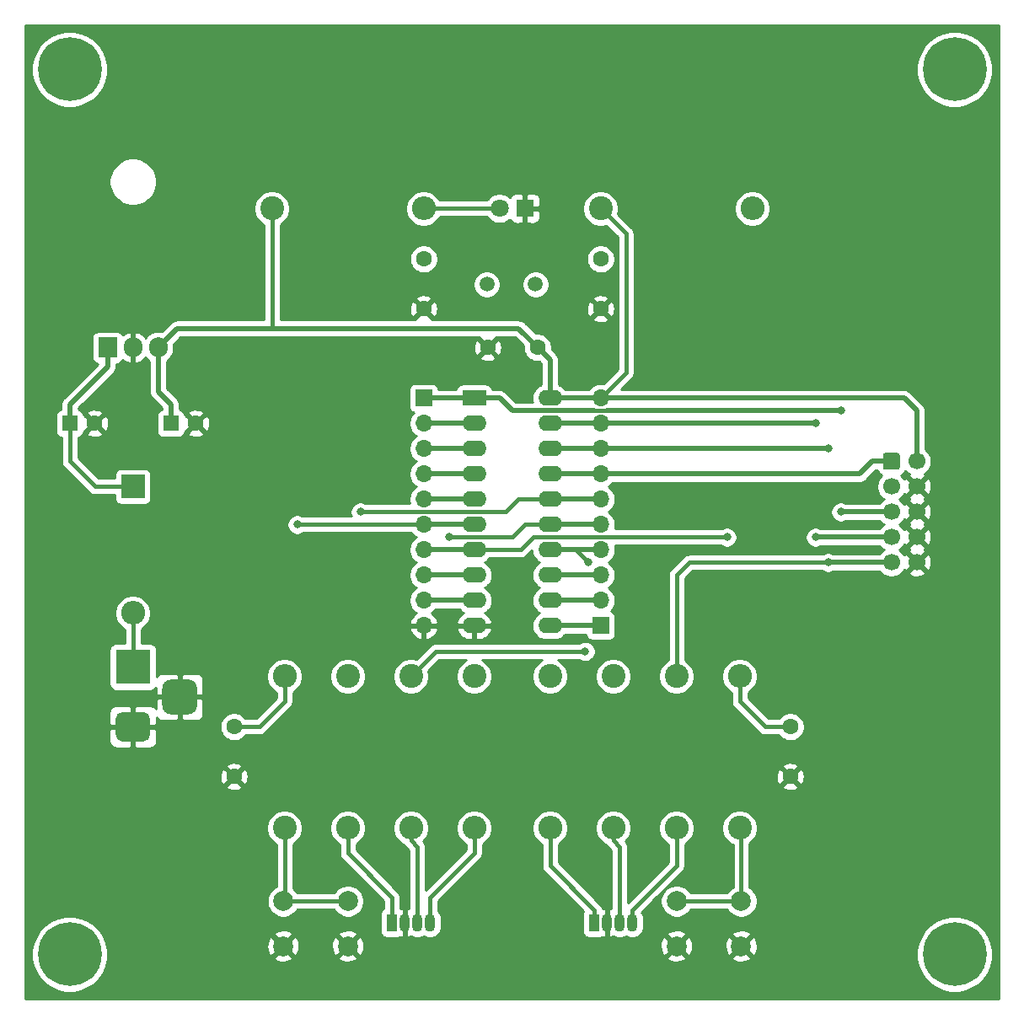
<source format=gbr>
G04 #@! TF.GenerationSoftware,KiCad,Pcbnew,(5.1.8)-1*
G04 #@! TF.CreationDate,2020-12-11T21:41:04+01:00*
G04 #@! TF.ProjectId,at90s1200,61743930-7331-4323-9030-2e6b69636164,rev?*
G04 #@! TF.SameCoordinates,Original*
G04 #@! TF.FileFunction,Copper,L1,Top*
G04 #@! TF.FilePolarity,Positive*
%FSLAX46Y46*%
G04 Gerber Fmt 4.6, Leading zero omitted, Abs format (unit mm)*
G04 Created by KiCad (PCBNEW (5.1.8)-1) date 2020-12-11 21:41:04*
%MOMM*%
%LPD*%
G01*
G04 APERTURE LIST*
G04 #@! TA.AperFunction,ComponentPad*
%ADD10O,2.400000X2.400000*%
G04 #@! TD*
G04 #@! TA.AperFunction,ComponentPad*
%ADD11C,2.400000*%
G04 #@! TD*
G04 #@! TA.AperFunction,ComponentPad*
%ADD12R,2.400000X2.400000*%
G04 #@! TD*
G04 #@! TA.AperFunction,ComponentPad*
%ADD13C,1.600000*%
G04 #@! TD*
G04 #@! TA.AperFunction,ComponentPad*
%ADD14C,2.000000*%
G04 #@! TD*
G04 #@! TA.AperFunction,ComponentPad*
%ADD15O,1.070000X1.800000*%
G04 #@! TD*
G04 #@! TA.AperFunction,ComponentPad*
%ADD16R,1.070000X1.800000*%
G04 #@! TD*
G04 #@! TA.AperFunction,ComponentPad*
%ADD17C,1.800000*%
G04 #@! TD*
G04 #@! TA.AperFunction,ComponentPad*
%ADD18R,1.800000X1.800000*%
G04 #@! TD*
G04 #@! TA.AperFunction,ComponentPad*
%ADD19O,1.700000X1.700000*%
G04 #@! TD*
G04 #@! TA.AperFunction,ComponentPad*
%ADD20R,1.700000X1.700000*%
G04 #@! TD*
G04 #@! TA.AperFunction,ComponentPad*
%ADD21C,0.800000*%
G04 #@! TD*
G04 #@! TA.AperFunction,ComponentPad*
%ADD22C,6.400000*%
G04 #@! TD*
G04 #@! TA.AperFunction,ComponentPad*
%ADD23R,1.600000X1.600000*%
G04 #@! TD*
G04 #@! TA.AperFunction,ComponentPad*
%ADD24C,1.500000*%
G04 #@! TD*
G04 #@! TA.AperFunction,ComponentPad*
%ADD25O,1.905000X2.000000*%
G04 #@! TD*
G04 #@! TA.AperFunction,ComponentPad*
%ADD26R,1.905000X2.000000*%
G04 #@! TD*
G04 #@! TA.AperFunction,ComponentPad*
%ADD27O,2.400000X1.600000*%
G04 #@! TD*
G04 #@! TA.AperFunction,ComponentPad*
%ADD28R,2.400000X1.600000*%
G04 #@! TD*
G04 #@! TA.AperFunction,ComponentPad*
%ADD29R,3.500000X3.500000*%
G04 #@! TD*
G04 #@! TA.AperFunction,ComponentPad*
%ADD30C,1.700000*%
G04 #@! TD*
G04 #@! TA.AperFunction,ViaPad*
%ADD31C,0.800000*%
G04 #@! TD*
G04 #@! TA.AperFunction,Conductor*
%ADD32C,0.500000*%
G04 #@! TD*
G04 #@! TA.AperFunction,Conductor*
%ADD33C,0.400000*%
G04 #@! TD*
G04 #@! TA.AperFunction,Conductor*
%ADD34C,0.254000*%
G04 #@! TD*
G04 #@! TA.AperFunction,Conductor*
%ADD35C,0.100000*%
G04 #@! TD*
G04 APERTURE END LIST*
D10*
X170180000Y-78740000D03*
D11*
X154940000Y-78740000D03*
D10*
X107950000Y-119380000D03*
D12*
X107950000Y-106680000D03*
D10*
X168910000Y-125730000D03*
D11*
X168910000Y-140970000D03*
D10*
X123190000Y-125730000D03*
D11*
X123190000Y-140970000D03*
D13*
X173990000Y-135810000D03*
X173990000Y-130810000D03*
X118110000Y-135810000D03*
X118110000Y-130810000D03*
D14*
X169060000Y-148336000D03*
X169060000Y-152836000D03*
X162560000Y-148336000D03*
X162560000Y-152836000D03*
X129540000Y-148336000D03*
X129540000Y-152836000D03*
X123040000Y-148336000D03*
X123040000Y-152836000D03*
D10*
X149860000Y-140970000D03*
D11*
X149860000Y-125730000D03*
D10*
X162560000Y-140970000D03*
D11*
X162560000Y-125730000D03*
D10*
X156210000Y-140970000D03*
D11*
X156210000Y-125730000D03*
D15*
X158115000Y-150495000D03*
X156845000Y-150495000D03*
X155575000Y-150495000D03*
D16*
X154305000Y-150495000D03*
D10*
X129540000Y-140970000D03*
D11*
X129540000Y-125730000D03*
D10*
X142240000Y-140970000D03*
D11*
X142240000Y-125730000D03*
D10*
X135890000Y-140970000D03*
D11*
X135890000Y-125730000D03*
D15*
X137795000Y-150495000D03*
X136525000Y-150495000D03*
X135255000Y-150495000D03*
D16*
X133985000Y-150495000D03*
D10*
X137160000Y-78740000D03*
D11*
X121920000Y-78740000D03*
D17*
X144780000Y-78740000D03*
D18*
X147320000Y-78740000D03*
D19*
X154940000Y-97790000D03*
X154940000Y-100330000D03*
X154940000Y-102870000D03*
X154940000Y-105410000D03*
X154940000Y-107950000D03*
X154940000Y-110490000D03*
X154940000Y-113030000D03*
X154940000Y-115570000D03*
X154940000Y-118110000D03*
D20*
X154940000Y-120650000D03*
D19*
X137160000Y-120650000D03*
X137160000Y-118110000D03*
X137160000Y-115570000D03*
X137160000Y-113030000D03*
X137160000Y-110490000D03*
X137160000Y-107950000D03*
X137160000Y-105410000D03*
X137160000Y-102870000D03*
X137160000Y-100330000D03*
D20*
X137160000Y-97790000D03*
D21*
X103297056Y-151972944D03*
X101600000Y-151270000D03*
X99902944Y-151972944D03*
X99200000Y-153670000D03*
X99902944Y-155367056D03*
X101600000Y-156070000D03*
X103297056Y-155367056D03*
X104000000Y-153670000D03*
D22*
X101600000Y-153670000D03*
D21*
X192197056Y-151972944D03*
X190500000Y-151270000D03*
X188802944Y-151972944D03*
X188100000Y-153670000D03*
X188802944Y-155367056D03*
X190500000Y-156070000D03*
X192197056Y-155367056D03*
X192900000Y-153670000D03*
D22*
X190500000Y-153670000D03*
D21*
X192197056Y-63072944D03*
X190500000Y-62370000D03*
X188802944Y-63072944D03*
X188100000Y-64770000D03*
X188802944Y-66467056D03*
X190500000Y-67170000D03*
X192197056Y-66467056D03*
X192900000Y-64770000D03*
D22*
X190500000Y-64770000D03*
D21*
X103297056Y-63072944D03*
X101600000Y-62370000D03*
X99902944Y-63072944D03*
X99200000Y-64770000D03*
X99902944Y-66467056D03*
X101600000Y-67170000D03*
X103297056Y-66467056D03*
X104000000Y-64770000D03*
D22*
X101600000Y-64770000D03*
D13*
X114260000Y-100330000D03*
D23*
X111760000Y-100330000D03*
D13*
X104100000Y-100330000D03*
D23*
X101600000Y-100330000D03*
D24*
X148390000Y-86360000D03*
X143510000Y-86360000D03*
D25*
X110490000Y-92710000D03*
X107950000Y-92710000D03*
D26*
X105410000Y-92710000D03*
D27*
X149860000Y-97790000D03*
X142240000Y-120650000D03*
X149860000Y-100330000D03*
X142240000Y-118110000D03*
X149860000Y-102870000D03*
X142240000Y-115570000D03*
X149860000Y-105410000D03*
X142240000Y-113030000D03*
X149860000Y-107950000D03*
X142240000Y-110490000D03*
X149860000Y-110490000D03*
X142240000Y-107950000D03*
X149860000Y-113030000D03*
X142240000Y-105410000D03*
X149860000Y-115570000D03*
X142240000Y-102870000D03*
X149860000Y-118110000D03*
X142240000Y-100330000D03*
X149860000Y-120650000D03*
D28*
X142240000Y-97790000D03*
G04 #@! TA.AperFunction,ComponentPad*
G36*
G01*
X113525000Y-129560000D02*
X111775000Y-129560000D01*
G75*
G02*
X110900000Y-128685000I0J875000D01*
G01*
X110900000Y-126935000D01*
G75*
G02*
X111775000Y-126060000I875000J0D01*
G01*
X113525000Y-126060000D01*
G75*
G02*
X114400000Y-126935000I0J-875000D01*
G01*
X114400000Y-128685000D01*
G75*
G02*
X113525000Y-129560000I-875000J0D01*
G01*
G37*
G04 #@! TD.AperFunction*
G04 #@! TA.AperFunction,ComponentPad*
G36*
G01*
X108950000Y-132310000D02*
X106950000Y-132310000D01*
G75*
G02*
X106200000Y-131560000I0J750000D01*
G01*
X106200000Y-130060000D01*
G75*
G02*
X106950000Y-129310000I750000J0D01*
G01*
X108950000Y-129310000D01*
G75*
G02*
X109700000Y-130060000I0J-750000D01*
G01*
X109700000Y-131560000D01*
G75*
G02*
X108950000Y-132310000I-750000J0D01*
G01*
G37*
G04 #@! TD.AperFunction*
D29*
X107950000Y-124810000D03*
D30*
X186690000Y-114300000D03*
X186690000Y-111760000D03*
X186690000Y-109220000D03*
X186690000Y-106680000D03*
X186690000Y-104140000D03*
X184150000Y-114300000D03*
X184150000Y-111760000D03*
X184150000Y-109220000D03*
X184150000Y-106680000D03*
G04 #@! TA.AperFunction,ComponentPad*
G36*
G01*
X183300000Y-104740000D02*
X183300000Y-103540000D01*
G75*
G02*
X183550000Y-103290000I250000J0D01*
G01*
X184750000Y-103290000D01*
G75*
G02*
X185000000Y-103540000I0J-250000D01*
G01*
X185000000Y-104740000D01*
G75*
G02*
X184750000Y-104990000I-250000J0D01*
G01*
X183550000Y-104990000D01*
G75*
G02*
X183300000Y-104740000I0J250000D01*
G01*
G37*
G04 #@! TD.AperFunction*
D13*
X143590000Y-92710000D03*
X148590000Y-92710000D03*
X154940000Y-88820000D03*
X154940000Y-83820000D03*
X137160000Y-88820000D03*
X137160000Y-83820000D03*
D31*
X177800000Y-102870000D03*
X177800000Y-114300000D03*
X176530000Y-100330000D03*
X176530000Y-111760000D03*
X179070000Y-99060000D03*
X179070000Y-109220000D03*
X167640000Y-111760000D03*
X124460000Y-110490000D03*
X130810000Y-109220000D03*
X139700000Y-111760000D03*
X153670000Y-114300000D03*
X153392190Y-123244371D03*
D32*
X142240000Y-105410000D02*
X137160000Y-105410000D01*
X137160000Y-107950000D02*
X142240000Y-107950000D01*
X105410000Y-94615000D02*
X105410000Y-92710000D01*
X101600000Y-98425000D02*
X105410000Y-94615000D01*
X101600000Y-100330000D02*
X101600000Y-98425000D01*
D33*
X101600000Y-104140000D02*
X101600000Y-100330000D01*
X104140000Y-106680000D02*
X101600000Y-104140000D01*
X107950000Y-106680000D02*
X104140000Y-106680000D01*
X107950000Y-124810000D02*
X107950000Y-119380000D01*
D32*
X149860000Y-97790000D02*
X154940000Y-97790000D01*
X149860000Y-93980000D02*
X148590000Y-92710000D01*
X149860000Y-97790000D02*
X149860000Y-93980000D01*
X110490000Y-97155000D02*
X110490000Y-92710000D01*
X111760000Y-98425000D02*
X110490000Y-97155000D01*
X111760000Y-100330000D02*
X111760000Y-98425000D01*
X148590000Y-92710000D02*
X146685000Y-90805000D01*
X112395000Y-90805000D02*
X110490000Y-92710000D01*
X149860000Y-102870000D02*
X154940000Y-102870000D01*
X154940000Y-102870000D02*
X177800000Y-102870000D01*
X177800000Y-114300000D02*
X184150000Y-114300000D01*
D33*
X163830000Y-114300000D02*
X177800000Y-114300000D01*
X162560000Y-115570000D02*
X163830000Y-114300000D01*
X162560000Y-125730000D02*
X162560000Y-115570000D01*
D32*
X149860000Y-100330000D02*
X154940000Y-100330000D01*
X154940000Y-100330000D02*
X176530000Y-100330000D01*
X176530000Y-111760000D02*
X184150000Y-111760000D01*
X137160000Y-97790000D02*
X142240000Y-97790000D01*
X179070000Y-109220000D02*
X184150000Y-109220000D01*
X144780000Y-97790000D02*
X146050000Y-99060000D01*
X146050000Y-99060000D02*
X154305000Y-99060000D01*
X142240000Y-97790000D02*
X144780000Y-97790000D01*
D33*
X153670000Y-99060000D02*
X155575000Y-99060000D01*
D32*
X155575000Y-99060000D02*
X179070000Y-99060000D01*
X149860000Y-105410000D02*
X154940000Y-105410000D01*
X182245000Y-104140000D02*
X184150000Y-104140000D01*
X180975000Y-105410000D02*
X182245000Y-104140000D01*
X154940000Y-105410000D02*
X180975000Y-105410000D01*
X186690000Y-99060000D02*
X186690000Y-104140000D01*
X185420000Y-97790000D02*
X186690000Y-99060000D01*
X154940000Y-97790000D02*
X185420000Y-97790000D01*
D33*
X121920000Y-78740000D02*
X121920000Y-90805000D01*
D32*
X121920000Y-90805000D02*
X112395000Y-90805000D01*
X146685000Y-90805000D02*
X121920000Y-90805000D01*
D33*
X154940000Y-78740000D02*
X157480000Y-81280000D01*
X157480000Y-95250000D02*
X154940000Y-97790000D01*
X157480000Y-81280000D02*
X157480000Y-95250000D01*
D32*
X137160000Y-118110000D02*
X142240000Y-118110000D01*
X142240000Y-115570000D02*
X137160000Y-115570000D01*
X137160000Y-113030000D02*
X142240000Y-113030000D01*
D33*
X171450000Y-130810000D02*
X173990000Y-130810000D01*
X168910000Y-128270000D02*
X171450000Y-130810000D01*
X168910000Y-125730000D02*
X168910000Y-128270000D01*
X148176465Y-111760000D02*
X167640000Y-111760000D01*
X146906465Y-113030000D02*
X148176465Y-111760000D01*
X142240000Y-113030000D02*
X146906465Y-113030000D01*
D32*
X142240000Y-110490000D02*
X137160000Y-110490000D01*
D33*
X120650000Y-130810000D02*
X118110000Y-130810000D01*
X123190000Y-128270000D02*
X120650000Y-130810000D01*
X123190000Y-125730000D02*
X123190000Y-128270000D01*
X137160000Y-110490000D02*
X124460000Y-110490000D01*
D32*
X137160000Y-102870000D02*
X142240000Y-102870000D01*
X137160000Y-100330000D02*
X142240000Y-100330000D01*
X149860000Y-107950000D02*
X154940000Y-107950000D01*
D33*
X145415000Y-109220000D02*
X130810000Y-109220000D01*
X146685000Y-107950000D02*
X145415000Y-109220000D01*
X149860000Y-107950000D02*
X146685000Y-107950000D01*
D32*
X154940000Y-110490000D02*
X149860000Y-110490000D01*
D33*
X149860000Y-110490000D02*
X147320000Y-110490000D01*
X146050000Y-111760000D02*
X139700000Y-111760000D01*
X147320000Y-110490000D02*
X146050000Y-111760000D01*
D32*
X149860000Y-113030000D02*
X154940000Y-113030000D01*
D33*
X149860000Y-113030000D02*
X152400000Y-113030000D01*
X152400000Y-113030000D02*
X153670000Y-114300000D01*
X135890000Y-125730000D02*
X138375629Y-123244371D01*
X138375629Y-123244371D02*
X153392190Y-123244371D01*
D32*
X154940000Y-115570000D02*
X149860000Y-115570000D01*
X149860000Y-118110000D02*
X154940000Y-118110000D01*
X154940000Y-120650000D02*
X149860000Y-120650000D01*
D33*
X137160000Y-78740000D02*
X144780000Y-78740000D01*
X142240000Y-143510000D02*
X142240000Y-140970000D01*
X137795000Y-147955000D02*
X142240000Y-143510000D01*
X137795000Y-150495000D02*
X137795000Y-147955000D01*
X136525000Y-142875000D02*
X135890000Y-142240000D01*
X136525000Y-150495000D02*
X136525000Y-142875000D01*
X135890000Y-142240000D02*
X135890000Y-140970000D01*
X129540000Y-143510000D02*
X129540000Y-140970000D01*
X133985000Y-147955000D02*
X129540000Y-143510000D01*
X133985000Y-150495000D02*
X133985000Y-147955000D01*
X162560000Y-144780000D02*
X162560000Y-140970000D01*
X158115000Y-149225000D02*
X162560000Y-144780000D01*
X158115000Y-150495000D02*
X158115000Y-149225000D01*
X156845000Y-150495000D02*
X156845000Y-142875000D01*
X156845000Y-142875000D02*
X156210000Y-142240000D01*
X156210000Y-142240000D02*
X156210000Y-140970000D01*
X149860000Y-144780000D02*
X149860000Y-140970000D01*
X154305000Y-149225000D02*
X149860000Y-144780000D01*
X154305000Y-150495000D02*
X154305000Y-149225000D01*
X129540000Y-148336000D02*
X123040000Y-148336000D01*
X123190000Y-148186000D02*
X123040000Y-148336000D01*
X123190000Y-140970000D02*
X123190000Y-148186000D01*
X169060000Y-141120000D02*
X168910000Y-140970000D01*
X169060000Y-148336000D02*
X169060000Y-141120000D01*
X162560000Y-148336000D02*
X169060000Y-148336000D01*
D34*
X194920001Y-158090000D02*
X97180000Y-158090000D01*
X97180000Y-153292285D01*
X97765000Y-153292285D01*
X97765000Y-154047715D01*
X97912377Y-154788628D01*
X98201467Y-155486554D01*
X98621161Y-156114670D01*
X99155330Y-156648839D01*
X99783446Y-157068533D01*
X100481372Y-157357623D01*
X101222285Y-157505000D01*
X101977715Y-157505000D01*
X102718628Y-157357623D01*
X103416554Y-157068533D01*
X104044670Y-156648839D01*
X104578839Y-156114670D01*
X104998533Y-155486554D01*
X105287623Y-154788628D01*
X105435000Y-154047715D01*
X105435000Y-153971413D01*
X122084192Y-153971413D01*
X122179956Y-154235814D01*
X122469571Y-154376704D01*
X122781108Y-154458384D01*
X123102595Y-154477718D01*
X123421675Y-154433961D01*
X123726088Y-154328795D01*
X123900044Y-154235814D01*
X123995808Y-153971413D01*
X128584192Y-153971413D01*
X128679956Y-154235814D01*
X128969571Y-154376704D01*
X129281108Y-154458384D01*
X129602595Y-154477718D01*
X129921675Y-154433961D01*
X130226088Y-154328795D01*
X130400044Y-154235814D01*
X130495808Y-153971413D01*
X161604192Y-153971413D01*
X161699956Y-154235814D01*
X161989571Y-154376704D01*
X162301108Y-154458384D01*
X162622595Y-154477718D01*
X162941675Y-154433961D01*
X163246088Y-154328795D01*
X163420044Y-154235814D01*
X163515808Y-153971413D01*
X168104192Y-153971413D01*
X168199956Y-154235814D01*
X168489571Y-154376704D01*
X168801108Y-154458384D01*
X169122595Y-154477718D01*
X169441675Y-154433961D01*
X169746088Y-154328795D01*
X169920044Y-154235814D01*
X170015808Y-153971413D01*
X169060000Y-153015605D01*
X168104192Y-153971413D01*
X163515808Y-153971413D01*
X162560000Y-153015605D01*
X161604192Y-153971413D01*
X130495808Y-153971413D01*
X129540000Y-153015605D01*
X128584192Y-153971413D01*
X123995808Y-153971413D01*
X123040000Y-153015605D01*
X122084192Y-153971413D01*
X105435000Y-153971413D01*
X105435000Y-153292285D01*
X105356691Y-152898595D01*
X121398282Y-152898595D01*
X121442039Y-153217675D01*
X121547205Y-153522088D01*
X121640186Y-153696044D01*
X121904587Y-153791808D01*
X122860395Y-152836000D01*
X123219605Y-152836000D01*
X124175413Y-153791808D01*
X124439814Y-153696044D01*
X124580704Y-153406429D01*
X124662384Y-153094892D01*
X124674189Y-152898595D01*
X127898282Y-152898595D01*
X127942039Y-153217675D01*
X128047205Y-153522088D01*
X128140186Y-153696044D01*
X128404587Y-153791808D01*
X129360395Y-152836000D01*
X129719605Y-152836000D01*
X130675413Y-153791808D01*
X130939814Y-153696044D01*
X131080704Y-153406429D01*
X131162384Y-153094892D01*
X131174189Y-152898595D01*
X160918282Y-152898595D01*
X160962039Y-153217675D01*
X161067205Y-153522088D01*
X161160186Y-153696044D01*
X161424587Y-153791808D01*
X162380395Y-152836000D01*
X162739605Y-152836000D01*
X163695413Y-153791808D01*
X163959814Y-153696044D01*
X164100704Y-153406429D01*
X164182384Y-153094892D01*
X164194189Y-152898595D01*
X167418282Y-152898595D01*
X167462039Y-153217675D01*
X167567205Y-153522088D01*
X167660186Y-153696044D01*
X167924587Y-153791808D01*
X168880395Y-152836000D01*
X169239605Y-152836000D01*
X170195413Y-153791808D01*
X170459814Y-153696044D01*
X170600704Y-153406429D01*
X170630630Y-153292285D01*
X186665000Y-153292285D01*
X186665000Y-154047715D01*
X186812377Y-154788628D01*
X187101467Y-155486554D01*
X187521161Y-156114670D01*
X188055330Y-156648839D01*
X188683446Y-157068533D01*
X189381372Y-157357623D01*
X190122285Y-157505000D01*
X190877715Y-157505000D01*
X191618628Y-157357623D01*
X192316554Y-157068533D01*
X192944670Y-156648839D01*
X193478839Y-156114670D01*
X193898533Y-155486554D01*
X194187623Y-154788628D01*
X194335000Y-154047715D01*
X194335000Y-153292285D01*
X194187623Y-152551372D01*
X193898533Y-151853446D01*
X193478839Y-151225330D01*
X192944670Y-150691161D01*
X192316554Y-150271467D01*
X191618628Y-149982377D01*
X190877715Y-149835000D01*
X190122285Y-149835000D01*
X189381372Y-149982377D01*
X188683446Y-150271467D01*
X188055330Y-150691161D01*
X187521161Y-151225330D01*
X187101467Y-151853446D01*
X186812377Y-152551372D01*
X186665000Y-153292285D01*
X170630630Y-153292285D01*
X170682384Y-153094892D01*
X170701718Y-152773405D01*
X170657961Y-152454325D01*
X170552795Y-152149912D01*
X170459814Y-151975956D01*
X170195413Y-151880192D01*
X169239605Y-152836000D01*
X168880395Y-152836000D01*
X167924587Y-151880192D01*
X167660186Y-151975956D01*
X167519296Y-152265571D01*
X167437616Y-152577108D01*
X167418282Y-152898595D01*
X164194189Y-152898595D01*
X164201718Y-152773405D01*
X164157961Y-152454325D01*
X164052795Y-152149912D01*
X163959814Y-151975956D01*
X163695413Y-151880192D01*
X162739605Y-152836000D01*
X162380395Y-152836000D01*
X161424587Y-151880192D01*
X161160186Y-151975956D01*
X161019296Y-152265571D01*
X160937616Y-152577108D01*
X160918282Y-152898595D01*
X131174189Y-152898595D01*
X131181718Y-152773405D01*
X131137961Y-152454325D01*
X131032795Y-152149912D01*
X130939814Y-151975956D01*
X130675413Y-151880192D01*
X129719605Y-152836000D01*
X129360395Y-152836000D01*
X128404587Y-151880192D01*
X128140186Y-151975956D01*
X127999296Y-152265571D01*
X127917616Y-152577108D01*
X127898282Y-152898595D01*
X124674189Y-152898595D01*
X124681718Y-152773405D01*
X124637961Y-152454325D01*
X124532795Y-152149912D01*
X124439814Y-151975956D01*
X124175413Y-151880192D01*
X123219605Y-152836000D01*
X122860395Y-152836000D01*
X121904587Y-151880192D01*
X121640186Y-151975956D01*
X121499296Y-152265571D01*
X121417616Y-152577108D01*
X121398282Y-152898595D01*
X105356691Y-152898595D01*
X105287623Y-152551372D01*
X104998533Y-151853446D01*
X104896396Y-151700587D01*
X122084192Y-151700587D01*
X123040000Y-152656395D01*
X123995808Y-151700587D01*
X128584192Y-151700587D01*
X129540000Y-152656395D01*
X130495808Y-151700587D01*
X130400044Y-151436186D01*
X130110429Y-151295296D01*
X129798892Y-151213616D01*
X129477405Y-151194282D01*
X129158325Y-151238039D01*
X128853912Y-151343205D01*
X128679956Y-151436186D01*
X128584192Y-151700587D01*
X123995808Y-151700587D01*
X123900044Y-151436186D01*
X123610429Y-151295296D01*
X123298892Y-151213616D01*
X122977405Y-151194282D01*
X122658325Y-151238039D01*
X122353912Y-151343205D01*
X122179956Y-151436186D01*
X122084192Y-151700587D01*
X104896396Y-151700587D01*
X104578839Y-151225330D01*
X104044670Y-150691161D01*
X103416554Y-150271467D01*
X102718628Y-149982377D01*
X101977715Y-149835000D01*
X101222285Y-149835000D01*
X100481372Y-149982377D01*
X99783446Y-150271467D01*
X99155330Y-150691161D01*
X98621161Y-151225330D01*
X98201467Y-151853446D01*
X97912377Y-152551372D01*
X97765000Y-153292285D01*
X97180000Y-153292285D01*
X97180000Y-140789268D01*
X121355000Y-140789268D01*
X121355000Y-141150732D01*
X121425518Y-141505250D01*
X121563844Y-141839199D01*
X121764662Y-142139744D01*
X122020256Y-142395338D01*
X122320801Y-142596156D01*
X122355000Y-142610322D01*
X122355001Y-146850025D01*
X122265537Y-146887082D01*
X121997748Y-147066013D01*
X121770013Y-147293748D01*
X121591082Y-147561537D01*
X121467832Y-147859088D01*
X121405000Y-148174967D01*
X121405000Y-148497033D01*
X121467832Y-148812912D01*
X121591082Y-149110463D01*
X121770013Y-149378252D01*
X121997748Y-149605987D01*
X122265537Y-149784918D01*
X122563088Y-149908168D01*
X122878967Y-149971000D01*
X123201033Y-149971000D01*
X123516912Y-149908168D01*
X123814463Y-149784918D01*
X124082252Y-149605987D01*
X124309987Y-149378252D01*
X124448468Y-149171000D01*
X128131532Y-149171000D01*
X128270013Y-149378252D01*
X128497748Y-149605987D01*
X128765537Y-149784918D01*
X129063088Y-149908168D01*
X129378967Y-149971000D01*
X129701033Y-149971000D01*
X130016912Y-149908168D01*
X130314463Y-149784918D01*
X130582252Y-149605987D01*
X130809987Y-149378252D01*
X130988918Y-149110463D01*
X131112168Y-148812912D01*
X131175000Y-148497033D01*
X131175000Y-148174967D01*
X131112168Y-147859088D01*
X130988918Y-147561537D01*
X130809987Y-147293748D01*
X130582252Y-147066013D01*
X130314463Y-146887082D01*
X130016912Y-146763832D01*
X129701033Y-146701000D01*
X129378967Y-146701000D01*
X129063088Y-146763832D01*
X128765537Y-146887082D01*
X128497748Y-147066013D01*
X128270013Y-147293748D01*
X128131532Y-147501000D01*
X124448468Y-147501000D01*
X124309987Y-147293748D01*
X124082252Y-147066013D01*
X124025000Y-147027758D01*
X124025000Y-142610322D01*
X124059199Y-142596156D01*
X124359744Y-142395338D01*
X124615338Y-142139744D01*
X124816156Y-141839199D01*
X124954482Y-141505250D01*
X125025000Y-141150732D01*
X125025000Y-140789268D01*
X127705000Y-140789268D01*
X127705000Y-141150732D01*
X127775518Y-141505250D01*
X127913844Y-141839199D01*
X128114662Y-142139744D01*
X128370256Y-142395338D01*
X128670801Y-142596156D01*
X128705000Y-142610322D01*
X128705000Y-143468981D01*
X128700960Y-143510000D01*
X128705000Y-143551018D01*
X128717082Y-143673688D01*
X128764828Y-143831086D01*
X128842364Y-143976145D01*
X128946709Y-144103291D01*
X128978579Y-144129446D01*
X133150001Y-148300869D01*
X133150001Y-149035335D01*
X133095506Y-149064463D01*
X132998815Y-149143815D01*
X132919463Y-149240506D01*
X132860498Y-149350820D01*
X132824188Y-149470518D01*
X132811928Y-149595000D01*
X132811928Y-151395000D01*
X132824188Y-151519482D01*
X132860498Y-151639180D01*
X132919463Y-151749494D01*
X132998815Y-151846185D01*
X133095506Y-151925537D01*
X133205820Y-151984502D01*
X133325518Y-152020812D01*
X133450000Y-152033072D01*
X134520000Y-152033072D01*
X134644482Y-152020812D01*
X134764180Y-151984502D01*
X134833190Y-151947615D01*
X134947617Y-151988900D01*
X135128000Y-151863244D01*
X135128000Y-151578200D01*
X135145812Y-151519482D01*
X135158072Y-151395000D01*
X135158072Y-149595000D01*
X135145812Y-149470518D01*
X135128000Y-149411800D01*
X135128000Y-149126756D01*
X134947617Y-149001100D01*
X134833190Y-149042385D01*
X134820000Y-149035335D01*
X134820000Y-147996007D01*
X134824039Y-147954999D01*
X134820000Y-147913991D01*
X134820000Y-147913981D01*
X134807918Y-147791311D01*
X134760172Y-147633913D01*
X134682636Y-147488854D01*
X134578291Y-147361709D01*
X134546427Y-147335559D01*
X130375000Y-143164133D01*
X130375000Y-142610322D01*
X130409199Y-142596156D01*
X130709744Y-142395338D01*
X130965338Y-142139744D01*
X131166156Y-141839199D01*
X131304482Y-141505250D01*
X131375000Y-141150732D01*
X131375000Y-140789268D01*
X134055000Y-140789268D01*
X134055000Y-141150732D01*
X134125518Y-141505250D01*
X134263844Y-141839199D01*
X134464662Y-142139744D01*
X134720256Y-142395338D01*
X135020801Y-142596156D01*
X135165641Y-142656151D01*
X135192364Y-142706145D01*
X135296709Y-142833291D01*
X135328578Y-142859445D01*
X135690001Y-143220869D01*
X135690000Y-149047144D01*
X135562383Y-149001100D01*
X135382000Y-149126756D01*
X135382000Y-149867441D01*
X135371929Y-149900641D01*
X135355000Y-150072524D01*
X135355000Y-150917477D01*
X135371929Y-151089360D01*
X135382000Y-151122560D01*
X135382000Y-151863244D01*
X135562383Y-151988900D01*
X135799421Y-151903377D01*
X135887404Y-151845846D01*
X136075095Y-151946169D01*
X136295641Y-152013071D01*
X136525000Y-152035661D01*
X136754360Y-152013071D01*
X136974906Y-151946169D01*
X137160001Y-151847234D01*
X137345095Y-151946169D01*
X137565641Y-152013071D01*
X137795000Y-152035661D01*
X138024360Y-152013071D01*
X138244906Y-151946169D01*
X138448162Y-151837526D01*
X138626318Y-151691318D01*
X138772526Y-151513162D01*
X138881169Y-151309906D01*
X138948071Y-151089359D01*
X138965000Y-150917476D01*
X138965000Y-150072523D01*
X138948071Y-149900640D01*
X138881169Y-149680094D01*
X138772526Y-149476838D01*
X138630000Y-149303169D01*
X138630000Y-148300867D01*
X142801428Y-144129440D01*
X142833291Y-144103291D01*
X142937636Y-143976146D01*
X143015172Y-143831087D01*
X143062918Y-143673689D01*
X143075000Y-143551019D01*
X143075000Y-143551009D01*
X143079039Y-143510001D01*
X143075000Y-143468993D01*
X143075000Y-142610322D01*
X143109199Y-142596156D01*
X143409744Y-142395338D01*
X143665338Y-142139744D01*
X143866156Y-141839199D01*
X144004482Y-141505250D01*
X144075000Y-141150732D01*
X144075000Y-140789268D01*
X148025000Y-140789268D01*
X148025000Y-141150732D01*
X148095518Y-141505250D01*
X148233844Y-141839199D01*
X148434662Y-142139744D01*
X148690256Y-142395338D01*
X148990801Y-142596156D01*
X149025001Y-142610322D01*
X149025000Y-144738981D01*
X149020960Y-144780000D01*
X149025000Y-144821018D01*
X149037082Y-144943688D01*
X149084828Y-145101086D01*
X149162364Y-145246145D01*
X149266709Y-145373291D01*
X149298579Y-145399446D01*
X153204691Y-149305559D01*
X153180498Y-149350820D01*
X153144188Y-149470518D01*
X153131928Y-149595000D01*
X153131928Y-151395000D01*
X153144188Y-151519482D01*
X153180498Y-151639180D01*
X153239463Y-151749494D01*
X153318815Y-151846185D01*
X153415506Y-151925537D01*
X153525820Y-151984502D01*
X153645518Y-152020812D01*
X153770000Y-152033072D01*
X154840000Y-152033072D01*
X154964482Y-152020812D01*
X155084180Y-151984502D01*
X155153190Y-151947615D01*
X155267617Y-151988900D01*
X155448000Y-151863244D01*
X155448000Y-151578200D01*
X155465812Y-151519482D01*
X155478072Y-151395000D01*
X155478072Y-149595000D01*
X155465812Y-149470518D01*
X155448000Y-149411800D01*
X155448000Y-149126756D01*
X155267617Y-149001100D01*
X155153190Y-149042385D01*
X155116175Y-149022600D01*
X155080172Y-148903913D01*
X155002636Y-148758854D01*
X154898291Y-148631709D01*
X154866427Y-148605559D01*
X150695000Y-144434133D01*
X150695000Y-142610322D01*
X150729199Y-142596156D01*
X151029744Y-142395338D01*
X151285338Y-142139744D01*
X151486156Y-141839199D01*
X151624482Y-141505250D01*
X151695000Y-141150732D01*
X151695000Y-140789268D01*
X154375000Y-140789268D01*
X154375000Y-141150732D01*
X154445518Y-141505250D01*
X154583844Y-141839199D01*
X154784662Y-142139744D01*
X155040256Y-142395338D01*
X155340801Y-142596156D01*
X155485641Y-142656151D01*
X155512364Y-142706145D01*
X155616709Y-142833291D01*
X155648578Y-142859445D01*
X156010001Y-143220869D01*
X156010000Y-149047144D01*
X155882383Y-149001100D01*
X155702000Y-149126756D01*
X155702000Y-149867441D01*
X155691929Y-149900641D01*
X155675000Y-150072524D01*
X155675000Y-150917477D01*
X155691929Y-151089360D01*
X155702000Y-151122560D01*
X155702000Y-151863244D01*
X155882383Y-151988900D01*
X156119421Y-151903377D01*
X156207404Y-151845846D01*
X156395095Y-151946169D01*
X156615641Y-152013071D01*
X156845000Y-152035661D01*
X157074360Y-152013071D01*
X157294906Y-151946169D01*
X157480001Y-151847234D01*
X157665095Y-151946169D01*
X157885641Y-152013071D01*
X158115000Y-152035661D01*
X158344360Y-152013071D01*
X158564906Y-151946169D01*
X158768162Y-151837526D01*
X158935023Y-151700587D01*
X161604192Y-151700587D01*
X162560000Y-152656395D01*
X163515808Y-151700587D01*
X168104192Y-151700587D01*
X169060000Y-152656395D01*
X170015808Y-151700587D01*
X169920044Y-151436186D01*
X169630429Y-151295296D01*
X169318892Y-151213616D01*
X168997405Y-151194282D01*
X168678325Y-151238039D01*
X168373912Y-151343205D01*
X168199956Y-151436186D01*
X168104192Y-151700587D01*
X163515808Y-151700587D01*
X163420044Y-151436186D01*
X163130429Y-151295296D01*
X162818892Y-151213616D01*
X162497405Y-151194282D01*
X162178325Y-151238039D01*
X161873912Y-151343205D01*
X161699956Y-151436186D01*
X161604192Y-151700587D01*
X158935023Y-151700587D01*
X158946318Y-151691318D01*
X159092526Y-151513162D01*
X159201169Y-151309906D01*
X159268071Y-151089359D01*
X159285000Y-150917476D01*
X159285000Y-150072523D01*
X159268071Y-149900640D01*
X159201169Y-149680094D01*
X159092526Y-149476838D01*
X159070666Y-149450201D01*
X160345900Y-148174967D01*
X160925000Y-148174967D01*
X160925000Y-148497033D01*
X160987832Y-148812912D01*
X161111082Y-149110463D01*
X161290013Y-149378252D01*
X161517748Y-149605987D01*
X161785537Y-149784918D01*
X162083088Y-149908168D01*
X162398967Y-149971000D01*
X162721033Y-149971000D01*
X163036912Y-149908168D01*
X163334463Y-149784918D01*
X163602252Y-149605987D01*
X163829987Y-149378252D01*
X163968468Y-149171000D01*
X167651532Y-149171000D01*
X167790013Y-149378252D01*
X168017748Y-149605987D01*
X168285537Y-149784918D01*
X168583088Y-149908168D01*
X168898967Y-149971000D01*
X169221033Y-149971000D01*
X169536912Y-149908168D01*
X169834463Y-149784918D01*
X170102252Y-149605987D01*
X170329987Y-149378252D01*
X170508918Y-149110463D01*
X170632168Y-148812912D01*
X170695000Y-148497033D01*
X170695000Y-148174967D01*
X170632168Y-147859088D01*
X170508918Y-147561537D01*
X170329987Y-147293748D01*
X170102252Y-147066013D01*
X169895000Y-146927532D01*
X169895000Y-142518780D01*
X170079744Y-142395338D01*
X170335338Y-142139744D01*
X170536156Y-141839199D01*
X170674482Y-141505250D01*
X170745000Y-141150732D01*
X170745000Y-140789268D01*
X170674482Y-140434750D01*
X170536156Y-140100801D01*
X170335338Y-139800256D01*
X170079744Y-139544662D01*
X169779199Y-139343844D01*
X169445250Y-139205518D01*
X169090732Y-139135000D01*
X168729268Y-139135000D01*
X168374750Y-139205518D01*
X168040801Y-139343844D01*
X167740256Y-139544662D01*
X167484662Y-139800256D01*
X167283844Y-140100801D01*
X167145518Y-140434750D01*
X167075000Y-140789268D01*
X167075000Y-141150732D01*
X167145518Y-141505250D01*
X167283844Y-141839199D01*
X167484662Y-142139744D01*
X167740256Y-142395338D01*
X168040801Y-142596156D01*
X168225001Y-142672454D01*
X168225000Y-146927531D01*
X168017748Y-147066013D01*
X167790013Y-147293748D01*
X167651532Y-147501000D01*
X163968468Y-147501000D01*
X163829987Y-147293748D01*
X163602252Y-147066013D01*
X163334463Y-146887082D01*
X163036912Y-146763832D01*
X162721033Y-146701000D01*
X162398967Y-146701000D01*
X162083088Y-146763832D01*
X161785537Y-146887082D01*
X161517748Y-147066013D01*
X161290013Y-147293748D01*
X161111082Y-147561537D01*
X160987832Y-147859088D01*
X160925000Y-148174967D01*
X160345900Y-148174967D01*
X163121428Y-145399440D01*
X163153291Y-145373291D01*
X163257636Y-145246146D01*
X163335172Y-145101087D01*
X163382918Y-144943689D01*
X163395000Y-144821019D01*
X163395000Y-144821009D01*
X163399039Y-144780001D01*
X163395000Y-144738993D01*
X163395000Y-142610322D01*
X163429199Y-142596156D01*
X163729744Y-142395338D01*
X163985338Y-142139744D01*
X164186156Y-141839199D01*
X164324482Y-141505250D01*
X164395000Y-141150732D01*
X164395000Y-140789268D01*
X164324482Y-140434750D01*
X164186156Y-140100801D01*
X163985338Y-139800256D01*
X163729744Y-139544662D01*
X163429199Y-139343844D01*
X163095250Y-139205518D01*
X162740732Y-139135000D01*
X162379268Y-139135000D01*
X162024750Y-139205518D01*
X161690801Y-139343844D01*
X161390256Y-139544662D01*
X161134662Y-139800256D01*
X160933844Y-140100801D01*
X160795518Y-140434750D01*
X160725000Y-140789268D01*
X160725000Y-141150732D01*
X160795518Y-141505250D01*
X160933844Y-141839199D01*
X161134662Y-142139744D01*
X161390256Y-142395338D01*
X161690801Y-142596156D01*
X161725001Y-142610322D01*
X161725000Y-144434132D01*
X157680000Y-148479133D01*
X157680000Y-142916018D01*
X157684040Y-142875000D01*
X157667918Y-142711312D01*
X157660569Y-142687083D01*
X157620172Y-142553913D01*
X157542636Y-142408854D01*
X157463119Y-142311963D01*
X157635338Y-142139744D01*
X157836156Y-141839199D01*
X157974482Y-141505250D01*
X158045000Y-141150732D01*
X158045000Y-140789268D01*
X157974482Y-140434750D01*
X157836156Y-140100801D01*
X157635338Y-139800256D01*
X157379744Y-139544662D01*
X157079199Y-139343844D01*
X156745250Y-139205518D01*
X156390732Y-139135000D01*
X156029268Y-139135000D01*
X155674750Y-139205518D01*
X155340801Y-139343844D01*
X155040256Y-139544662D01*
X154784662Y-139800256D01*
X154583844Y-140100801D01*
X154445518Y-140434750D01*
X154375000Y-140789268D01*
X151695000Y-140789268D01*
X151624482Y-140434750D01*
X151486156Y-140100801D01*
X151285338Y-139800256D01*
X151029744Y-139544662D01*
X150729199Y-139343844D01*
X150395250Y-139205518D01*
X150040732Y-139135000D01*
X149679268Y-139135000D01*
X149324750Y-139205518D01*
X148990801Y-139343844D01*
X148690256Y-139544662D01*
X148434662Y-139800256D01*
X148233844Y-140100801D01*
X148095518Y-140434750D01*
X148025000Y-140789268D01*
X144075000Y-140789268D01*
X144004482Y-140434750D01*
X143866156Y-140100801D01*
X143665338Y-139800256D01*
X143409744Y-139544662D01*
X143109199Y-139343844D01*
X142775250Y-139205518D01*
X142420732Y-139135000D01*
X142059268Y-139135000D01*
X141704750Y-139205518D01*
X141370801Y-139343844D01*
X141070256Y-139544662D01*
X140814662Y-139800256D01*
X140613844Y-140100801D01*
X140475518Y-140434750D01*
X140405000Y-140789268D01*
X140405000Y-141150732D01*
X140475518Y-141505250D01*
X140613844Y-141839199D01*
X140814662Y-142139744D01*
X141070256Y-142395338D01*
X141370801Y-142596156D01*
X141405000Y-142610322D01*
X141405000Y-143164132D01*
X137360000Y-147209133D01*
X137360000Y-142916018D01*
X137364040Y-142875000D01*
X137347918Y-142711312D01*
X137340569Y-142687083D01*
X137300172Y-142553913D01*
X137222636Y-142408854D01*
X137143119Y-142311963D01*
X137315338Y-142139744D01*
X137516156Y-141839199D01*
X137654482Y-141505250D01*
X137725000Y-141150732D01*
X137725000Y-140789268D01*
X137654482Y-140434750D01*
X137516156Y-140100801D01*
X137315338Y-139800256D01*
X137059744Y-139544662D01*
X136759199Y-139343844D01*
X136425250Y-139205518D01*
X136070732Y-139135000D01*
X135709268Y-139135000D01*
X135354750Y-139205518D01*
X135020801Y-139343844D01*
X134720256Y-139544662D01*
X134464662Y-139800256D01*
X134263844Y-140100801D01*
X134125518Y-140434750D01*
X134055000Y-140789268D01*
X131375000Y-140789268D01*
X131304482Y-140434750D01*
X131166156Y-140100801D01*
X130965338Y-139800256D01*
X130709744Y-139544662D01*
X130409199Y-139343844D01*
X130075250Y-139205518D01*
X129720732Y-139135000D01*
X129359268Y-139135000D01*
X129004750Y-139205518D01*
X128670801Y-139343844D01*
X128370256Y-139544662D01*
X128114662Y-139800256D01*
X127913844Y-140100801D01*
X127775518Y-140434750D01*
X127705000Y-140789268D01*
X125025000Y-140789268D01*
X124954482Y-140434750D01*
X124816156Y-140100801D01*
X124615338Y-139800256D01*
X124359744Y-139544662D01*
X124059199Y-139343844D01*
X123725250Y-139205518D01*
X123370732Y-139135000D01*
X123009268Y-139135000D01*
X122654750Y-139205518D01*
X122320801Y-139343844D01*
X122020256Y-139544662D01*
X121764662Y-139800256D01*
X121563844Y-140100801D01*
X121425518Y-140434750D01*
X121355000Y-140789268D01*
X97180000Y-140789268D01*
X97180000Y-136802702D01*
X117296903Y-136802702D01*
X117368486Y-137046671D01*
X117623996Y-137167571D01*
X117898184Y-137236300D01*
X118180512Y-137250217D01*
X118460130Y-137208787D01*
X118726292Y-137113603D01*
X118851514Y-137046671D01*
X118923097Y-136802702D01*
X173176903Y-136802702D01*
X173248486Y-137046671D01*
X173503996Y-137167571D01*
X173778184Y-137236300D01*
X174060512Y-137250217D01*
X174340130Y-137208787D01*
X174606292Y-137113603D01*
X174731514Y-137046671D01*
X174803097Y-136802702D01*
X173990000Y-135989605D01*
X173176903Y-136802702D01*
X118923097Y-136802702D01*
X118110000Y-135989605D01*
X117296903Y-136802702D01*
X97180000Y-136802702D01*
X97180000Y-135880512D01*
X116669783Y-135880512D01*
X116711213Y-136160130D01*
X116806397Y-136426292D01*
X116873329Y-136551514D01*
X117117298Y-136623097D01*
X117930395Y-135810000D01*
X118289605Y-135810000D01*
X119102702Y-136623097D01*
X119346671Y-136551514D01*
X119467571Y-136296004D01*
X119536300Y-136021816D01*
X119543265Y-135880512D01*
X172549783Y-135880512D01*
X172591213Y-136160130D01*
X172686397Y-136426292D01*
X172753329Y-136551514D01*
X172997298Y-136623097D01*
X173810395Y-135810000D01*
X174169605Y-135810000D01*
X174982702Y-136623097D01*
X175226671Y-136551514D01*
X175347571Y-136296004D01*
X175416300Y-136021816D01*
X175430217Y-135739488D01*
X175388787Y-135459870D01*
X175293603Y-135193708D01*
X175226671Y-135068486D01*
X174982702Y-134996903D01*
X174169605Y-135810000D01*
X173810395Y-135810000D01*
X172997298Y-134996903D01*
X172753329Y-135068486D01*
X172632429Y-135323996D01*
X172563700Y-135598184D01*
X172549783Y-135880512D01*
X119543265Y-135880512D01*
X119550217Y-135739488D01*
X119508787Y-135459870D01*
X119413603Y-135193708D01*
X119346671Y-135068486D01*
X119102702Y-134996903D01*
X118289605Y-135810000D01*
X117930395Y-135810000D01*
X117117298Y-134996903D01*
X116873329Y-135068486D01*
X116752429Y-135323996D01*
X116683700Y-135598184D01*
X116669783Y-135880512D01*
X97180000Y-135880512D01*
X97180000Y-134817298D01*
X117296903Y-134817298D01*
X118110000Y-135630395D01*
X118923097Y-134817298D01*
X173176903Y-134817298D01*
X173990000Y-135630395D01*
X174803097Y-134817298D01*
X174731514Y-134573329D01*
X174476004Y-134452429D01*
X174201816Y-134383700D01*
X173919488Y-134369783D01*
X173639870Y-134411213D01*
X173373708Y-134506397D01*
X173248486Y-134573329D01*
X173176903Y-134817298D01*
X118923097Y-134817298D01*
X118851514Y-134573329D01*
X118596004Y-134452429D01*
X118321816Y-134383700D01*
X118039488Y-134369783D01*
X117759870Y-134411213D01*
X117493708Y-134506397D01*
X117368486Y-134573329D01*
X117296903Y-134817298D01*
X97180000Y-134817298D01*
X97180000Y-132310000D01*
X105561928Y-132310000D01*
X105574188Y-132434482D01*
X105610498Y-132554180D01*
X105669463Y-132664494D01*
X105748815Y-132761185D01*
X105845506Y-132840537D01*
X105955820Y-132899502D01*
X106075518Y-132935812D01*
X106200000Y-132948072D01*
X107664250Y-132945000D01*
X107823000Y-132786250D01*
X107823000Y-130937000D01*
X108077000Y-130937000D01*
X108077000Y-132786250D01*
X108235750Y-132945000D01*
X109700000Y-132948072D01*
X109824482Y-132935812D01*
X109944180Y-132899502D01*
X110054494Y-132840537D01*
X110151185Y-132761185D01*
X110230537Y-132664494D01*
X110289502Y-132554180D01*
X110325812Y-132434482D01*
X110338072Y-132310000D01*
X110335000Y-131095750D01*
X110176250Y-130937000D01*
X108077000Y-130937000D01*
X107823000Y-130937000D01*
X105723750Y-130937000D01*
X105565000Y-131095750D01*
X105561928Y-132310000D01*
X97180000Y-132310000D01*
X97180000Y-129310000D01*
X105561928Y-129310000D01*
X105565000Y-130524250D01*
X105723750Y-130683000D01*
X107823000Y-130683000D01*
X107823000Y-128833750D01*
X108077000Y-128833750D01*
X108077000Y-130683000D01*
X110176250Y-130683000D01*
X110190585Y-130668665D01*
X116675000Y-130668665D01*
X116675000Y-130951335D01*
X116730147Y-131228574D01*
X116838320Y-131489727D01*
X116995363Y-131724759D01*
X117195241Y-131924637D01*
X117430273Y-132081680D01*
X117691426Y-132189853D01*
X117968665Y-132245000D01*
X118251335Y-132245000D01*
X118528574Y-132189853D01*
X118789727Y-132081680D01*
X119024759Y-131924637D01*
X119224637Y-131724759D01*
X119277930Y-131645000D01*
X120608982Y-131645000D01*
X120650000Y-131649040D01*
X120691018Y-131645000D01*
X120691019Y-131645000D01*
X120813689Y-131632918D01*
X120971087Y-131585172D01*
X121116146Y-131507636D01*
X121243291Y-131403291D01*
X121269446Y-131371421D01*
X123751427Y-128889441D01*
X123783291Y-128863291D01*
X123887636Y-128736146D01*
X123965172Y-128591087D01*
X124012918Y-128433689D01*
X124025000Y-128311019D01*
X124025000Y-128311009D01*
X124029039Y-128270001D01*
X124025000Y-128228993D01*
X124025000Y-127370322D01*
X124059199Y-127356156D01*
X124359744Y-127155338D01*
X124615338Y-126899744D01*
X124816156Y-126599199D01*
X124954482Y-126265250D01*
X125025000Y-125910732D01*
X125025000Y-125549268D01*
X127705000Y-125549268D01*
X127705000Y-125910732D01*
X127775518Y-126265250D01*
X127913844Y-126599199D01*
X128114662Y-126899744D01*
X128370256Y-127155338D01*
X128670801Y-127356156D01*
X129004750Y-127494482D01*
X129359268Y-127565000D01*
X129720732Y-127565000D01*
X130075250Y-127494482D01*
X130409199Y-127356156D01*
X130709744Y-127155338D01*
X130965338Y-126899744D01*
X131166156Y-126599199D01*
X131304482Y-126265250D01*
X131375000Y-125910732D01*
X131375000Y-125549268D01*
X134055000Y-125549268D01*
X134055000Y-125910732D01*
X134125518Y-126265250D01*
X134263844Y-126599199D01*
X134464662Y-126899744D01*
X134720256Y-127155338D01*
X135020801Y-127356156D01*
X135354750Y-127494482D01*
X135709268Y-127565000D01*
X136070732Y-127565000D01*
X136425250Y-127494482D01*
X136759199Y-127356156D01*
X137059744Y-127155338D01*
X137315338Y-126899744D01*
X137516156Y-126599199D01*
X137654482Y-126265250D01*
X137725000Y-125910732D01*
X137725000Y-125549268D01*
X137654482Y-125194750D01*
X137640316Y-125160551D01*
X138721497Y-124079371D01*
X141429884Y-124079371D01*
X141370801Y-124103844D01*
X141070256Y-124304662D01*
X140814662Y-124560256D01*
X140613844Y-124860801D01*
X140475518Y-125194750D01*
X140405000Y-125549268D01*
X140405000Y-125910732D01*
X140475518Y-126265250D01*
X140613844Y-126599199D01*
X140814662Y-126899744D01*
X141070256Y-127155338D01*
X141370801Y-127356156D01*
X141704750Y-127494482D01*
X142059268Y-127565000D01*
X142420732Y-127565000D01*
X142775250Y-127494482D01*
X143109199Y-127356156D01*
X143409744Y-127155338D01*
X143665338Y-126899744D01*
X143866156Y-126599199D01*
X144004482Y-126265250D01*
X144075000Y-125910732D01*
X144075000Y-125549268D01*
X144004482Y-125194750D01*
X143866156Y-124860801D01*
X143665338Y-124560256D01*
X143409744Y-124304662D01*
X143109199Y-124103844D01*
X143050116Y-124079371D01*
X149049884Y-124079371D01*
X148990801Y-124103844D01*
X148690256Y-124304662D01*
X148434662Y-124560256D01*
X148233844Y-124860801D01*
X148095518Y-125194750D01*
X148025000Y-125549268D01*
X148025000Y-125910732D01*
X148095518Y-126265250D01*
X148233844Y-126599199D01*
X148434662Y-126899744D01*
X148690256Y-127155338D01*
X148990801Y-127356156D01*
X149324750Y-127494482D01*
X149679268Y-127565000D01*
X150040732Y-127565000D01*
X150395250Y-127494482D01*
X150729199Y-127356156D01*
X151029744Y-127155338D01*
X151285338Y-126899744D01*
X151486156Y-126599199D01*
X151624482Y-126265250D01*
X151695000Y-125910732D01*
X151695000Y-125549268D01*
X154375000Y-125549268D01*
X154375000Y-125910732D01*
X154445518Y-126265250D01*
X154583844Y-126599199D01*
X154784662Y-126899744D01*
X155040256Y-127155338D01*
X155340801Y-127356156D01*
X155674750Y-127494482D01*
X156029268Y-127565000D01*
X156390732Y-127565000D01*
X156745250Y-127494482D01*
X157079199Y-127356156D01*
X157379744Y-127155338D01*
X157635338Y-126899744D01*
X157836156Y-126599199D01*
X157974482Y-126265250D01*
X158045000Y-125910732D01*
X158045000Y-125549268D01*
X157974482Y-125194750D01*
X157836156Y-124860801D01*
X157635338Y-124560256D01*
X157379744Y-124304662D01*
X157079199Y-124103844D01*
X156745250Y-123965518D01*
X156390732Y-123895000D01*
X156029268Y-123895000D01*
X155674750Y-123965518D01*
X155340801Y-124103844D01*
X155040256Y-124304662D01*
X154784662Y-124560256D01*
X154583844Y-124860801D01*
X154445518Y-125194750D01*
X154375000Y-125549268D01*
X151695000Y-125549268D01*
X151624482Y-125194750D01*
X151486156Y-124860801D01*
X151285338Y-124560256D01*
X151029744Y-124304662D01*
X150729199Y-124103844D01*
X150670116Y-124079371D01*
X152778905Y-124079371D01*
X152901934Y-124161576D01*
X153090292Y-124239597D01*
X153290251Y-124279371D01*
X153494129Y-124279371D01*
X153694088Y-124239597D01*
X153882446Y-124161576D01*
X154051964Y-124048308D01*
X154196127Y-123904145D01*
X154309395Y-123734627D01*
X154387416Y-123546269D01*
X154427190Y-123346310D01*
X154427190Y-123142432D01*
X154387416Y-122942473D01*
X154309395Y-122754115D01*
X154196127Y-122584597D01*
X154051964Y-122440434D01*
X153882446Y-122327166D01*
X153694088Y-122249145D01*
X153494129Y-122209371D01*
X153290251Y-122209371D01*
X153090292Y-122249145D01*
X152901934Y-122327166D01*
X152778905Y-122409371D01*
X138416644Y-122409371D01*
X138375628Y-122405331D01*
X138334612Y-122409371D01*
X138334610Y-122409371D01*
X138211940Y-122421453D01*
X138054542Y-122469199D01*
X137909483Y-122546735D01*
X137782338Y-122651080D01*
X137756188Y-122682944D01*
X136459449Y-123979684D01*
X136425250Y-123965518D01*
X136070732Y-123895000D01*
X135709268Y-123895000D01*
X135354750Y-123965518D01*
X135020801Y-124103844D01*
X134720256Y-124304662D01*
X134464662Y-124560256D01*
X134263844Y-124860801D01*
X134125518Y-125194750D01*
X134055000Y-125549268D01*
X131375000Y-125549268D01*
X131304482Y-125194750D01*
X131166156Y-124860801D01*
X130965338Y-124560256D01*
X130709744Y-124304662D01*
X130409199Y-124103844D01*
X130075250Y-123965518D01*
X129720732Y-123895000D01*
X129359268Y-123895000D01*
X129004750Y-123965518D01*
X128670801Y-124103844D01*
X128370256Y-124304662D01*
X128114662Y-124560256D01*
X127913844Y-124860801D01*
X127775518Y-125194750D01*
X127705000Y-125549268D01*
X125025000Y-125549268D01*
X124954482Y-125194750D01*
X124816156Y-124860801D01*
X124615338Y-124560256D01*
X124359744Y-124304662D01*
X124059199Y-124103844D01*
X123725250Y-123965518D01*
X123370732Y-123895000D01*
X123009268Y-123895000D01*
X122654750Y-123965518D01*
X122320801Y-124103844D01*
X122020256Y-124304662D01*
X121764662Y-124560256D01*
X121563844Y-124860801D01*
X121425518Y-125194750D01*
X121355000Y-125549268D01*
X121355000Y-125910732D01*
X121425518Y-126265250D01*
X121563844Y-126599199D01*
X121764662Y-126899744D01*
X122020256Y-127155338D01*
X122320801Y-127356156D01*
X122355001Y-127370322D01*
X122355001Y-127924131D01*
X120304133Y-129975000D01*
X119277930Y-129975000D01*
X119224637Y-129895241D01*
X119024759Y-129695363D01*
X118789727Y-129538320D01*
X118528574Y-129430147D01*
X118251335Y-129375000D01*
X117968665Y-129375000D01*
X117691426Y-129430147D01*
X117430273Y-129538320D01*
X117195241Y-129695363D01*
X116995363Y-129895241D01*
X116838320Y-130130273D01*
X116730147Y-130391426D01*
X116675000Y-130668665D01*
X110190585Y-130668665D01*
X110335000Y-130524250D01*
X110336698Y-129853195D01*
X110369463Y-129914494D01*
X110448815Y-130011185D01*
X110545506Y-130090537D01*
X110655820Y-130149502D01*
X110775518Y-130185812D01*
X110900000Y-130198072D01*
X112364250Y-130195000D01*
X112523000Y-130036250D01*
X112523000Y-127937000D01*
X112777000Y-127937000D01*
X112777000Y-130036250D01*
X112935750Y-130195000D01*
X114400000Y-130198072D01*
X114524482Y-130185812D01*
X114644180Y-130149502D01*
X114754494Y-130090537D01*
X114851185Y-130011185D01*
X114930537Y-129914494D01*
X114989502Y-129804180D01*
X115025812Y-129684482D01*
X115038072Y-129560000D01*
X115035000Y-128095750D01*
X114876250Y-127937000D01*
X112777000Y-127937000D01*
X112523000Y-127937000D01*
X110423750Y-127937000D01*
X110265000Y-128095750D01*
X110263069Y-129016367D01*
X110230537Y-128955506D01*
X110151185Y-128858815D01*
X110054494Y-128779463D01*
X109944180Y-128720498D01*
X109824482Y-128684188D01*
X109700000Y-128671928D01*
X108235750Y-128675000D01*
X108077000Y-128833750D01*
X107823000Y-128833750D01*
X107664250Y-128675000D01*
X106200000Y-128671928D01*
X106075518Y-128684188D01*
X105955820Y-128720498D01*
X105845506Y-128779463D01*
X105748815Y-128858815D01*
X105669463Y-128955506D01*
X105610498Y-129065820D01*
X105574188Y-129185518D01*
X105561928Y-129310000D01*
X97180000Y-129310000D01*
X97180000Y-123060000D01*
X105561928Y-123060000D01*
X105561928Y-126560000D01*
X105574188Y-126684482D01*
X105610498Y-126804180D01*
X105669463Y-126914494D01*
X105748815Y-127011185D01*
X105845506Y-127090537D01*
X105955820Y-127149502D01*
X106075518Y-127185812D01*
X106200000Y-127198072D01*
X109700000Y-127198072D01*
X109824482Y-127185812D01*
X109944180Y-127149502D01*
X110054494Y-127090537D01*
X110151185Y-127011185D01*
X110230537Y-126914494D01*
X110263591Y-126852655D01*
X110265000Y-127524250D01*
X110423750Y-127683000D01*
X112523000Y-127683000D01*
X112523000Y-125583750D01*
X112777000Y-125583750D01*
X112777000Y-127683000D01*
X114876250Y-127683000D01*
X115035000Y-127524250D01*
X115038072Y-126060000D01*
X115025812Y-125935518D01*
X114989502Y-125815820D01*
X114930537Y-125705506D01*
X114851185Y-125608815D01*
X114754494Y-125529463D01*
X114644180Y-125470498D01*
X114524482Y-125434188D01*
X114400000Y-125421928D01*
X112935750Y-125425000D01*
X112777000Y-125583750D01*
X112523000Y-125583750D01*
X112364250Y-125425000D01*
X110900000Y-125421928D01*
X110775518Y-125434188D01*
X110655820Y-125470498D01*
X110545506Y-125529463D01*
X110448815Y-125608815D01*
X110369463Y-125705506D01*
X110338072Y-125764233D01*
X110338072Y-123060000D01*
X110325812Y-122935518D01*
X110289502Y-122815820D01*
X110230537Y-122705506D01*
X110151185Y-122608815D01*
X110054494Y-122529463D01*
X109944180Y-122470498D01*
X109824482Y-122434188D01*
X109700000Y-122421928D01*
X108785000Y-122421928D01*
X108785000Y-121020322D01*
X108817427Y-121006890D01*
X135718524Y-121006890D01*
X135763175Y-121154099D01*
X135888359Y-121416920D01*
X136062412Y-121650269D01*
X136278645Y-121845178D01*
X136528748Y-121994157D01*
X136803109Y-122091481D01*
X137033000Y-121970814D01*
X137033000Y-120777000D01*
X137287000Y-120777000D01*
X137287000Y-121970814D01*
X137516891Y-122091481D01*
X137791252Y-121994157D01*
X138041355Y-121845178D01*
X138257588Y-121650269D01*
X138431641Y-121416920D01*
X138556825Y-121154099D01*
X138601476Y-121006890D01*
X138597333Y-120999039D01*
X140448096Y-120999039D01*
X140465633Y-121081818D01*
X140576285Y-121341646D01*
X140735500Y-121574895D01*
X140937161Y-121772601D01*
X141173517Y-121927166D01*
X141435486Y-122032650D01*
X141713000Y-122085000D01*
X142113000Y-122085000D01*
X142113000Y-120777000D01*
X142367000Y-120777000D01*
X142367000Y-122085000D01*
X142767000Y-122085000D01*
X143044514Y-122032650D01*
X143306483Y-121927166D01*
X143542839Y-121772601D01*
X143744500Y-121574895D01*
X143903715Y-121341646D01*
X144014367Y-121081818D01*
X144031904Y-120999039D01*
X143909915Y-120777000D01*
X142367000Y-120777000D01*
X142113000Y-120777000D01*
X140570085Y-120777000D01*
X140448096Y-120999039D01*
X138597333Y-120999039D01*
X138480155Y-120777000D01*
X137287000Y-120777000D01*
X137033000Y-120777000D01*
X135839845Y-120777000D01*
X135718524Y-121006890D01*
X108817427Y-121006890D01*
X108819199Y-121006156D01*
X109119744Y-120805338D01*
X109375338Y-120549744D01*
X109576156Y-120249199D01*
X109714482Y-119915250D01*
X109785000Y-119560732D01*
X109785000Y-119199268D01*
X109714482Y-118844750D01*
X109576156Y-118510801D01*
X109375338Y-118210256D01*
X109119744Y-117954662D01*
X108819199Y-117753844D01*
X108485250Y-117615518D01*
X108130732Y-117545000D01*
X107769268Y-117545000D01*
X107414750Y-117615518D01*
X107080801Y-117753844D01*
X106780256Y-117954662D01*
X106524662Y-118210256D01*
X106323844Y-118510801D01*
X106185518Y-118844750D01*
X106115000Y-119199268D01*
X106115000Y-119560732D01*
X106185518Y-119915250D01*
X106323844Y-120249199D01*
X106524662Y-120549744D01*
X106780256Y-120805338D01*
X107080801Y-121006156D01*
X107115001Y-121020322D01*
X107115000Y-122421928D01*
X106200000Y-122421928D01*
X106075518Y-122434188D01*
X105955820Y-122470498D01*
X105845506Y-122529463D01*
X105748815Y-122608815D01*
X105669463Y-122705506D01*
X105610498Y-122815820D01*
X105574188Y-122935518D01*
X105561928Y-123060000D01*
X97180000Y-123060000D01*
X97180000Y-99530000D01*
X100161928Y-99530000D01*
X100161928Y-101130000D01*
X100174188Y-101254482D01*
X100210498Y-101374180D01*
X100269463Y-101484494D01*
X100348815Y-101581185D01*
X100445506Y-101660537D01*
X100555820Y-101719502D01*
X100675518Y-101755812D01*
X100765001Y-101764625D01*
X100765000Y-104098981D01*
X100760960Y-104140000D01*
X100765000Y-104181018D01*
X100777082Y-104303688D01*
X100824828Y-104461086D01*
X100902364Y-104606145D01*
X101006709Y-104733291D01*
X101038579Y-104759446D01*
X103520559Y-107241427D01*
X103546709Y-107273291D01*
X103673854Y-107377636D01*
X103818913Y-107455172D01*
X103976311Y-107502918D01*
X104098981Y-107515000D01*
X104098991Y-107515000D01*
X104139999Y-107519039D01*
X104181007Y-107515000D01*
X106111928Y-107515000D01*
X106111928Y-107880000D01*
X106124188Y-108004482D01*
X106160498Y-108124180D01*
X106219463Y-108234494D01*
X106298815Y-108331185D01*
X106395506Y-108410537D01*
X106505820Y-108469502D01*
X106625518Y-108505812D01*
X106750000Y-108518072D01*
X109150000Y-108518072D01*
X109274482Y-108505812D01*
X109394180Y-108469502D01*
X109504494Y-108410537D01*
X109601185Y-108331185D01*
X109680537Y-108234494D01*
X109739502Y-108124180D01*
X109775812Y-108004482D01*
X109788072Y-107880000D01*
X109788072Y-105480000D01*
X109775812Y-105355518D01*
X109739502Y-105235820D01*
X109680537Y-105125506D01*
X109601185Y-105028815D01*
X109504494Y-104949463D01*
X109394180Y-104890498D01*
X109274482Y-104854188D01*
X109150000Y-104841928D01*
X106750000Y-104841928D01*
X106625518Y-104854188D01*
X106505820Y-104890498D01*
X106395506Y-104949463D01*
X106298815Y-105028815D01*
X106219463Y-105125506D01*
X106160498Y-105235820D01*
X106124188Y-105355518D01*
X106111928Y-105480000D01*
X106111928Y-105845000D01*
X104485868Y-105845000D01*
X102435000Y-103794133D01*
X102435000Y-101764625D01*
X102524482Y-101755812D01*
X102644180Y-101719502D01*
X102754494Y-101660537D01*
X102851185Y-101581185D01*
X102930537Y-101484494D01*
X102989502Y-101374180D01*
X103005117Y-101322702D01*
X103286903Y-101322702D01*
X103358486Y-101566671D01*
X103613996Y-101687571D01*
X103888184Y-101756300D01*
X104170512Y-101770217D01*
X104450130Y-101728787D01*
X104716292Y-101633603D01*
X104841514Y-101566671D01*
X104913097Y-101322702D01*
X104100000Y-100509605D01*
X103286903Y-101322702D01*
X103005117Y-101322702D01*
X103025812Y-101254482D01*
X103038072Y-101130000D01*
X103038072Y-101122785D01*
X103107298Y-101143097D01*
X103920395Y-100330000D01*
X104279605Y-100330000D01*
X105092702Y-101143097D01*
X105336671Y-101071514D01*
X105457571Y-100816004D01*
X105526300Y-100541816D01*
X105540217Y-100259488D01*
X105498787Y-99979870D01*
X105403603Y-99713708D01*
X105336671Y-99588486D01*
X105092702Y-99516903D01*
X104279605Y-100330000D01*
X103920395Y-100330000D01*
X103107298Y-99516903D01*
X103038072Y-99537215D01*
X103038072Y-99530000D01*
X103025812Y-99405518D01*
X103005118Y-99337298D01*
X103286903Y-99337298D01*
X104100000Y-100150395D01*
X104913097Y-99337298D01*
X104841514Y-99093329D01*
X104586004Y-98972429D01*
X104311816Y-98903700D01*
X104029488Y-98889783D01*
X103749870Y-98931213D01*
X103483708Y-99026397D01*
X103358486Y-99093329D01*
X103286903Y-99337298D01*
X103005118Y-99337298D01*
X102989502Y-99285820D01*
X102930537Y-99175506D01*
X102851185Y-99078815D01*
X102754494Y-98999463D01*
X102644180Y-98940498D01*
X102524482Y-98904188D01*
X102485000Y-98900299D01*
X102485000Y-98791578D01*
X106005050Y-95271529D01*
X106038817Y-95243817D01*
X106149411Y-95109059D01*
X106161569Y-95086313D01*
X106231589Y-94955314D01*
X106282195Y-94788490D01*
X106282651Y-94783856D01*
X106295000Y-94658477D01*
X106295000Y-94658469D01*
X106299281Y-94615000D01*
X106295000Y-94571531D01*
X106295000Y-94348072D01*
X106362500Y-94348072D01*
X106486982Y-94335812D01*
X106606680Y-94299502D01*
X106716994Y-94240537D01*
X106813685Y-94161185D01*
X106893037Y-94064494D01*
X106942059Y-93972781D01*
X107083077Y-94085969D01*
X107358906Y-94229571D01*
X107577020Y-94300563D01*
X107823000Y-94180594D01*
X107823000Y-92837000D01*
X107803000Y-92837000D01*
X107803000Y-92583000D01*
X107823000Y-92583000D01*
X107823000Y-91239406D01*
X108077000Y-91239406D01*
X108077000Y-92583000D01*
X108097000Y-92583000D01*
X108097000Y-92837000D01*
X108077000Y-92837000D01*
X108077000Y-94180594D01*
X108322980Y-94300563D01*
X108541094Y-94229571D01*
X108816923Y-94085969D01*
X109059437Y-93891315D01*
X109214837Y-93706101D01*
X109362037Y-93885463D01*
X109603766Y-94083845D01*
X109605001Y-94084505D01*
X109605000Y-97111531D01*
X109600719Y-97155000D01*
X109605000Y-97198469D01*
X109605000Y-97198476D01*
X109617805Y-97328489D01*
X109668411Y-97495312D01*
X109750589Y-97649058D01*
X109861183Y-97783817D01*
X109894956Y-97811534D01*
X110875001Y-98791580D01*
X110875001Y-98900299D01*
X110835518Y-98904188D01*
X110715820Y-98940498D01*
X110605506Y-98999463D01*
X110508815Y-99078815D01*
X110429463Y-99175506D01*
X110370498Y-99285820D01*
X110334188Y-99405518D01*
X110321928Y-99530000D01*
X110321928Y-101130000D01*
X110334188Y-101254482D01*
X110370498Y-101374180D01*
X110429463Y-101484494D01*
X110508815Y-101581185D01*
X110605506Y-101660537D01*
X110715820Y-101719502D01*
X110835518Y-101755812D01*
X110960000Y-101768072D01*
X112560000Y-101768072D01*
X112684482Y-101755812D01*
X112804180Y-101719502D01*
X112914494Y-101660537D01*
X113011185Y-101581185D01*
X113090537Y-101484494D01*
X113149502Y-101374180D01*
X113165117Y-101322702D01*
X113446903Y-101322702D01*
X113518486Y-101566671D01*
X113773996Y-101687571D01*
X114048184Y-101756300D01*
X114330512Y-101770217D01*
X114610130Y-101728787D01*
X114876292Y-101633603D01*
X115001514Y-101566671D01*
X115073097Y-101322702D01*
X114260000Y-100509605D01*
X113446903Y-101322702D01*
X113165117Y-101322702D01*
X113185812Y-101254482D01*
X113198072Y-101130000D01*
X113198072Y-101122785D01*
X113267298Y-101143097D01*
X114080395Y-100330000D01*
X114439605Y-100330000D01*
X115252702Y-101143097D01*
X115496671Y-101071514D01*
X115617571Y-100816004D01*
X115686300Y-100541816D01*
X115700217Y-100259488D01*
X115658787Y-99979870D01*
X115563603Y-99713708D01*
X115496671Y-99588486D01*
X115252702Y-99516903D01*
X114439605Y-100330000D01*
X114080395Y-100330000D01*
X113267298Y-99516903D01*
X113198072Y-99537215D01*
X113198072Y-99530000D01*
X113185812Y-99405518D01*
X113165118Y-99337298D01*
X113446903Y-99337298D01*
X114260000Y-100150395D01*
X115073097Y-99337298D01*
X115001514Y-99093329D01*
X114746004Y-98972429D01*
X114471816Y-98903700D01*
X114189488Y-98889783D01*
X113909870Y-98931213D01*
X113643708Y-99026397D01*
X113518486Y-99093329D01*
X113446903Y-99337298D01*
X113165118Y-99337298D01*
X113149502Y-99285820D01*
X113090537Y-99175506D01*
X113011185Y-99078815D01*
X112914494Y-98999463D01*
X112804180Y-98940498D01*
X112684482Y-98904188D01*
X112645000Y-98900299D01*
X112645000Y-98468465D01*
X112649281Y-98424999D01*
X112645000Y-98381533D01*
X112645000Y-98381523D01*
X112632195Y-98251510D01*
X112581589Y-98084687D01*
X112499411Y-97930941D01*
X112419423Y-97833476D01*
X112416532Y-97829953D01*
X112416530Y-97829951D01*
X112388817Y-97796183D01*
X112355049Y-97768470D01*
X111375000Y-96788422D01*
X111375000Y-94084505D01*
X111376235Y-94083845D01*
X111617963Y-93885463D01*
X111767951Y-93702702D01*
X142776903Y-93702702D01*
X142848486Y-93946671D01*
X143103996Y-94067571D01*
X143378184Y-94136300D01*
X143660512Y-94150217D01*
X143940130Y-94108787D01*
X144206292Y-94013603D01*
X144331514Y-93946671D01*
X144403097Y-93702702D01*
X143590000Y-92889605D01*
X142776903Y-93702702D01*
X111767951Y-93702702D01*
X111816345Y-93643734D01*
X111963755Y-93367948D01*
X112054530Y-93068703D01*
X112077500Y-92835485D01*
X112077500Y-92780512D01*
X142149783Y-92780512D01*
X142191213Y-93060130D01*
X142286397Y-93326292D01*
X142353329Y-93451514D01*
X142597298Y-93523097D01*
X143410395Y-92710000D01*
X143769605Y-92710000D01*
X144582702Y-93523097D01*
X144826671Y-93451514D01*
X144947571Y-93196004D01*
X145016300Y-92921816D01*
X145030217Y-92639488D01*
X144988787Y-92359870D01*
X144893603Y-92093708D01*
X144826671Y-91968486D01*
X144582702Y-91896903D01*
X143769605Y-92710000D01*
X143410395Y-92710000D01*
X142597298Y-91896903D01*
X142353329Y-91968486D01*
X142232429Y-92223996D01*
X142163700Y-92498184D01*
X142149783Y-92780512D01*
X112077500Y-92780512D01*
X112077500Y-92584514D01*
X112058632Y-92392946D01*
X112761579Y-91690000D01*
X142784913Y-91690000D01*
X142776903Y-91717298D01*
X143590000Y-92530395D01*
X144403097Y-91717298D01*
X144395087Y-91690000D01*
X146318422Y-91690000D01*
X147161983Y-92533561D01*
X147155000Y-92568665D01*
X147155000Y-92851335D01*
X147210147Y-93128574D01*
X147318320Y-93389727D01*
X147475363Y-93624759D01*
X147675241Y-93824637D01*
X147910273Y-93981680D01*
X148171426Y-94089853D01*
X148448665Y-94145000D01*
X148731335Y-94145000D01*
X148766439Y-94138017D01*
X148975001Y-94346580D01*
X148975000Y-96437552D01*
X148908192Y-96457818D01*
X148658899Y-96591068D01*
X148440392Y-96770392D01*
X148261068Y-96988899D01*
X148127818Y-97238192D01*
X148045764Y-97508691D01*
X148018057Y-97790000D01*
X148045764Y-98071309D01*
X148077218Y-98175000D01*
X146416579Y-98175000D01*
X145436534Y-97194956D01*
X145408817Y-97161183D01*
X145274059Y-97050589D01*
X145120313Y-96968411D01*
X144953490Y-96917805D01*
X144823477Y-96905000D01*
X144823469Y-96905000D01*
X144780000Y-96900719D01*
X144736531Y-96905000D01*
X144069701Y-96905000D01*
X144065812Y-96865518D01*
X144029502Y-96745820D01*
X143970537Y-96635506D01*
X143891185Y-96538815D01*
X143794494Y-96459463D01*
X143684180Y-96400498D01*
X143564482Y-96364188D01*
X143440000Y-96351928D01*
X141040000Y-96351928D01*
X140915518Y-96364188D01*
X140795820Y-96400498D01*
X140685506Y-96459463D01*
X140588815Y-96538815D01*
X140509463Y-96635506D01*
X140450498Y-96745820D01*
X140414188Y-96865518D01*
X140410299Y-96905000D01*
X138644625Y-96905000D01*
X138635812Y-96815518D01*
X138599502Y-96695820D01*
X138540537Y-96585506D01*
X138461185Y-96488815D01*
X138364494Y-96409463D01*
X138254180Y-96350498D01*
X138134482Y-96314188D01*
X138010000Y-96301928D01*
X136310000Y-96301928D01*
X136185518Y-96314188D01*
X136065820Y-96350498D01*
X135955506Y-96409463D01*
X135858815Y-96488815D01*
X135779463Y-96585506D01*
X135720498Y-96695820D01*
X135684188Y-96815518D01*
X135671928Y-96940000D01*
X135671928Y-98640000D01*
X135684188Y-98764482D01*
X135720498Y-98884180D01*
X135779463Y-98994494D01*
X135858815Y-99091185D01*
X135955506Y-99170537D01*
X136065820Y-99229502D01*
X136138380Y-99251513D01*
X136006525Y-99383368D01*
X135844010Y-99626589D01*
X135732068Y-99896842D01*
X135675000Y-100183740D01*
X135675000Y-100476260D01*
X135732068Y-100763158D01*
X135844010Y-101033411D01*
X136006525Y-101276632D01*
X136213368Y-101483475D01*
X136387760Y-101600000D01*
X136213368Y-101716525D01*
X136006525Y-101923368D01*
X135844010Y-102166589D01*
X135732068Y-102436842D01*
X135675000Y-102723740D01*
X135675000Y-103016260D01*
X135732068Y-103303158D01*
X135844010Y-103573411D01*
X136006525Y-103816632D01*
X136213368Y-104023475D01*
X136387760Y-104140000D01*
X136213368Y-104256525D01*
X136006525Y-104463368D01*
X135844010Y-104706589D01*
X135732068Y-104976842D01*
X135675000Y-105263740D01*
X135675000Y-105556260D01*
X135732068Y-105843158D01*
X135844010Y-106113411D01*
X136006525Y-106356632D01*
X136213368Y-106563475D01*
X136387760Y-106680000D01*
X136213368Y-106796525D01*
X136006525Y-107003368D01*
X135844010Y-107246589D01*
X135732068Y-107516842D01*
X135675000Y-107803740D01*
X135675000Y-108096260D01*
X135732068Y-108383158D01*
X135732831Y-108385000D01*
X131423285Y-108385000D01*
X131300256Y-108302795D01*
X131111898Y-108224774D01*
X130911939Y-108185000D01*
X130708061Y-108185000D01*
X130508102Y-108224774D01*
X130319744Y-108302795D01*
X130150226Y-108416063D01*
X130006063Y-108560226D01*
X129892795Y-108729744D01*
X129814774Y-108918102D01*
X129775000Y-109118061D01*
X129775000Y-109321939D01*
X129814774Y-109521898D01*
X129869907Y-109655000D01*
X125073285Y-109655000D01*
X124950256Y-109572795D01*
X124761898Y-109494774D01*
X124561939Y-109455000D01*
X124358061Y-109455000D01*
X124158102Y-109494774D01*
X123969744Y-109572795D01*
X123800226Y-109686063D01*
X123656063Y-109830226D01*
X123542795Y-109999744D01*
X123464774Y-110188102D01*
X123425000Y-110388061D01*
X123425000Y-110591939D01*
X123464774Y-110791898D01*
X123542795Y-110980256D01*
X123656063Y-111149774D01*
X123800226Y-111293937D01*
X123969744Y-111407205D01*
X124158102Y-111485226D01*
X124358061Y-111525000D01*
X124561939Y-111525000D01*
X124761898Y-111485226D01*
X124950256Y-111407205D01*
X125073285Y-111325000D01*
X135931935Y-111325000D01*
X136006525Y-111436632D01*
X136213368Y-111643475D01*
X136387760Y-111760000D01*
X136213368Y-111876525D01*
X136006525Y-112083368D01*
X135844010Y-112326589D01*
X135732068Y-112596842D01*
X135675000Y-112883740D01*
X135675000Y-113176260D01*
X135732068Y-113463158D01*
X135844010Y-113733411D01*
X136006525Y-113976632D01*
X136213368Y-114183475D01*
X136387760Y-114300000D01*
X136213368Y-114416525D01*
X136006525Y-114623368D01*
X135844010Y-114866589D01*
X135732068Y-115136842D01*
X135675000Y-115423740D01*
X135675000Y-115716260D01*
X135732068Y-116003158D01*
X135844010Y-116273411D01*
X136006525Y-116516632D01*
X136213368Y-116723475D01*
X136387760Y-116840000D01*
X136213368Y-116956525D01*
X136006525Y-117163368D01*
X135844010Y-117406589D01*
X135732068Y-117676842D01*
X135675000Y-117963740D01*
X135675000Y-118256260D01*
X135732068Y-118543158D01*
X135844010Y-118813411D01*
X136006525Y-119056632D01*
X136213368Y-119263475D01*
X136395534Y-119385195D01*
X136278645Y-119454822D01*
X136062412Y-119649731D01*
X135888359Y-119883080D01*
X135763175Y-120145901D01*
X135718524Y-120293110D01*
X135839845Y-120523000D01*
X137033000Y-120523000D01*
X137033000Y-120503000D01*
X137287000Y-120503000D01*
X137287000Y-120523000D01*
X138480155Y-120523000D01*
X138601476Y-120293110D01*
X138556825Y-120145901D01*
X138431641Y-119883080D01*
X138257588Y-119649731D01*
X138041355Y-119454822D01*
X137924466Y-119385195D01*
X138106632Y-119263475D01*
X138313475Y-119056632D01*
X138354656Y-118995000D01*
X140709922Y-118995000D01*
X140820392Y-119129608D01*
X141038899Y-119308932D01*
X141166741Y-119377265D01*
X140937161Y-119527399D01*
X140735500Y-119725105D01*
X140576285Y-119958354D01*
X140465633Y-120218182D01*
X140448096Y-120300961D01*
X140570085Y-120523000D01*
X142113000Y-120523000D01*
X142113000Y-120503000D01*
X142367000Y-120503000D01*
X142367000Y-120523000D01*
X143909915Y-120523000D01*
X144031904Y-120300961D01*
X144014367Y-120218182D01*
X143903715Y-119958354D01*
X143744500Y-119725105D01*
X143542839Y-119527399D01*
X143313259Y-119377265D01*
X143441101Y-119308932D01*
X143659608Y-119129608D01*
X143838932Y-118911101D01*
X143972182Y-118661808D01*
X144054236Y-118391309D01*
X144081943Y-118110000D01*
X144054236Y-117828691D01*
X143972182Y-117558192D01*
X143838932Y-117308899D01*
X143659608Y-117090392D01*
X143441101Y-116911068D01*
X143308142Y-116840000D01*
X143441101Y-116768932D01*
X143659608Y-116589608D01*
X143838932Y-116371101D01*
X143972182Y-116121808D01*
X144054236Y-115851309D01*
X144081943Y-115570000D01*
X144054236Y-115288691D01*
X143972182Y-115018192D01*
X143838932Y-114768899D01*
X143659608Y-114550392D01*
X143441101Y-114371068D01*
X143308142Y-114300000D01*
X143441101Y-114228932D01*
X143659608Y-114049608D01*
X143811112Y-113865000D01*
X146865447Y-113865000D01*
X146906465Y-113869040D01*
X146947483Y-113865000D01*
X146947484Y-113865000D01*
X147070154Y-113852918D01*
X147227552Y-113805172D01*
X147372611Y-113727636D01*
X147499756Y-113623291D01*
X147525911Y-113591421D01*
X148024268Y-113093064D01*
X148045764Y-113311309D01*
X148127818Y-113581808D01*
X148261068Y-113831101D01*
X148440392Y-114049608D01*
X148658899Y-114228932D01*
X148791858Y-114300000D01*
X148658899Y-114371068D01*
X148440392Y-114550392D01*
X148261068Y-114768899D01*
X148127818Y-115018192D01*
X148045764Y-115288691D01*
X148018057Y-115570000D01*
X148045764Y-115851309D01*
X148127818Y-116121808D01*
X148261068Y-116371101D01*
X148440392Y-116589608D01*
X148658899Y-116768932D01*
X148791858Y-116840000D01*
X148658899Y-116911068D01*
X148440392Y-117090392D01*
X148261068Y-117308899D01*
X148127818Y-117558192D01*
X148045764Y-117828691D01*
X148018057Y-118110000D01*
X148045764Y-118391309D01*
X148127818Y-118661808D01*
X148261068Y-118911101D01*
X148440392Y-119129608D01*
X148658899Y-119308932D01*
X148791858Y-119380000D01*
X148658899Y-119451068D01*
X148440392Y-119630392D01*
X148261068Y-119848899D01*
X148127818Y-120098192D01*
X148045764Y-120368691D01*
X148018057Y-120650000D01*
X148045764Y-120931309D01*
X148127818Y-121201808D01*
X148261068Y-121451101D01*
X148440392Y-121669608D01*
X148658899Y-121848932D01*
X148908192Y-121982182D01*
X149178691Y-122064236D01*
X149389508Y-122085000D01*
X150330492Y-122085000D01*
X150541309Y-122064236D01*
X150811808Y-121982182D01*
X151061101Y-121848932D01*
X151279608Y-121669608D01*
X151390078Y-121535000D01*
X153455375Y-121535000D01*
X153464188Y-121624482D01*
X153500498Y-121744180D01*
X153559463Y-121854494D01*
X153638815Y-121951185D01*
X153735506Y-122030537D01*
X153845820Y-122089502D01*
X153965518Y-122125812D01*
X154090000Y-122138072D01*
X155790000Y-122138072D01*
X155914482Y-122125812D01*
X156034180Y-122089502D01*
X156144494Y-122030537D01*
X156241185Y-121951185D01*
X156320537Y-121854494D01*
X156379502Y-121744180D01*
X156415812Y-121624482D01*
X156428072Y-121500000D01*
X156428072Y-119800000D01*
X156415812Y-119675518D01*
X156379502Y-119555820D01*
X156320537Y-119445506D01*
X156241185Y-119348815D01*
X156144494Y-119269463D01*
X156034180Y-119210498D01*
X155961620Y-119188487D01*
X156093475Y-119056632D01*
X156255990Y-118813411D01*
X156367932Y-118543158D01*
X156425000Y-118256260D01*
X156425000Y-117963740D01*
X156367932Y-117676842D01*
X156255990Y-117406589D01*
X156093475Y-117163368D01*
X155886632Y-116956525D01*
X155712240Y-116840000D01*
X155886632Y-116723475D01*
X156093475Y-116516632D01*
X156255990Y-116273411D01*
X156367932Y-116003158D01*
X156425000Y-115716260D01*
X156425000Y-115423740D01*
X156367932Y-115136842D01*
X156255990Y-114866589D01*
X156093475Y-114623368D01*
X155886632Y-114416525D01*
X155712240Y-114300000D01*
X155886632Y-114183475D01*
X156093475Y-113976632D01*
X156255990Y-113733411D01*
X156367932Y-113463158D01*
X156425000Y-113176260D01*
X156425000Y-112883740D01*
X156367932Y-112596842D01*
X156367169Y-112595000D01*
X167026715Y-112595000D01*
X167149744Y-112677205D01*
X167338102Y-112755226D01*
X167538061Y-112795000D01*
X167741939Y-112795000D01*
X167941898Y-112755226D01*
X168130256Y-112677205D01*
X168299774Y-112563937D01*
X168443937Y-112419774D01*
X168557205Y-112250256D01*
X168635226Y-112061898D01*
X168675000Y-111861939D01*
X168675000Y-111658061D01*
X168635226Y-111458102D01*
X168557205Y-111269744D01*
X168443937Y-111100226D01*
X168299774Y-110956063D01*
X168130256Y-110842795D01*
X167941898Y-110764774D01*
X167741939Y-110725000D01*
X167538061Y-110725000D01*
X167338102Y-110764774D01*
X167149744Y-110842795D01*
X167026715Y-110925000D01*
X156367169Y-110925000D01*
X156367932Y-110923158D01*
X156425000Y-110636260D01*
X156425000Y-110343740D01*
X156367932Y-110056842D01*
X156255990Y-109786589D01*
X156093475Y-109543368D01*
X155886632Y-109336525D01*
X155712240Y-109220000D01*
X155886632Y-109103475D01*
X156093475Y-108896632D01*
X156255990Y-108653411D01*
X156367932Y-108383158D01*
X156425000Y-108096260D01*
X156425000Y-107803740D01*
X156367932Y-107516842D01*
X156255990Y-107246589D01*
X156093475Y-107003368D01*
X155886632Y-106796525D01*
X155712240Y-106680000D01*
X155886632Y-106563475D01*
X156093475Y-106356632D01*
X156134656Y-106295000D01*
X180931531Y-106295000D01*
X180975000Y-106299281D01*
X181018469Y-106295000D01*
X181018477Y-106295000D01*
X181148490Y-106282195D01*
X181315313Y-106231589D01*
X181469059Y-106149411D01*
X181603817Y-106038817D01*
X181631534Y-106005044D01*
X182611579Y-105025000D01*
X182712890Y-105025000D01*
X182729528Y-105079850D01*
X182811595Y-105233386D01*
X182922038Y-105367962D01*
X183056614Y-105478405D01*
X183183608Y-105546285D01*
X182996525Y-105733368D01*
X182834010Y-105976589D01*
X182722068Y-106246842D01*
X182665000Y-106533740D01*
X182665000Y-106826260D01*
X182722068Y-107113158D01*
X182834010Y-107383411D01*
X182996525Y-107626632D01*
X183203368Y-107833475D01*
X183377760Y-107950000D01*
X183203368Y-108066525D01*
X182996525Y-108273368D01*
X182955344Y-108335000D01*
X179608454Y-108335000D01*
X179560256Y-108302795D01*
X179371898Y-108224774D01*
X179171939Y-108185000D01*
X178968061Y-108185000D01*
X178768102Y-108224774D01*
X178579744Y-108302795D01*
X178410226Y-108416063D01*
X178266063Y-108560226D01*
X178152795Y-108729744D01*
X178074774Y-108918102D01*
X178035000Y-109118061D01*
X178035000Y-109321939D01*
X178074774Y-109521898D01*
X178152795Y-109710256D01*
X178266063Y-109879774D01*
X178410226Y-110023937D01*
X178579744Y-110137205D01*
X178768102Y-110215226D01*
X178968061Y-110255000D01*
X179171939Y-110255000D01*
X179371898Y-110215226D01*
X179560256Y-110137205D01*
X179608454Y-110105000D01*
X182955344Y-110105000D01*
X182996525Y-110166632D01*
X183203368Y-110373475D01*
X183377760Y-110490000D01*
X183203368Y-110606525D01*
X182996525Y-110813368D01*
X182955344Y-110875000D01*
X177068454Y-110875000D01*
X177020256Y-110842795D01*
X176831898Y-110764774D01*
X176631939Y-110725000D01*
X176428061Y-110725000D01*
X176228102Y-110764774D01*
X176039744Y-110842795D01*
X175870226Y-110956063D01*
X175726063Y-111100226D01*
X175612795Y-111269744D01*
X175534774Y-111458102D01*
X175495000Y-111658061D01*
X175495000Y-111861939D01*
X175534774Y-112061898D01*
X175612795Y-112250256D01*
X175726063Y-112419774D01*
X175870226Y-112563937D01*
X176039744Y-112677205D01*
X176228102Y-112755226D01*
X176428061Y-112795000D01*
X176631939Y-112795000D01*
X176831898Y-112755226D01*
X177020256Y-112677205D01*
X177068454Y-112645000D01*
X182955344Y-112645000D01*
X182996525Y-112706632D01*
X183203368Y-112913475D01*
X183377760Y-113030000D01*
X183203368Y-113146525D01*
X182996525Y-113353368D01*
X182955344Y-113415000D01*
X178338454Y-113415000D01*
X178290256Y-113382795D01*
X178101898Y-113304774D01*
X177901939Y-113265000D01*
X177698061Y-113265000D01*
X177498102Y-113304774D01*
X177309744Y-113382795D01*
X177186715Y-113465000D01*
X163871015Y-113465000D01*
X163829999Y-113460960D01*
X163788983Y-113465000D01*
X163788981Y-113465000D01*
X163666311Y-113477082D01*
X163508913Y-113524828D01*
X163363854Y-113602364D01*
X163236709Y-113706709D01*
X163210558Y-113738574D01*
X161998574Y-114950559D01*
X161966710Y-114976709D01*
X161940562Y-115008571D01*
X161862364Y-115103855D01*
X161784828Y-115248914D01*
X161737082Y-115406312D01*
X161720960Y-115570000D01*
X161725001Y-115611029D01*
X161725000Y-124089678D01*
X161690801Y-124103844D01*
X161390256Y-124304662D01*
X161134662Y-124560256D01*
X160933844Y-124860801D01*
X160795518Y-125194750D01*
X160725000Y-125549268D01*
X160725000Y-125910732D01*
X160795518Y-126265250D01*
X160933844Y-126599199D01*
X161134662Y-126899744D01*
X161390256Y-127155338D01*
X161690801Y-127356156D01*
X162024750Y-127494482D01*
X162379268Y-127565000D01*
X162740732Y-127565000D01*
X163095250Y-127494482D01*
X163429199Y-127356156D01*
X163729744Y-127155338D01*
X163985338Y-126899744D01*
X164186156Y-126599199D01*
X164324482Y-126265250D01*
X164395000Y-125910732D01*
X164395000Y-125549268D01*
X167075000Y-125549268D01*
X167075000Y-125910732D01*
X167145518Y-126265250D01*
X167283844Y-126599199D01*
X167484662Y-126899744D01*
X167740256Y-127155338D01*
X168040801Y-127356156D01*
X168075001Y-127370322D01*
X168075001Y-128228972D01*
X168070960Y-128270000D01*
X168087082Y-128433688D01*
X168134828Y-128591086D01*
X168212364Y-128736145D01*
X168212365Y-128736146D01*
X168316710Y-128863291D01*
X168348574Y-128889441D01*
X170830559Y-131371427D01*
X170856709Y-131403291D01*
X170983854Y-131507636D01*
X171128913Y-131585172D01*
X171286311Y-131632918D01*
X171408981Y-131645000D01*
X171408991Y-131645000D01*
X171449999Y-131649039D01*
X171491007Y-131645000D01*
X172822070Y-131645000D01*
X172875363Y-131724759D01*
X173075241Y-131924637D01*
X173310273Y-132081680D01*
X173571426Y-132189853D01*
X173848665Y-132245000D01*
X174131335Y-132245000D01*
X174408574Y-132189853D01*
X174669727Y-132081680D01*
X174904759Y-131924637D01*
X175104637Y-131724759D01*
X175261680Y-131489727D01*
X175369853Y-131228574D01*
X175425000Y-130951335D01*
X175425000Y-130668665D01*
X175369853Y-130391426D01*
X175261680Y-130130273D01*
X175104637Y-129895241D01*
X174904759Y-129695363D01*
X174669727Y-129538320D01*
X174408574Y-129430147D01*
X174131335Y-129375000D01*
X173848665Y-129375000D01*
X173571426Y-129430147D01*
X173310273Y-129538320D01*
X173075241Y-129695363D01*
X172875363Y-129895241D01*
X172822070Y-129975000D01*
X171795868Y-129975000D01*
X169745000Y-127924133D01*
X169745000Y-127370322D01*
X169779199Y-127356156D01*
X170079744Y-127155338D01*
X170335338Y-126899744D01*
X170536156Y-126599199D01*
X170674482Y-126265250D01*
X170745000Y-125910732D01*
X170745000Y-125549268D01*
X170674482Y-125194750D01*
X170536156Y-124860801D01*
X170335338Y-124560256D01*
X170079744Y-124304662D01*
X169779199Y-124103844D01*
X169445250Y-123965518D01*
X169090732Y-123895000D01*
X168729268Y-123895000D01*
X168374750Y-123965518D01*
X168040801Y-124103844D01*
X167740256Y-124304662D01*
X167484662Y-124560256D01*
X167283844Y-124860801D01*
X167145518Y-125194750D01*
X167075000Y-125549268D01*
X164395000Y-125549268D01*
X164324482Y-125194750D01*
X164186156Y-124860801D01*
X163985338Y-124560256D01*
X163729744Y-124304662D01*
X163429199Y-124103844D01*
X163395000Y-124089678D01*
X163395000Y-115915867D01*
X164175868Y-115135000D01*
X177186715Y-115135000D01*
X177309744Y-115217205D01*
X177498102Y-115295226D01*
X177698061Y-115335000D01*
X177901939Y-115335000D01*
X178101898Y-115295226D01*
X178290256Y-115217205D01*
X178338454Y-115185000D01*
X182955344Y-115185000D01*
X182996525Y-115246632D01*
X183203368Y-115453475D01*
X183446589Y-115615990D01*
X183716842Y-115727932D01*
X184003740Y-115785000D01*
X184296260Y-115785000D01*
X184583158Y-115727932D01*
X184853411Y-115615990D01*
X185096632Y-115453475D01*
X185221710Y-115328397D01*
X185841208Y-115328397D01*
X185918843Y-115577472D01*
X186182883Y-115703371D01*
X186466411Y-115775339D01*
X186758531Y-115790611D01*
X187048019Y-115748599D01*
X187323747Y-115650919D01*
X187461157Y-115577472D01*
X187538792Y-115328397D01*
X186690000Y-114479605D01*
X185841208Y-115328397D01*
X185221710Y-115328397D01*
X185303475Y-115246632D01*
X185419311Y-115073271D01*
X185661603Y-115148792D01*
X186510395Y-114300000D01*
X186869605Y-114300000D01*
X187718397Y-115148792D01*
X187967472Y-115071157D01*
X188093371Y-114807117D01*
X188165339Y-114523589D01*
X188180611Y-114231469D01*
X188138599Y-113941981D01*
X188040919Y-113666253D01*
X187967472Y-113528843D01*
X187718397Y-113451208D01*
X186869605Y-114300000D01*
X186510395Y-114300000D01*
X185661603Y-113451208D01*
X185419311Y-113526729D01*
X185303475Y-113353368D01*
X185096632Y-113146525D01*
X184922240Y-113030000D01*
X185096632Y-112913475D01*
X185221710Y-112788397D01*
X185841208Y-112788397D01*
X185916514Y-113030000D01*
X185841208Y-113271603D01*
X186690000Y-114120395D01*
X187538792Y-113271603D01*
X187463486Y-113030000D01*
X187538792Y-112788397D01*
X186690000Y-111939605D01*
X185841208Y-112788397D01*
X185221710Y-112788397D01*
X185303475Y-112706632D01*
X185419311Y-112533271D01*
X185661603Y-112608792D01*
X186510395Y-111760000D01*
X186869605Y-111760000D01*
X187718397Y-112608792D01*
X187967472Y-112531157D01*
X188093371Y-112267117D01*
X188165339Y-111983589D01*
X188180611Y-111691469D01*
X188138599Y-111401981D01*
X188040919Y-111126253D01*
X187967472Y-110988843D01*
X187718397Y-110911208D01*
X186869605Y-111760000D01*
X186510395Y-111760000D01*
X185661603Y-110911208D01*
X185419311Y-110986729D01*
X185303475Y-110813368D01*
X185096632Y-110606525D01*
X184922240Y-110490000D01*
X185096632Y-110373475D01*
X185221710Y-110248397D01*
X185841208Y-110248397D01*
X185916514Y-110490000D01*
X185841208Y-110731603D01*
X186690000Y-111580395D01*
X187538792Y-110731603D01*
X187463486Y-110490000D01*
X187538792Y-110248397D01*
X186690000Y-109399605D01*
X185841208Y-110248397D01*
X185221710Y-110248397D01*
X185303475Y-110166632D01*
X185419311Y-109993271D01*
X185661603Y-110068792D01*
X186510395Y-109220000D01*
X186869605Y-109220000D01*
X187718397Y-110068792D01*
X187967472Y-109991157D01*
X188093371Y-109727117D01*
X188165339Y-109443589D01*
X188180611Y-109151469D01*
X188138599Y-108861981D01*
X188040919Y-108586253D01*
X187967472Y-108448843D01*
X187718397Y-108371208D01*
X186869605Y-109220000D01*
X186510395Y-109220000D01*
X185661603Y-108371208D01*
X185419311Y-108446729D01*
X185303475Y-108273368D01*
X185096632Y-108066525D01*
X184922240Y-107950000D01*
X185096632Y-107833475D01*
X185221710Y-107708397D01*
X185841208Y-107708397D01*
X185916514Y-107950000D01*
X185841208Y-108191603D01*
X186690000Y-109040395D01*
X187538792Y-108191603D01*
X187463486Y-107950000D01*
X187538792Y-107708397D01*
X186690000Y-106859605D01*
X185841208Y-107708397D01*
X185221710Y-107708397D01*
X185303475Y-107626632D01*
X185419311Y-107453271D01*
X185661603Y-107528792D01*
X186510395Y-106680000D01*
X186869605Y-106680000D01*
X187718397Y-107528792D01*
X187967472Y-107451157D01*
X188093371Y-107187117D01*
X188165339Y-106903589D01*
X188180611Y-106611469D01*
X188138599Y-106321981D01*
X188040919Y-106046253D01*
X187967472Y-105908843D01*
X187718397Y-105831208D01*
X186869605Y-106680000D01*
X186510395Y-106680000D01*
X185661603Y-105831208D01*
X185419311Y-105906729D01*
X185303475Y-105733368D01*
X185116392Y-105546285D01*
X185243386Y-105478405D01*
X185377962Y-105367962D01*
X185488405Y-105233386D01*
X185556285Y-105106392D01*
X185743368Y-105293475D01*
X185916729Y-105409311D01*
X185841208Y-105651603D01*
X186690000Y-106500395D01*
X187538792Y-105651603D01*
X187463271Y-105409311D01*
X187636632Y-105293475D01*
X187843475Y-105086632D01*
X188005990Y-104843411D01*
X188117932Y-104573158D01*
X188175000Y-104286260D01*
X188175000Y-103993740D01*
X188117932Y-103706842D01*
X188005990Y-103436589D01*
X187843475Y-103193368D01*
X187636632Y-102986525D01*
X187575000Y-102945344D01*
X187575000Y-99103465D01*
X187579281Y-99059999D01*
X187575000Y-99016533D01*
X187575000Y-99016523D01*
X187562195Y-98886510D01*
X187511589Y-98719687D01*
X187429411Y-98565941D01*
X187318817Y-98431183D01*
X187285050Y-98403471D01*
X186076534Y-97194956D01*
X186048817Y-97161183D01*
X185914059Y-97050589D01*
X185760313Y-96968411D01*
X185593490Y-96917805D01*
X185463477Y-96905000D01*
X185463469Y-96905000D01*
X185420000Y-96900719D01*
X185376531Y-96905000D01*
X157005868Y-96905000D01*
X158041427Y-95869441D01*
X158073291Y-95843291D01*
X158177636Y-95716146D01*
X158255172Y-95571087D01*
X158302918Y-95413689D01*
X158315000Y-95291019D01*
X158315000Y-95291009D01*
X158319039Y-95250001D01*
X158315000Y-95208993D01*
X158315000Y-81321007D01*
X158319039Y-81279999D01*
X158315000Y-81238991D01*
X158315000Y-81238981D01*
X158302918Y-81116311D01*
X158255172Y-80958913D01*
X158177636Y-80813854D01*
X158073291Y-80686709D01*
X158041428Y-80660560D01*
X156690316Y-79309449D01*
X156704482Y-79275250D01*
X156775000Y-78920732D01*
X156775000Y-78559268D01*
X168345000Y-78559268D01*
X168345000Y-78920732D01*
X168415518Y-79275250D01*
X168553844Y-79609199D01*
X168754662Y-79909744D01*
X169010256Y-80165338D01*
X169310801Y-80366156D01*
X169644750Y-80504482D01*
X169999268Y-80575000D01*
X170360732Y-80575000D01*
X170715250Y-80504482D01*
X171049199Y-80366156D01*
X171349744Y-80165338D01*
X171605338Y-79909744D01*
X171806156Y-79609199D01*
X171944482Y-79275250D01*
X172015000Y-78920732D01*
X172015000Y-78559268D01*
X171944482Y-78204750D01*
X171806156Y-77870801D01*
X171605338Y-77570256D01*
X171349744Y-77314662D01*
X171049199Y-77113844D01*
X170715250Y-76975518D01*
X170360732Y-76905000D01*
X169999268Y-76905000D01*
X169644750Y-76975518D01*
X169310801Y-77113844D01*
X169010256Y-77314662D01*
X168754662Y-77570256D01*
X168553844Y-77870801D01*
X168415518Y-78204750D01*
X168345000Y-78559268D01*
X156775000Y-78559268D01*
X156704482Y-78204750D01*
X156566156Y-77870801D01*
X156365338Y-77570256D01*
X156109744Y-77314662D01*
X155809199Y-77113844D01*
X155475250Y-76975518D01*
X155120732Y-76905000D01*
X154759268Y-76905000D01*
X154404750Y-76975518D01*
X154070801Y-77113844D01*
X153770256Y-77314662D01*
X153514662Y-77570256D01*
X153313844Y-77870801D01*
X153175518Y-78204750D01*
X153105000Y-78559268D01*
X153105000Y-78920732D01*
X153175518Y-79275250D01*
X153313844Y-79609199D01*
X153514662Y-79909744D01*
X153770256Y-80165338D01*
X154070801Y-80366156D01*
X154404750Y-80504482D01*
X154759268Y-80575000D01*
X155120732Y-80575000D01*
X155475250Y-80504482D01*
X155509449Y-80490316D01*
X156645000Y-81625868D01*
X156645001Y-94904131D01*
X155217940Y-96331193D01*
X155086260Y-96305000D01*
X154793740Y-96305000D01*
X154506842Y-96362068D01*
X154236589Y-96474010D01*
X153993368Y-96636525D01*
X153786525Y-96843368D01*
X153745344Y-96905000D01*
X151390078Y-96905000D01*
X151279608Y-96770392D01*
X151061101Y-96591068D01*
X150811808Y-96457818D01*
X150745000Y-96437552D01*
X150745000Y-94023465D01*
X150749281Y-93979999D01*
X150745000Y-93936533D01*
X150745000Y-93936523D01*
X150732195Y-93806510D01*
X150681589Y-93639687D01*
X150599411Y-93485941D01*
X150488817Y-93351183D01*
X150455049Y-93323470D01*
X150018017Y-92886439D01*
X150025000Y-92851335D01*
X150025000Y-92568665D01*
X149969853Y-92291426D01*
X149861680Y-92030273D01*
X149704637Y-91795241D01*
X149504759Y-91595363D01*
X149269727Y-91438320D01*
X149008574Y-91330147D01*
X148731335Y-91275000D01*
X148448665Y-91275000D01*
X148413561Y-91281983D01*
X147341534Y-90209956D01*
X147313817Y-90176183D01*
X147179059Y-90065589D01*
X147025313Y-89983411D01*
X146858490Y-89932805D01*
X146728477Y-89920000D01*
X146728469Y-89920000D01*
X146685000Y-89915719D01*
X146641531Y-89920000D01*
X137941615Y-89920000D01*
X137973097Y-89812702D01*
X154126903Y-89812702D01*
X154198486Y-90056671D01*
X154453996Y-90177571D01*
X154728184Y-90246300D01*
X155010512Y-90260217D01*
X155290130Y-90218787D01*
X155556292Y-90123603D01*
X155681514Y-90056671D01*
X155753097Y-89812702D01*
X154940000Y-88999605D01*
X154126903Y-89812702D01*
X137973097Y-89812702D01*
X137160000Y-88999605D01*
X136346903Y-89812702D01*
X136378385Y-89920000D01*
X122755000Y-89920000D01*
X122755000Y-88890512D01*
X135719783Y-88890512D01*
X135761213Y-89170130D01*
X135856397Y-89436292D01*
X135923329Y-89561514D01*
X136167298Y-89633097D01*
X136980395Y-88820000D01*
X137339605Y-88820000D01*
X138152702Y-89633097D01*
X138396671Y-89561514D01*
X138517571Y-89306004D01*
X138586300Y-89031816D01*
X138593265Y-88890512D01*
X153499783Y-88890512D01*
X153541213Y-89170130D01*
X153636397Y-89436292D01*
X153703329Y-89561514D01*
X153947298Y-89633097D01*
X154760395Y-88820000D01*
X155119605Y-88820000D01*
X155932702Y-89633097D01*
X156176671Y-89561514D01*
X156297571Y-89306004D01*
X156366300Y-89031816D01*
X156380217Y-88749488D01*
X156338787Y-88469870D01*
X156243603Y-88203708D01*
X156176671Y-88078486D01*
X155932702Y-88006903D01*
X155119605Y-88820000D01*
X154760395Y-88820000D01*
X153947298Y-88006903D01*
X153703329Y-88078486D01*
X153582429Y-88333996D01*
X153513700Y-88608184D01*
X153499783Y-88890512D01*
X138593265Y-88890512D01*
X138600217Y-88749488D01*
X138558787Y-88469870D01*
X138463603Y-88203708D01*
X138396671Y-88078486D01*
X138152702Y-88006903D01*
X137339605Y-88820000D01*
X136980395Y-88820000D01*
X136167298Y-88006903D01*
X135923329Y-88078486D01*
X135802429Y-88333996D01*
X135733700Y-88608184D01*
X135719783Y-88890512D01*
X122755000Y-88890512D01*
X122755000Y-87827298D01*
X136346903Y-87827298D01*
X137160000Y-88640395D01*
X137973097Y-87827298D01*
X154126903Y-87827298D01*
X154940000Y-88640395D01*
X155753097Y-87827298D01*
X155681514Y-87583329D01*
X155426004Y-87462429D01*
X155151816Y-87393700D01*
X154869488Y-87379783D01*
X154589870Y-87421213D01*
X154323708Y-87516397D01*
X154198486Y-87583329D01*
X154126903Y-87827298D01*
X137973097Y-87827298D01*
X137901514Y-87583329D01*
X137646004Y-87462429D01*
X137371816Y-87393700D01*
X137089488Y-87379783D01*
X136809870Y-87421213D01*
X136543708Y-87516397D01*
X136418486Y-87583329D01*
X136346903Y-87827298D01*
X122755000Y-87827298D01*
X122755000Y-86223589D01*
X142125000Y-86223589D01*
X142125000Y-86496411D01*
X142178225Y-86763989D01*
X142282629Y-87016043D01*
X142434201Y-87242886D01*
X142627114Y-87435799D01*
X142853957Y-87587371D01*
X143106011Y-87691775D01*
X143373589Y-87745000D01*
X143646411Y-87745000D01*
X143913989Y-87691775D01*
X144166043Y-87587371D01*
X144392886Y-87435799D01*
X144585799Y-87242886D01*
X144737371Y-87016043D01*
X144841775Y-86763989D01*
X144895000Y-86496411D01*
X144895000Y-86223589D01*
X147005000Y-86223589D01*
X147005000Y-86496411D01*
X147058225Y-86763989D01*
X147162629Y-87016043D01*
X147314201Y-87242886D01*
X147507114Y-87435799D01*
X147733957Y-87587371D01*
X147986011Y-87691775D01*
X148253589Y-87745000D01*
X148526411Y-87745000D01*
X148793989Y-87691775D01*
X149046043Y-87587371D01*
X149272886Y-87435799D01*
X149465799Y-87242886D01*
X149617371Y-87016043D01*
X149721775Y-86763989D01*
X149775000Y-86496411D01*
X149775000Y-86223589D01*
X149721775Y-85956011D01*
X149617371Y-85703957D01*
X149465799Y-85477114D01*
X149272886Y-85284201D01*
X149046043Y-85132629D01*
X148793989Y-85028225D01*
X148526411Y-84975000D01*
X148253589Y-84975000D01*
X147986011Y-85028225D01*
X147733957Y-85132629D01*
X147507114Y-85284201D01*
X147314201Y-85477114D01*
X147162629Y-85703957D01*
X147058225Y-85956011D01*
X147005000Y-86223589D01*
X144895000Y-86223589D01*
X144841775Y-85956011D01*
X144737371Y-85703957D01*
X144585799Y-85477114D01*
X144392886Y-85284201D01*
X144166043Y-85132629D01*
X143913989Y-85028225D01*
X143646411Y-84975000D01*
X143373589Y-84975000D01*
X143106011Y-85028225D01*
X142853957Y-85132629D01*
X142627114Y-85284201D01*
X142434201Y-85477114D01*
X142282629Y-85703957D01*
X142178225Y-85956011D01*
X142125000Y-86223589D01*
X122755000Y-86223589D01*
X122755000Y-83678665D01*
X135725000Y-83678665D01*
X135725000Y-83961335D01*
X135780147Y-84238574D01*
X135888320Y-84499727D01*
X136045363Y-84734759D01*
X136245241Y-84934637D01*
X136480273Y-85091680D01*
X136741426Y-85199853D01*
X137018665Y-85255000D01*
X137301335Y-85255000D01*
X137578574Y-85199853D01*
X137839727Y-85091680D01*
X138074759Y-84934637D01*
X138274637Y-84734759D01*
X138431680Y-84499727D01*
X138539853Y-84238574D01*
X138595000Y-83961335D01*
X138595000Y-83678665D01*
X153505000Y-83678665D01*
X153505000Y-83961335D01*
X153560147Y-84238574D01*
X153668320Y-84499727D01*
X153825363Y-84734759D01*
X154025241Y-84934637D01*
X154260273Y-85091680D01*
X154521426Y-85199853D01*
X154798665Y-85255000D01*
X155081335Y-85255000D01*
X155358574Y-85199853D01*
X155619727Y-85091680D01*
X155854759Y-84934637D01*
X156054637Y-84734759D01*
X156211680Y-84499727D01*
X156319853Y-84238574D01*
X156375000Y-83961335D01*
X156375000Y-83678665D01*
X156319853Y-83401426D01*
X156211680Y-83140273D01*
X156054637Y-82905241D01*
X155854759Y-82705363D01*
X155619727Y-82548320D01*
X155358574Y-82440147D01*
X155081335Y-82385000D01*
X154798665Y-82385000D01*
X154521426Y-82440147D01*
X154260273Y-82548320D01*
X154025241Y-82705363D01*
X153825363Y-82905241D01*
X153668320Y-83140273D01*
X153560147Y-83401426D01*
X153505000Y-83678665D01*
X138595000Y-83678665D01*
X138539853Y-83401426D01*
X138431680Y-83140273D01*
X138274637Y-82905241D01*
X138074759Y-82705363D01*
X137839727Y-82548320D01*
X137578574Y-82440147D01*
X137301335Y-82385000D01*
X137018665Y-82385000D01*
X136741426Y-82440147D01*
X136480273Y-82548320D01*
X136245241Y-82705363D01*
X136045363Y-82905241D01*
X135888320Y-83140273D01*
X135780147Y-83401426D01*
X135725000Y-83678665D01*
X122755000Y-83678665D01*
X122755000Y-80380322D01*
X122789199Y-80366156D01*
X123089744Y-80165338D01*
X123345338Y-79909744D01*
X123546156Y-79609199D01*
X123684482Y-79275250D01*
X123755000Y-78920732D01*
X123755000Y-78559268D01*
X135325000Y-78559268D01*
X135325000Y-78920732D01*
X135395518Y-79275250D01*
X135533844Y-79609199D01*
X135734662Y-79909744D01*
X135990256Y-80165338D01*
X136290801Y-80366156D01*
X136624750Y-80504482D01*
X136979268Y-80575000D01*
X137340732Y-80575000D01*
X137695250Y-80504482D01*
X138029199Y-80366156D01*
X138329744Y-80165338D01*
X138585338Y-79909744D01*
X138786156Y-79609199D01*
X138800322Y-79575000D01*
X143491801Y-79575000D01*
X143587688Y-79718505D01*
X143801495Y-79932312D01*
X144052905Y-80100299D01*
X144332257Y-80216011D01*
X144628816Y-80275000D01*
X144931184Y-80275000D01*
X145227743Y-80216011D01*
X145507095Y-80100299D01*
X145758505Y-79932312D01*
X145824944Y-79865873D01*
X145830498Y-79884180D01*
X145889463Y-79994494D01*
X145968815Y-80091185D01*
X146065506Y-80170537D01*
X146175820Y-80229502D01*
X146295518Y-80265812D01*
X146420000Y-80278072D01*
X147034250Y-80275000D01*
X147193000Y-80116250D01*
X147193000Y-78867000D01*
X147447000Y-78867000D01*
X147447000Y-80116250D01*
X147605750Y-80275000D01*
X148220000Y-80278072D01*
X148344482Y-80265812D01*
X148464180Y-80229502D01*
X148574494Y-80170537D01*
X148671185Y-80091185D01*
X148750537Y-79994494D01*
X148809502Y-79884180D01*
X148845812Y-79764482D01*
X148858072Y-79640000D01*
X148855000Y-79025750D01*
X148696250Y-78867000D01*
X147447000Y-78867000D01*
X147193000Y-78867000D01*
X147173000Y-78867000D01*
X147173000Y-78613000D01*
X147193000Y-78613000D01*
X147193000Y-77363750D01*
X147447000Y-77363750D01*
X147447000Y-78613000D01*
X148696250Y-78613000D01*
X148855000Y-78454250D01*
X148858072Y-77840000D01*
X148845812Y-77715518D01*
X148809502Y-77595820D01*
X148750537Y-77485506D01*
X148671185Y-77388815D01*
X148574494Y-77309463D01*
X148464180Y-77250498D01*
X148344482Y-77214188D01*
X148220000Y-77201928D01*
X147605750Y-77205000D01*
X147447000Y-77363750D01*
X147193000Y-77363750D01*
X147034250Y-77205000D01*
X146420000Y-77201928D01*
X146295518Y-77214188D01*
X146175820Y-77250498D01*
X146065506Y-77309463D01*
X145968815Y-77388815D01*
X145889463Y-77485506D01*
X145830498Y-77595820D01*
X145824944Y-77614127D01*
X145758505Y-77547688D01*
X145507095Y-77379701D01*
X145227743Y-77263989D01*
X144931184Y-77205000D01*
X144628816Y-77205000D01*
X144332257Y-77263989D01*
X144052905Y-77379701D01*
X143801495Y-77547688D01*
X143587688Y-77761495D01*
X143491801Y-77905000D01*
X138800322Y-77905000D01*
X138786156Y-77870801D01*
X138585338Y-77570256D01*
X138329744Y-77314662D01*
X138029199Y-77113844D01*
X137695250Y-76975518D01*
X137340732Y-76905000D01*
X136979268Y-76905000D01*
X136624750Y-76975518D01*
X136290801Y-77113844D01*
X135990256Y-77314662D01*
X135734662Y-77570256D01*
X135533844Y-77870801D01*
X135395518Y-78204750D01*
X135325000Y-78559268D01*
X123755000Y-78559268D01*
X123684482Y-78204750D01*
X123546156Y-77870801D01*
X123345338Y-77570256D01*
X123089744Y-77314662D01*
X122789199Y-77113844D01*
X122455250Y-76975518D01*
X122100732Y-76905000D01*
X121739268Y-76905000D01*
X121384750Y-76975518D01*
X121050801Y-77113844D01*
X120750256Y-77314662D01*
X120494662Y-77570256D01*
X120293844Y-77870801D01*
X120155518Y-78204750D01*
X120085000Y-78559268D01*
X120085000Y-78920732D01*
X120155518Y-79275250D01*
X120293844Y-79609199D01*
X120494662Y-79909744D01*
X120750256Y-80165338D01*
X121050801Y-80366156D01*
X121085000Y-80380322D01*
X121085001Y-89920000D01*
X112438469Y-89920000D01*
X112395000Y-89915719D01*
X112351531Y-89920000D01*
X112351523Y-89920000D01*
X112221510Y-89932805D01*
X112054687Y-89983411D01*
X111917626Y-90056671D01*
X111900941Y-90065589D01*
X111799953Y-90148468D01*
X111799951Y-90148470D01*
X111766183Y-90176183D01*
X111738470Y-90209951D01*
X110838989Y-91109432D01*
X110801203Y-91097970D01*
X110490000Y-91067319D01*
X110178796Y-91097970D01*
X109879551Y-91188745D01*
X109603765Y-91336155D01*
X109362037Y-91534537D01*
X109214838Y-91713900D01*
X109059437Y-91528685D01*
X108816923Y-91334031D01*
X108541094Y-91190429D01*
X108322980Y-91119437D01*
X108077000Y-91239406D01*
X107823000Y-91239406D01*
X107577020Y-91119437D01*
X107358906Y-91190429D01*
X107083077Y-91334031D01*
X106942059Y-91447219D01*
X106893037Y-91355506D01*
X106813685Y-91258815D01*
X106716994Y-91179463D01*
X106606680Y-91120498D01*
X106486982Y-91084188D01*
X106362500Y-91071928D01*
X104457500Y-91071928D01*
X104333018Y-91084188D01*
X104213320Y-91120498D01*
X104103006Y-91179463D01*
X104006315Y-91258815D01*
X103926963Y-91355506D01*
X103867998Y-91465820D01*
X103831688Y-91585518D01*
X103819428Y-91710000D01*
X103819428Y-93710000D01*
X103831688Y-93834482D01*
X103867998Y-93954180D01*
X103926963Y-94064494D01*
X104006315Y-94161185D01*
X104103006Y-94240537D01*
X104213320Y-94299502D01*
X104333018Y-94335812D01*
X104428232Y-94345189D01*
X101004951Y-97768470D01*
X100971184Y-97796183D01*
X100943471Y-97829951D01*
X100943468Y-97829954D01*
X100860590Y-97930941D01*
X100778412Y-98084687D01*
X100727805Y-98251510D01*
X100710719Y-98425000D01*
X100715001Y-98468479D01*
X100715001Y-98900299D01*
X100675518Y-98904188D01*
X100555820Y-98940498D01*
X100445506Y-98999463D01*
X100348815Y-99078815D01*
X100269463Y-99175506D01*
X100210498Y-99285820D01*
X100174188Y-99405518D01*
X100161928Y-99530000D01*
X97180000Y-99530000D01*
X97180000Y-75815098D01*
X105565000Y-75815098D01*
X105565000Y-76284902D01*
X105656654Y-76745679D01*
X105836440Y-77179721D01*
X106097450Y-77570349D01*
X106429651Y-77902550D01*
X106820279Y-78163560D01*
X107254321Y-78343346D01*
X107715098Y-78435000D01*
X108184902Y-78435000D01*
X108645679Y-78343346D01*
X109079721Y-78163560D01*
X109470349Y-77902550D01*
X109802550Y-77570349D01*
X110063560Y-77179721D01*
X110243346Y-76745679D01*
X110335000Y-76284902D01*
X110335000Y-75815098D01*
X110243346Y-75354321D01*
X110063560Y-74920279D01*
X109802550Y-74529651D01*
X109470349Y-74197450D01*
X109079721Y-73936440D01*
X108645679Y-73756654D01*
X108184902Y-73665000D01*
X107715098Y-73665000D01*
X107254321Y-73756654D01*
X106820279Y-73936440D01*
X106429651Y-74197450D01*
X106097450Y-74529651D01*
X105836440Y-74920279D01*
X105656654Y-75354321D01*
X105565000Y-75815098D01*
X97180000Y-75815098D01*
X97180000Y-64392285D01*
X97765000Y-64392285D01*
X97765000Y-65147715D01*
X97912377Y-65888628D01*
X98201467Y-66586554D01*
X98621161Y-67214670D01*
X99155330Y-67748839D01*
X99783446Y-68168533D01*
X100481372Y-68457623D01*
X101222285Y-68605000D01*
X101977715Y-68605000D01*
X102718628Y-68457623D01*
X103416554Y-68168533D01*
X104044670Y-67748839D01*
X104578839Y-67214670D01*
X104998533Y-66586554D01*
X105287623Y-65888628D01*
X105435000Y-65147715D01*
X105435000Y-64392285D01*
X186665000Y-64392285D01*
X186665000Y-65147715D01*
X186812377Y-65888628D01*
X187101467Y-66586554D01*
X187521161Y-67214670D01*
X188055330Y-67748839D01*
X188683446Y-68168533D01*
X189381372Y-68457623D01*
X190122285Y-68605000D01*
X190877715Y-68605000D01*
X191618628Y-68457623D01*
X192316554Y-68168533D01*
X192944670Y-67748839D01*
X193478839Y-67214670D01*
X193898533Y-66586554D01*
X194187623Y-65888628D01*
X194335000Y-65147715D01*
X194335000Y-64392285D01*
X194187623Y-63651372D01*
X193898533Y-62953446D01*
X193478839Y-62325330D01*
X192944670Y-61791161D01*
X192316554Y-61371467D01*
X191618628Y-61082377D01*
X190877715Y-60935000D01*
X190122285Y-60935000D01*
X189381372Y-61082377D01*
X188683446Y-61371467D01*
X188055330Y-61791161D01*
X187521161Y-62325330D01*
X187101467Y-62953446D01*
X186812377Y-63651372D01*
X186665000Y-64392285D01*
X105435000Y-64392285D01*
X105287623Y-63651372D01*
X104998533Y-62953446D01*
X104578839Y-62325330D01*
X104044670Y-61791161D01*
X103416554Y-61371467D01*
X102718628Y-61082377D01*
X101977715Y-60935000D01*
X101222285Y-60935000D01*
X100481372Y-61082377D01*
X99783446Y-61371467D01*
X99155330Y-61791161D01*
X98621161Y-62325330D01*
X98201467Y-62953446D01*
X97912377Y-63651372D01*
X97765000Y-64392285D01*
X97180000Y-64392285D01*
X97180000Y-60350000D01*
X194920000Y-60350000D01*
X194920001Y-158090000D01*
G04 #@! TA.AperFunction,Conductor*
D35*
G36*
X194920001Y-158090000D02*
G01*
X97180000Y-158090000D01*
X97180000Y-153292285D01*
X97765000Y-153292285D01*
X97765000Y-154047715D01*
X97912377Y-154788628D01*
X98201467Y-155486554D01*
X98621161Y-156114670D01*
X99155330Y-156648839D01*
X99783446Y-157068533D01*
X100481372Y-157357623D01*
X101222285Y-157505000D01*
X101977715Y-157505000D01*
X102718628Y-157357623D01*
X103416554Y-157068533D01*
X104044670Y-156648839D01*
X104578839Y-156114670D01*
X104998533Y-155486554D01*
X105287623Y-154788628D01*
X105435000Y-154047715D01*
X105435000Y-153971413D01*
X122084192Y-153971413D01*
X122179956Y-154235814D01*
X122469571Y-154376704D01*
X122781108Y-154458384D01*
X123102595Y-154477718D01*
X123421675Y-154433961D01*
X123726088Y-154328795D01*
X123900044Y-154235814D01*
X123995808Y-153971413D01*
X128584192Y-153971413D01*
X128679956Y-154235814D01*
X128969571Y-154376704D01*
X129281108Y-154458384D01*
X129602595Y-154477718D01*
X129921675Y-154433961D01*
X130226088Y-154328795D01*
X130400044Y-154235814D01*
X130495808Y-153971413D01*
X161604192Y-153971413D01*
X161699956Y-154235814D01*
X161989571Y-154376704D01*
X162301108Y-154458384D01*
X162622595Y-154477718D01*
X162941675Y-154433961D01*
X163246088Y-154328795D01*
X163420044Y-154235814D01*
X163515808Y-153971413D01*
X168104192Y-153971413D01*
X168199956Y-154235814D01*
X168489571Y-154376704D01*
X168801108Y-154458384D01*
X169122595Y-154477718D01*
X169441675Y-154433961D01*
X169746088Y-154328795D01*
X169920044Y-154235814D01*
X170015808Y-153971413D01*
X169060000Y-153015605D01*
X168104192Y-153971413D01*
X163515808Y-153971413D01*
X162560000Y-153015605D01*
X161604192Y-153971413D01*
X130495808Y-153971413D01*
X129540000Y-153015605D01*
X128584192Y-153971413D01*
X123995808Y-153971413D01*
X123040000Y-153015605D01*
X122084192Y-153971413D01*
X105435000Y-153971413D01*
X105435000Y-153292285D01*
X105356691Y-152898595D01*
X121398282Y-152898595D01*
X121442039Y-153217675D01*
X121547205Y-153522088D01*
X121640186Y-153696044D01*
X121904587Y-153791808D01*
X122860395Y-152836000D01*
X123219605Y-152836000D01*
X124175413Y-153791808D01*
X124439814Y-153696044D01*
X124580704Y-153406429D01*
X124662384Y-153094892D01*
X124674189Y-152898595D01*
X127898282Y-152898595D01*
X127942039Y-153217675D01*
X128047205Y-153522088D01*
X128140186Y-153696044D01*
X128404587Y-153791808D01*
X129360395Y-152836000D01*
X129719605Y-152836000D01*
X130675413Y-153791808D01*
X130939814Y-153696044D01*
X131080704Y-153406429D01*
X131162384Y-153094892D01*
X131174189Y-152898595D01*
X160918282Y-152898595D01*
X160962039Y-153217675D01*
X161067205Y-153522088D01*
X161160186Y-153696044D01*
X161424587Y-153791808D01*
X162380395Y-152836000D01*
X162739605Y-152836000D01*
X163695413Y-153791808D01*
X163959814Y-153696044D01*
X164100704Y-153406429D01*
X164182384Y-153094892D01*
X164194189Y-152898595D01*
X167418282Y-152898595D01*
X167462039Y-153217675D01*
X167567205Y-153522088D01*
X167660186Y-153696044D01*
X167924587Y-153791808D01*
X168880395Y-152836000D01*
X169239605Y-152836000D01*
X170195413Y-153791808D01*
X170459814Y-153696044D01*
X170600704Y-153406429D01*
X170630630Y-153292285D01*
X186665000Y-153292285D01*
X186665000Y-154047715D01*
X186812377Y-154788628D01*
X187101467Y-155486554D01*
X187521161Y-156114670D01*
X188055330Y-156648839D01*
X188683446Y-157068533D01*
X189381372Y-157357623D01*
X190122285Y-157505000D01*
X190877715Y-157505000D01*
X191618628Y-157357623D01*
X192316554Y-157068533D01*
X192944670Y-156648839D01*
X193478839Y-156114670D01*
X193898533Y-155486554D01*
X194187623Y-154788628D01*
X194335000Y-154047715D01*
X194335000Y-153292285D01*
X194187623Y-152551372D01*
X193898533Y-151853446D01*
X193478839Y-151225330D01*
X192944670Y-150691161D01*
X192316554Y-150271467D01*
X191618628Y-149982377D01*
X190877715Y-149835000D01*
X190122285Y-149835000D01*
X189381372Y-149982377D01*
X188683446Y-150271467D01*
X188055330Y-150691161D01*
X187521161Y-151225330D01*
X187101467Y-151853446D01*
X186812377Y-152551372D01*
X186665000Y-153292285D01*
X170630630Y-153292285D01*
X170682384Y-153094892D01*
X170701718Y-152773405D01*
X170657961Y-152454325D01*
X170552795Y-152149912D01*
X170459814Y-151975956D01*
X170195413Y-151880192D01*
X169239605Y-152836000D01*
X168880395Y-152836000D01*
X167924587Y-151880192D01*
X167660186Y-151975956D01*
X167519296Y-152265571D01*
X167437616Y-152577108D01*
X167418282Y-152898595D01*
X164194189Y-152898595D01*
X164201718Y-152773405D01*
X164157961Y-152454325D01*
X164052795Y-152149912D01*
X163959814Y-151975956D01*
X163695413Y-151880192D01*
X162739605Y-152836000D01*
X162380395Y-152836000D01*
X161424587Y-151880192D01*
X161160186Y-151975956D01*
X161019296Y-152265571D01*
X160937616Y-152577108D01*
X160918282Y-152898595D01*
X131174189Y-152898595D01*
X131181718Y-152773405D01*
X131137961Y-152454325D01*
X131032795Y-152149912D01*
X130939814Y-151975956D01*
X130675413Y-151880192D01*
X129719605Y-152836000D01*
X129360395Y-152836000D01*
X128404587Y-151880192D01*
X128140186Y-151975956D01*
X127999296Y-152265571D01*
X127917616Y-152577108D01*
X127898282Y-152898595D01*
X124674189Y-152898595D01*
X124681718Y-152773405D01*
X124637961Y-152454325D01*
X124532795Y-152149912D01*
X124439814Y-151975956D01*
X124175413Y-151880192D01*
X123219605Y-152836000D01*
X122860395Y-152836000D01*
X121904587Y-151880192D01*
X121640186Y-151975956D01*
X121499296Y-152265571D01*
X121417616Y-152577108D01*
X121398282Y-152898595D01*
X105356691Y-152898595D01*
X105287623Y-152551372D01*
X104998533Y-151853446D01*
X104896396Y-151700587D01*
X122084192Y-151700587D01*
X123040000Y-152656395D01*
X123995808Y-151700587D01*
X128584192Y-151700587D01*
X129540000Y-152656395D01*
X130495808Y-151700587D01*
X130400044Y-151436186D01*
X130110429Y-151295296D01*
X129798892Y-151213616D01*
X129477405Y-151194282D01*
X129158325Y-151238039D01*
X128853912Y-151343205D01*
X128679956Y-151436186D01*
X128584192Y-151700587D01*
X123995808Y-151700587D01*
X123900044Y-151436186D01*
X123610429Y-151295296D01*
X123298892Y-151213616D01*
X122977405Y-151194282D01*
X122658325Y-151238039D01*
X122353912Y-151343205D01*
X122179956Y-151436186D01*
X122084192Y-151700587D01*
X104896396Y-151700587D01*
X104578839Y-151225330D01*
X104044670Y-150691161D01*
X103416554Y-150271467D01*
X102718628Y-149982377D01*
X101977715Y-149835000D01*
X101222285Y-149835000D01*
X100481372Y-149982377D01*
X99783446Y-150271467D01*
X99155330Y-150691161D01*
X98621161Y-151225330D01*
X98201467Y-151853446D01*
X97912377Y-152551372D01*
X97765000Y-153292285D01*
X97180000Y-153292285D01*
X97180000Y-140789268D01*
X121355000Y-140789268D01*
X121355000Y-141150732D01*
X121425518Y-141505250D01*
X121563844Y-141839199D01*
X121764662Y-142139744D01*
X122020256Y-142395338D01*
X122320801Y-142596156D01*
X122355000Y-142610322D01*
X122355001Y-146850025D01*
X122265537Y-146887082D01*
X121997748Y-147066013D01*
X121770013Y-147293748D01*
X121591082Y-147561537D01*
X121467832Y-147859088D01*
X121405000Y-148174967D01*
X121405000Y-148497033D01*
X121467832Y-148812912D01*
X121591082Y-149110463D01*
X121770013Y-149378252D01*
X121997748Y-149605987D01*
X122265537Y-149784918D01*
X122563088Y-149908168D01*
X122878967Y-149971000D01*
X123201033Y-149971000D01*
X123516912Y-149908168D01*
X123814463Y-149784918D01*
X124082252Y-149605987D01*
X124309987Y-149378252D01*
X124448468Y-149171000D01*
X128131532Y-149171000D01*
X128270013Y-149378252D01*
X128497748Y-149605987D01*
X128765537Y-149784918D01*
X129063088Y-149908168D01*
X129378967Y-149971000D01*
X129701033Y-149971000D01*
X130016912Y-149908168D01*
X130314463Y-149784918D01*
X130582252Y-149605987D01*
X130809987Y-149378252D01*
X130988918Y-149110463D01*
X131112168Y-148812912D01*
X131175000Y-148497033D01*
X131175000Y-148174967D01*
X131112168Y-147859088D01*
X130988918Y-147561537D01*
X130809987Y-147293748D01*
X130582252Y-147066013D01*
X130314463Y-146887082D01*
X130016912Y-146763832D01*
X129701033Y-146701000D01*
X129378967Y-146701000D01*
X129063088Y-146763832D01*
X128765537Y-146887082D01*
X128497748Y-147066013D01*
X128270013Y-147293748D01*
X128131532Y-147501000D01*
X124448468Y-147501000D01*
X124309987Y-147293748D01*
X124082252Y-147066013D01*
X124025000Y-147027758D01*
X124025000Y-142610322D01*
X124059199Y-142596156D01*
X124359744Y-142395338D01*
X124615338Y-142139744D01*
X124816156Y-141839199D01*
X124954482Y-141505250D01*
X125025000Y-141150732D01*
X125025000Y-140789268D01*
X127705000Y-140789268D01*
X127705000Y-141150732D01*
X127775518Y-141505250D01*
X127913844Y-141839199D01*
X128114662Y-142139744D01*
X128370256Y-142395338D01*
X128670801Y-142596156D01*
X128705000Y-142610322D01*
X128705000Y-143468981D01*
X128700960Y-143510000D01*
X128705000Y-143551018D01*
X128717082Y-143673688D01*
X128764828Y-143831086D01*
X128842364Y-143976145D01*
X128946709Y-144103291D01*
X128978579Y-144129446D01*
X133150001Y-148300869D01*
X133150001Y-149035335D01*
X133095506Y-149064463D01*
X132998815Y-149143815D01*
X132919463Y-149240506D01*
X132860498Y-149350820D01*
X132824188Y-149470518D01*
X132811928Y-149595000D01*
X132811928Y-151395000D01*
X132824188Y-151519482D01*
X132860498Y-151639180D01*
X132919463Y-151749494D01*
X132998815Y-151846185D01*
X133095506Y-151925537D01*
X133205820Y-151984502D01*
X133325518Y-152020812D01*
X133450000Y-152033072D01*
X134520000Y-152033072D01*
X134644482Y-152020812D01*
X134764180Y-151984502D01*
X134833190Y-151947615D01*
X134947617Y-151988900D01*
X135128000Y-151863244D01*
X135128000Y-151578200D01*
X135145812Y-151519482D01*
X135158072Y-151395000D01*
X135158072Y-149595000D01*
X135145812Y-149470518D01*
X135128000Y-149411800D01*
X135128000Y-149126756D01*
X134947617Y-149001100D01*
X134833190Y-149042385D01*
X134820000Y-149035335D01*
X134820000Y-147996007D01*
X134824039Y-147954999D01*
X134820000Y-147913991D01*
X134820000Y-147913981D01*
X134807918Y-147791311D01*
X134760172Y-147633913D01*
X134682636Y-147488854D01*
X134578291Y-147361709D01*
X134546427Y-147335559D01*
X130375000Y-143164133D01*
X130375000Y-142610322D01*
X130409199Y-142596156D01*
X130709744Y-142395338D01*
X130965338Y-142139744D01*
X131166156Y-141839199D01*
X131304482Y-141505250D01*
X131375000Y-141150732D01*
X131375000Y-140789268D01*
X134055000Y-140789268D01*
X134055000Y-141150732D01*
X134125518Y-141505250D01*
X134263844Y-141839199D01*
X134464662Y-142139744D01*
X134720256Y-142395338D01*
X135020801Y-142596156D01*
X135165641Y-142656151D01*
X135192364Y-142706145D01*
X135296709Y-142833291D01*
X135328578Y-142859445D01*
X135690001Y-143220869D01*
X135690000Y-149047144D01*
X135562383Y-149001100D01*
X135382000Y-149126756D01*
X135382000Y-149867441D01*
X135371929Y-149900641D01*
X135355000Y-150072524D01*
X135355000Y-150917477D01*
X135371929Y-151089360D01*
X135382000Y-151122560D01*
X135382000Y-151863244D01*
X135562383Y-151988900D01*
X135799421Y-151903377D01*
X135887404Y-151845846D01*
X136075095Y-151946169D01*
X136295641Y-152013071D01*
X136525000Y-152035661D01*
X136754360Y-152013071D01*
X136974906Y-151946169D01*
X137160001Y-151847234D01*
X137345095Y-151946169D01*
X137565641Y-152013071D01*
X137795000Y-152035661D01*
X138024360Y-152013071D01*
X138244906Y-151946169D01*
X138448162Y-151837526D01*
X138626318Y-151691318D01*
X138772526Y-151513162D01*
X138881169Y-151309906D01*
X138948071Y-151089359D01*
X138965000Y-150917476D01*
X138965000Y-150072523D01*
X138948071Y-149900640D01*
X138881169Y-149680094D01*
X138772526Y-149476838D01*
X138630000Y-149303169D01*
X138630000Y-148300867D01*
X142801428Y-144129440D01*
X142833291Y-144103291D01*
X142937636Y-143976146D01*
X143015172Y-143831087D01*
X143062918Y-143673689D01*
X143075000Y-143551019D01*
X143075000Y-143551009D01*
X143079039Y-143510001D01*
X143075000Y-143468993D01*
X143075000Y-142610322D01*
X143109199Y-142596156D01*
X143409744Y-142395338D01*
X143665338Y-142139744D01*
X143866156Y-141839199D01*
X144004482Y-141505250D01*
X144075000Y-141150732D01*
X144075000Y-140789268D01*
X148025000Y-140789268D01*
X148025000Y-141150732D01*
X148095518Y-141505250D01*
X148233844Y-141839199D01*
X148434662Y-142139744D01*
X148690256Y-142395338D01*
X148990801Y-142596156D01*
X149025001Y-142610322D01*
X149025000Y-144738981D01*
X149020960Y-144780000D01*
X149025000Y-144821018D01*
X149037082Y-144943688D01*
X149084828Y-145101086D01*
X149162364Y-145246145D01*
X149266709Y-145373291D01*
X149298579Y-145399446D01*
X153204691Y-149305559D01*
X153180498Y-149350820D01*
X153144188Y-149470518D01*
X153131928Y-149595000D01*
X153131928Y-151395000D01*
X153144188Y-151519482D01*
X153180498Y-151639180D01*
X153239463Y-151749494D01*
X153318815Y-151846185D01*
X153415506Y-151925537D01*
X153525820Y-151984502D01*
X153645518Y-152020812D01*
X153770000Y-152033072D01*
X154840000Y-152033072D01*
X154964482Y-152020812D01*
X155084180Y-151984502D01*
X155153190Y-151947615D01*
X155267617Y-151988900D01*
X155448000Y-151863244D01*
X155448000Y-151578200D01*
X155465812Y-151519482D01*
X155478072Y-151395000D01*
X155478072Y-149595000D01*
X155465812Y-149470518D01*
X155448000Y-149411800D01*
X155448000Y-149126756D01*
X155267617Y-149001100D01*
X155153190Y-149042385D01*
X155116175Y-149022600D01*
X155080172Y-148903913D01*
X155002636Y-148758854D01*
X154898291Y-148631709D01*
X154866427Y-148605559D01*
X150695000Y-144434133D01*
X150695000Y-142610322D01*
X150729199Y-142596156D01*
X151029744Y-142395338D01*
X151285338Y-142139744D01*
X151486156Y-141839199D01*
X151624482Y-141505250D01*
X151695000Y-141150732D01*
X151695000Y-140789268D01*
X154375000Y-140789268D01*
X154375000Y-141150732D01*
X154445518Y-141505250D01*
X154583844Y-141839199D01*
X154784662Y-142139744D01*
X155040256Y-142395338D01*
X155340801Y-142596156D01*
X155485641Y-142656151D01*
X155512364Y-142706145D01*
X155616709Y-142833291D01*
X155648578Y-142859445D01*
X156010001Y-143220869D01*
X156010000Y-149047144D01*
X155882383Y-149001100D01*
X155702000Y-149126756D01*
X155702000Y-149867441D01*
X155691929Y-149900641D01*
X155675000Y-150072524D01*
X155675000Y-150917477D01*
X155691929Y-151089360D01*
X155702000Y-151122560D01*
X155702000Y-151863244D01*
X155882383Y-151988900D01*
X156119421Y-151903377D01*
X156207404Y-151845846D01*
X156395095Y-151946169D01*
X156615641Y-152013071D01*
X156845000Y-152035661D01*
X157074360Y-152013071D01*
X157294906Y-151946169D01*
X157480001Y-151847234D01*
X157665095Y-151946169D01*
X157885641Y-152013071D01*
X158115000Y-152035661D01*
X158344360Y-152013071D01*
X158564906Y-151946169D01*
X158768162Y-151837526D01*
X158935023Y-151700587D01*
X161604192Y-151700587D01*
X162560000Y-152656395D01*
X163515808Y-151700587D01*
X168104192Y-151700587D01*
X169060000Y-152656395D01*
X170015808Y-151700587D01*
X169920044Y-151436186D01*
X169630429Y-151295296D01*
X169318892Y-151213616D01*
X168997405Y-151194282D01*
X168678325Y-151238039D01*
X168373912Y-151343205D01*
X168199956Y-151436186D01*
X168104192Y-151700587D01*
X163515808Y-151700587D01*
X163420044Y-151436186D01*
X163130429Y-151295296D01*
X162818892Y-151213616D01*
X162497405Y-151194282D01*
X162178325Y-151238039D01*
X161873912Y-151343205D01*
X161699956Y-151436186D01*
X161604192Y-151700587D01*
X158935023Y-151700587D01*
X158946318Y-151691318D01*
X159092526Y-151513162D01*
X159201169Y-151309906D01*
X159268071Y-151089359D01*
X159285000Y-150917476D01*
X159285000Y-150072523D01*
X159268071Y-149900640D01*
X159201169Y-149680094D01*
X159092526Y-149476838D01*
X159070666Y-149450201D01*
X160345900Y-148174967D01*
X160925000Y-148174967D01*
X160925000Y-148497033D01*
X160987832Y-148812912D01*
X161111082Y-149110463D01*
X161290013Y-149378252D01*
X161517748Y-149605987D01*
X161785537Y-149784918D01*
X162083088Y-149908168D01*
X162398967Y-149971000D01*
X162721033Y-149971000D01*
X163036912Y-149908168D01*
X163334463Y-149784918D01*
X163602252Y-149605987D01*
X163829987Y-149378252D01*
X163968468Y-149171000D01*
X167651532Y-149171000D01*
X167790013Y-149378252D01*
X168017748Y-149605987D01*
X168285537Y-149784918D01*
X168583088Y-149908168D01*
X168898967Y-149971000D01*
X169221033Y-149971000D01*
X169536912Y-149908168D01*
X169834463Y-149784918D01*
X170102252Y-149605987D01*
X170329987Y-149378252D01*
X170508918Y-149110463D01*
X170632168Y-148812912D01*
X170695000Y-148497033D01*
X170695000Y-148174967D01*
X170632168Y-147859088D01*
X170508918Y-147561537D01*
X170329987Y-147293748D01*
X170102252Y-147066013D01*
X169895000Y-146927532D01*
X169895000Y-142518780D01*
X170079744Y-142395338D01*
X170335338Y-142139744D01*
X170536156Y-141839199D01*
X170674482Y-141505250D01*
X170745000Y-141150732D01*
X170745000Y-140789268D01*
X170674482Y-140434750D01*
X170536156Y-140100801D01*
X170335338Y-139800256D01*
X170079744Y-139544662D01*
X169779199Y-139343844D01*
X169445250Y-139205518D01*
X169090732Y-139135000D01*
X168729268Y-139135000D01*
X168374750Y-139205518D01*
X168040801Y-139343844D01*
X167740256Y-139544662D01*
X167484662Y-139800256D01*
X167283844Y-140100801D01*
X167145518Y-140434750D01*
X167075000Y-140789268D01*
X167075000Y-141150732D01*
X167145518Y-141505250D01*
X167283844Y-141839199D01*
X167484662Y-142139744D01*
X167740256Y-142395338D01*
X168040801Y-142596156D01*
X168225001Y-142672454D01*
X168225000Y-146927531D01*
X168017748Y-147066013D01*
X167790013Y-147293748D01*
X167651532Y-147501000D01*
X163968468Y-147501000D01*
X163829987Y-147293748D01*
X163602252Y-147066013D01*
X163334463Y-146887082D01*
X163036912Y-146763832D01*
X162721033Y-146701000D01*
X162398967Y-146701000D01*
X162083088Y-146763832D01*
X161785537Y-146887082D01*
X161517748Y-147066013D01*
X161290013Y-147293748D01*
X161111082Y-147561537D01*
X160987832Y-147859088D01*
X160925000Y-148174967D01*
X160345900Y-148174967D01*
X163121428Y-145399440D01*
X163153291Y-145373291D01*
X163257636Y-145246146D01*
X163335172Y-145101087D01*
X163382918Y-144943689D01*
X163395000Y-144821019D01*
X163395000Y-144821009D01*
X163399039Y-144780001D01*
X163395000Y-144738993D01*
X163395000Y-142610322D01*
X163429199Y-142596156D01*
X163729744Y-142395338D01*
X163985338Y-142139744D01*
X164186156Y-141839199D01*
X164324482Y-141505250D01*
X164395000Y-141150732D01*
X164395000Y-140789268D01*
X164324482Y-140434750D01*
X164186156Y-140100801D01*
X163985338Y-139800256D01*
X163729744Y-139544662D01*
X163429199Y-139343844D01*
X163095250Y-139205518D01*
X162740732Y-139135000D01*
X162379268Y-139135000D01*
X162024750Y-139205518D01*
X161690801Y-139343844D01*
X161390256Y-139544662D01*
X161134662Y-139800256D01*
X160933844Y-140100801D01*
X160795518Y-140434750D01*
X160725000Y-140789268D01*
X160725000Y-141150732D01*
X160795518Y-141505250D01*
X160933844Y-141839199D01*
X161134662Y-142139744D01*
X161390256Y-142395338D01*
X161690801Y-142596156D01*
X161725001Y-142610322D01*
X161725000Y-144434132D01*
X157680000Y-148479133D01*
X157680000Y-142916018D01*
X157684040Y-142875000D01*
X157667918Y-142711312D01*
X157660569Y-142687083D01*
X157620172Y-142553913D01*
X157542636Y-142408854D01*
X157463119Y-142311963D01*
X157635338Y-142139744D01*
X157836156Y-141839199D01*
X157974482Y-141505250D01*
X158045000Y-141150732D01*
X158045000Y-140789268D01*
X157974482Y-140434750D01*
X157836156Y-140100801D01*
X157635338Y-139800256D01*
X157379744Y-139544662D01*
X157079199Y-139343844D01*
X156745250Y-139205518D01*
X156390732Y-139135000D01*
X156029268Y-139135000D01*
X155674750Y-139205518D01*
X155340801Y-139343844D01*
X155040256Y-139544662D01*
X154784662Y-139800256D01*
X154583844Y-140100801D01*
X154445518Y-140434750D01*
X154375000Y-140789268D01*
X151695000Y-140789268D01*
X151624482Y-140434750D01*
X151486156Y-140100801D01*
X151285338Y-139800256D01*
X151029744Y-139544662D01*
X150729199Y-139343844D01*
X150395250Y-139205518D01*
X150040732Y-139135000D01*
X149679268Y-139135000D01*
X149324750Y-139205518D01*
X148990801Y-139343844D01*
X148690256Y-139544662D01*
X148434662Y-139800256D01*
X148233844Y-140100801D01*
X148095518Y-140434750D01*
X148025000Y-140789268D01*
X144075000Y-140789268D01*
X144004482Y-140434750D01*
X143866156Y-140100801D01*
X143665338Y-139800256D01*
X143409744Y-139544662D01*
X143109199Y-139343844D01*
X142775250Y-139205518D01*
X142420732Y-139135000D01*
X142059268Y-139135000D01*
X141704750Y-139205518D01*
X141370801Y-139343844D01*
X141070256Y-139544662D01*
X140814662Y-139800256D01*
X140613844Y-140100801D01*
X140475518Y-140434750D01*
X140405000Y-140789268D01*
X140405000Y-141150732D01*
X140475518Y-141505250D01*
X140613844Y-141839199D01*
X140814662Y-142139744D01*
X141070256Y-142395338D01*
X141370801Y-142596156D01*
X141405000Y-142610322D01*
X141405000Y-143164132D01*
X137360000Y-147209133D01*
X137360000Y-142916018D01*
X137364040Y-142875000D01*
X137347918Y-142711312D01*
X137340569Y-142687083D01*
X137300172Y-142553913D01*
X137222636Y-142408854D01*
X137143119Y-142311963D01*
X137315338Y-142139744D01*
X137516156Y-141839199D01*
X137654482Y-141505250D01*
X137725000Y-141150732D01*
X137725000Y-140789268D01*
X137654482Y-140434750D01*
X137516156Y-140100801D01*
X137315338Y-139800256D01*
X137059744Y-139544662D01*
X136759199Y-139343844D01*
X136425250Y-139205518D01*
X136070732Y-139135000D01*
X135709268Y-139135000D01*
X135354750Y-139205518D01*
X135020801Y-139343844D01*
X134720256Y-139544662D01*
X134464662Y-139800256D01*
X134263844Y-140100801D01*
X134125518Y-140434750D01*
X134055000Y-140789268D01*
X131375000Y-140789268D01*
X131304482Y-140434750D01*
X131166156Y-140100801D01*
X130965338Y-139800256D01*
X130709744Y-139544662D01*
X130409199Y-139343844D01*
X130075250Y-139205518D01*
X129720732Y-139135000D01*
X129359268Y-139135000D01*
X129004750Y-139205518D01*
X128670801Y-139343844D01*
X128370256Y-139544662D01*
X128114662Y-139800256D01*
X127913844Y-140100801D01*
X127775518Y-140434750D01*
X127705000Y-140789268D01*
X125025000Y-140789268D01*
X124954482Y-140434750D01*
X124816156Y-140100801D01*
X124615338Y-139800256D01*
X124359744Y-139544662D01*
X124059199Y-139343844D01*
X123725250Y-139205518D01*
X123370732Y-139135000D01*
X123009268Y-139135000D01*
X122654750Y-139205518D01*
X122320801Y-139343844D01*
X122020256Y-139544662D01*
X121764662Y-139800256D01*
X121563844Y-140100801D01*
X121425518Y-140434750D01*
X121355000Y-140789268D01*
X97180000Y-140789268D01*
X97180000Y-136802702D01*
X117296903Y-136802702D01*
X117368486Y-137046671D01*
X117623996Y-137167571D01*
X117898184Y-137236300D01*
X118180512Y-137250217D01*
X118460130Y-137208787D01*
X118726292Y-137113603D01*
X118851514Y-137046671D01*
X118923097Y-136802702D01*
X173176903Y-136802702D01*
X173248486Y-137046671D01*
X173503996Y-137167571D01*
X173778184Y-137236300D01*
X174060512Y-137250217D01*
X174340130Y-137208787D01*
X174606292Y-137113603D01*
X174731514Y-137046671D01*
X174803097Y-136802702D01*
X173990000Y-135989605D01*
X173176903Y-136802702D01*
X118923097Y-136802702D01*
X118110000Y-135989605D01*
X117296903Y-136802702D01*
X97180000Y-136802702D01*
X97180000Y-135880512D01*
X116669783Y-135880512D01*
X116711213Y-136160130D01*
X116806397Y-136426292D01*
X116873329Y-136551514D01*
X117117298Y-136623097D01*
X117930395Y-135810000D01*
X118289605Y-135810000D01*
X119102702Y-136623097D01*
X119346671Y-136551514D01*
X119467571Y-136296004D01*
X119536300Y-136021816D01*
X119543265Y-135880512D01*
X172549783Y-135880512D01*
X172591213Y-136160130D01*
X172686397Y-136426292D01*
X172753329Y-136551514D01*
X172997298Y-136623097D01*
X173810395Y-135810000D01*
X174169605Y-135810000D01*
X174982702Y-136623097D01*
X175226671Y-136551514D01*
X175347571Y-136296004D01*
X175416300Y-136021816D01*
X175430217Y-135739488D01*
X175388787Y-135459870D01*
X175293603Y-135193708D01*
X175226671Y-135068486D01*
X174982702Y-134996903D01*
X174169605Y-135810000D01*
X173810395Y-135810000D01*
X172997298Y-134996903D01*
X172753329Y-135068486D01*
X172632429Y-135323996D01*
X172563700Y-135598184D01*
X172549783Y-135880512D01*
X119543265Y-135880512D01*
X119550217Y-135739488D01*
X119508787Y-135459870D01*
X119413603Y-135193708D01*
X119346671Y-135068486D01*
X119102702Y-134996903D01*
X118289605Y-135810000D01*
X117930395Y-135810000D01*
X117117298Y-134996903D01*
X116873329Y-135068486D01*
X116752429Y-135323996D01*
X116683700Y-135598184D01*
X116669783Y-135880512D01*
X97180000Y-135880512D01*
X97180000Y-134817298D01*
X117296903Y-134817298D01*
X118110000Y-135630395D01*
X118923097Y-134817298D01*
X173176903Y-134817298D01*
X173990000Y-135630395D01*
X174803097Y-134817298D01*
X174731514Y-134573329D01*
X174476004Y-134452429D01*
X174201816Y-134383700D01*
X173919488Y-134369783D01*
X173639870Y-134411213D01*
X173373708Y-134506397D01*
X173248486Y-134573329D01*
X173176903Y-134817298D01*
X118923097Y-134817298D01*
X118851514Y-134573329D01*
X118596004Y-134452429D01*
X118321816Y-134383700D01*
X118039488Y-134369783D01*
X117759870Y-134411213D01*
X117493708Y-134506397D01*
X117368486Y-134573329D01*
X117296903Y-134817298D01*
X97180000Y-134817298D01*
X97180000Y-132310000D01*
X105561928Y-132310000D01*
X105574188Y-132434482D01*
X105610498Y-132554180D01*
X105669463Y-132664494D01*
X105748815Y-132761185D01*
X105845506Y-132840537D01*
X105955820Y-132899502D01*
X106075518Y-132935812D01*
X106200000Y-132948072D01*
X107664250Y-132945000D01*
X107823000Y-132786250D01*
X107823000Y-130937000D01*
X108077000Y-130937000D01*
X108077000Y-132786250D01*
X108235750Y-132945000D01*
X109700000Y-132948072D01*
X109824482Y-132935812D01*
X109944180Y-132899502D01*
X110054494Y-132840537D01*
X110151185Y-132761185D01*
X110230537Y-132664494D01*
X110289502Y-132554180D01*
X110325812Y-132434482D01*
X110338072Y-132310000D01*
X110335000Y-131095750D01*
X110176250Y-130937000D01*
X108077000Y-130937000D01*
X107823000Y-130937000D01*
X105723750Y-130937000D01*
X105565000Y-131095750D01*
X105561928Y-132310000D01*
X97180000Y-132310000D01*
X97180000Y-129310000D01*
X105561928Y-129310000D01*
X105565000Y-130524250D01*
X105723750Y-130683000D01*
X107823000Y-130683000D01*
X107823000Y-128833750D01*
X108077000Y-128833750D01*
X108077000Y-130683000D01*
X110176250Y-130683000D01*
X110190585Y-130668665D01*
X116675000Y-130668665D01*
X116675000Y-130951335D01*
X116730147Y-131228574D01*
X116838320Y-131489727D01*
X116995363Y-131724759D01*
X117195241Y-131924637D01*
X117430273Y-132081680D01*
X117691426Y-132189853D01*
X117968665Y-132245000D01*
X118251335Y-132245000D01*
X118528574Y-132189853D01*
X118789727Y-132081680D01*
X119024759Y-131924637D01*
X119224637Y-131724759D01*
X119277930Y-131645000D01*
X120608982Y-131645000D01*
X120650000Y-131649040D01*
X120691018Y-131645000D01*
X120691019Y-131645000D01*
X120813689Y-131632918D01*
X120971087Y-131585172D01*
X121116146Y-131507636D01*
X121243291Y-131403291D01*
X121269446Y-131371421D01*
X123751427Y-128889441D01*
X123783291Y-128863291D01*
X123887636Y-128736146D01*
X123965172Y-128591087D01*
X124012918Y-128433689D01*
X124025000Y-128311019D01*
X124025000Y-128311009D01*
X124029039Y-128270001D01*
X124025000Y-128228993D01*
X124025000Y-127370322D01*
X124059199Y-127356156D01*
X124359744Y-127155338D01*
X124615338Y-126899744D01*
X124816156Y-126599199D01*
X124954482Y-126265250D01*
X125025000Y-125910732D01*
X125025000Y-125549268D01*
X127705000Y-125549268D01*
X127705000Y-125910732D01*
X127775518Y-126265250D01*
X127913844Y-126599199D01*
X128114662Y-126899744D01*
X128370256Y-127155338D01*
X128670801Y-127356156D01*
X129004750Y-127494482D01*
X129359268Y-127565000D01*
X129720732Y-127565000D01*
X130075250Y-127494482D01*
X130409199Y-127356156D01*
X130709744Y-127155338D01*
X130965338Y-126899744D01*
X131166156Y-126599199D01*
X131304482Y-126265250D01*
X131375000Y-125910732D01*
X131375000Y-125549268D01*
X134055000Y-125549268D01*
X134055000Y-125910732D01*
X134125518Y-126265250D01*
X134263844Y-126599199D01*
X134464662Y-126899744D01*
X134720256Y-127155338D01*
X135020801Y-127356156D01*
X135354750Y-127494482D01*
X135709268Y-127565000D01*
X136070732Y-127565000D01*
X136425250Y-127494482D01*
X136759199Y-127356156D01*
X137059744Y-127155338D01*
X137315338Y-126899744D01*
X137516156Y-126599199D01*
X137654482Y-126265250D01*
X137725000Y-125910732D01*
X137725000Y-125549268D01*
X137654482Y-125194750D01*
X137640316Y-125160551D01*
X138721497Y-124079371D01*
X141429884Y-124079371D01*
X141370801Y-124103844D01*
X141070256Y-124304662D01*
X140814662Y-124560256D01*
X140613844Y-124860801D01*
X140475518Y-125194750D01*
X140405000Y-125549268D01*
X140405000Y-125910732D01*
X140475518Y-126265250D01*
X140613844Y-126599199D01*
X140814662Y-126899744D01*
X141070256Y-127155338D01*
X141370801Y-127356156D01*
X141704750Y-127494482D01*
X142059268Y-127565000D01*
X142420732Y-127565000D01*
X142775250Y-127494482D01*
X143109199Y-127356156D01*
X143409744Y-127155338D01*
X143665338Y-126899744D01*
X143866156Y-126599199D01*
X144004482Y-126265250D01*
X144075000Y-125910732D01*
X144075000Y-125549268D01*
X144004482Y-125194750D01*
X143866156Y-124860801D01*
X143665338Y-124560256D01*
X143409744Y-124304662D01*
X143109199Y-124103844D01*
X143050116Y-124079371D01*
X149049884Y-124079371D01*
X148990801Y-124103844D01*
X148690256Y-124304662D01*
X148434662Y-124560256D01*
X148233844Y-124860801D01*
X148095518Y-125194750D01*
X148025000Y-125549268D01*
X148025000Y-125910732D01*
X148095518Y-126265250D01*
X148233844Y-126599199D01*
X148434662Y-126899744D01*
X148690256Y-127155338D01*
X148990801Y-127356156D01*
X149324750Y-127494482D01*
X149679268Y-127565000D01*
X150040732Y-127565000D01*
X150395250Y-127494482D01*
X150729199Y-127356156D01*
X151029744Y-127155338D01*
X151285338Y-126899744D01*
X151486156Y-126599199D01*
X151624482Y-126265250D01*
X151695000Y-125910732D01*
X151695000Y-125549268D01*
X154375000Y-125549268D01*
X154375000Y-125910732D01*
X154445518Y-126265250D01*
X154583844Y-126599199D01*
X154784662Y-126899744D01*
X155040256Y-127155338D01*
X155340801Y-127356156D01*
X155674750Y-127494482D01*
X156029268Y-127565000D01*
X156390732Y-127565000D01*
X156745250Y-127494482D01*
X157079199Y-127356156D01*
X157379744Y-127155338D01*
X157635338Y-126899744D01*
X157836156Y-126599199D01*
X157974482Y-126265250D01*
X158045000Y-125910732D01*
X158045000Y-125549268D01*
X157974482Y-125194750D01*
X157836156Y-124860801D01*
X157635338Y-124560256D01*
X157379744Y-124304662D01*
X157079199Y-124103844D01*
X156745250Y-123965518D01*
X156390732Y-123895000D01*
X156029268Y-123895000D01*
X155674750Y-123965518D01*
X155340801Y-124103844D01*
X155040256Y-124304662D01*
X154784662Y-124560256D01*
X154583844Y-124860801D01*
X154445518Y-125194750D01*
X154375000Y-125549268D01*
X151695000Y-125549268D01*
X151624482Y-125194750D01*
X151486156Y-124860801D01*
X151285338Y-124560256D01*
X151029744Y-124304662D01*
X150729199Y-124103844D01*
X150670116Y-124079371D01*
X152778905Y-124079371D01*
X152901934Y-124161576D01*
X153090292Y-124239597D01*
X153290251Y-124279371D01*
X153494129Y-124279371D01*
X153694088Y-124239597D01*
X153882446Y-124161576D01*
X154051964Y-124048308D01*
X154196127Y-123904145D01*
X154309395Y-123734627D01*
X154387416Y-123546269D01*
X154427190Y-123346310D01*
X154427190Y-123142432D01*
X154387416Y-122942473D01*
X154309395Y-122754115D01*
X154196127Y-122584597D01*
X154051964Y-122440434D01*
X153882446Y-122327166D01*
X153694088Y-122249145D01*
X153494129Y-122209371D01*
X153290251Y-122209371D01*
X153090292Y-122249145D01*
X152901934Y-122327166D01*
X152778905Y-122409371D01*
X138416644Y-122409371D01*
X138375628Y-122405331D01*
X138334612Y-122409371D01*
X138334610Y-122409371D01*
X138211940Y-122421453D01*
X138054542Y-122469199D01*
X137909483Y-122546735D01*
X137782338Y-122651080D01*
X137756188Y-122682944D01*
X136459449Y-123979684D01*
X136425250Y-123965518D01*
X136070732Y-123895000D01*
X135709268Y-123895000D01*
X135354750Y-123965518D01*
X135020801Y-124103844D01*
X134720256Y-124304662D01*
X134464662Y-124560256D01*
X134263844Y-124860801D01*
X134125518Y-125194750D01*
X134055000Y-125549268D01*
X131375000Y-125549268D01*
X131304482Y-125194750D01*
X131166156Y-124860801D01*
X130965338Y-124560256D01*
X130709744Y-124304662D01*
X130409199Y-124103844D01*
X130075250Y-123965518D01*
X129720732Y-123895000D01*
X129359268Y-123895000D01*
X129004750Y-123965518D01*
X128670801Y-124103844D01*
X128370256Y-124304662D01*
X128114662Y-124560256D01*
X127913844Y-124860801D01*
X127775518Y-125194750D01*
X127705000Y-125549268D01*
X125025000Y-125549268D01*
X124954482Y-125194750D01*
X124816156Y-124860801D01*
X124615338Y-124560256D01*
X124359744Y-124304662D01*
X124059199Y-124103844D01*
X123725250Y-123965518D01*
X123370732Y-123895000D01*
X123009268Y-123895000D01*
X122654750Y-123965518D01*
X122320801Y-124103844D01*
X122020256Y-124304662D01*
X121764662Y-124560256D01*
X121563844Y-124860801D01*
X121425518Y-125194750D01*
X121355000Y-125549268D01*
X121355000Y-125910732D01*
X121425518Y-126265250D01*
X121563844Y-126599199D01*
X121764662Y-126899744D01*
X122020256Y-127155338D01*
X122320801Y-127356156D01*
X122355001Y-127370322D01*
X122355001Y-127924131D01*
X120304133Y-129975000D01*
X119277930Y-129975000D01*
X119224637Y-129895241D01*
X119024759Y-129695363D01*
X118789727Y-129538320D01*
X118528574Y-129430147D01*
X118251335Y-129375000D01*
X117968665Y-129375000D01*
X117691426Y-129430147D01*
X117430273Y-129538320D01*
X117195241Y-129695363D01*
X116995363Y-129895241D01*
X116838320Y-130130273D01*
X116730147Y-130391426D01*
X116675000Y-130668665D01*
X110190585Y-130668665D01*
X110335000Y-130524250D01*
X110336698Y-129853195D01*
X110369463Y-129914494D01*
X110448815Y-130011185D01*
X110545506Y-130090537D01*
X110655820Y-130149502D01*
X110775518Y-130185812D01*
X110900000Y-130198072D01*
X112364250Y-130195000D01*
X112523000Y-130036250D01*
X112523000Y-127937000D01*
X112777000Y-127937000D01*
X112777000Y-130036250D01*
X112935750Y-130195000D01*
X114400000Y-130198072D01*
X114524482Y-130185812D01*
X114644180Y-130149502D01*
X114754494Y-130090537D01*
X114851185Y-130011185D01*
X114930537Y-129914494D01*
X114989502Y-129804180D01*
X115025812Y-129684482D01*
X115038072Y-129560000D01*
X115035000Y-128095750D01*
X114876250Y-127937000D01*
X112777000Y-127937000D01*
X112523000Y-127937000D01*
X110423750Y-127937000D01*
X110265000Y-128095750D01*
X110263069Y-129016367D01*
X110230537Y-128955506D01*
X110151185Y-128858815D01*
X110054494Y-128779463D01*
X109944180Y-128720498D01*
X109824482Y-128684188D01*
X109700000Y-128671928D01*
X108235750Y-128675000D01*
X108077000Y-128833750D01*
X107823000Y-128833750D01*
X107664250Y-128675000D01*
X106200000Y-128671928D01*
X106075518Y-128684188D01*
X105955820Y-128720498D01*
X105845506Y-128779463D01*
X105748815Y-128858815D01*
X105669463Y-128955506D01*
X105610498Y-129065820D01*
X105574188Y-129185518D01*
X105561928Y-129310000D01*
X97180000Y-129310000D01*
X97180000Y-123060000D01*
X105561928Y-123060000D01*
X105561928Y-126560000D01*
X105574188Y-126684482D01*
X105610498Y-126804180D01*
X105669463Y-126914494D01*
X105748815Y-127011185D01*
X105845506Y-127090537D01*
X105955820Y-127149502D01*
X106075518Y-127185812D01*
X106200000Y-127198072D01*
X109700000Y-127198072D01*
X109824482Y-127185812D01*
X109944180Y-127149502D01*
X110054494Y-127090537D01*
X110151185Y-127011185D01*
X110230537Y-126914494D01*
X110263591Y-126852655D01*
X110265000Y-127524250D01*
X110423750Y-127683000D01*
X112523000Y-127683000D01*
X112523000Y-125583750D01*
X112777000Y-125583750D01*
X112777000Y-127683000D01*
X114876250Y-127683000D01*
X115035000Y-127524250D01*
X115038072Y-126060000D01*
X115025812Y-125935518D01*
X114989502Y-125815820D01*
X114930537Y-125705506D01*
X114851185Y-125608815D01*
X114754494Y-125529463D01*
X114644180Y-125470498D01*
X114524482Y-125434188D01*
X114400000Y-125421928D01*
X112935750Y-125425000D01*
X112777000Y-125583750D01*
X112523000Y-125583750D01*
X112364250Y-125425000D01*
X110900000Y-125421928D01*
X110775518Y-125434188D01*
X110655820Y-125470498D01*
X110545506Y-125529463D01*
X110448815Y-125608815D01*
X110369463Y-125705506D01*
X110338072Y-125764233D01*
X110338072Y-123060000D01*
X110325812Y-122935518D01*
X110289502Y-122815820D01*
X110230537Y-122705506D01*
X110151185Y-122608815D01*
X110054494Y-122529463D01*
X109944180Y-122470498D01*
X109824482Y-122434188D01*
X109700000Y-122421928D01*
X108785000Y-122421928D01*
X108785000Y-121020322D01*
X108817427Y-121006890D01*
X135718524Y-121006890D01*
X135763175Y-121154099D01*
X135888359Y-121416920D01*
X136062412Y-121650269D01*
X136278645Y-121845178D01*
X136528748Y-121994157D01*
X136803109Y-122091481D01*
X137033000Y-121970814D01*
X137033000Y-120777000D01*
X137287000Y-120777000D01*
X137287000Y-121970814D01*
X137516891Y-122091481D01*
X137791252Y-121994157D01*
X138041355Y-121845178D01*
X138257588Y-121650269D01*
X138431641Y-121416920D01*
X138556825Y-121154099D01*
X138601476Y-121006890D01*
X138597333Y-120999039D01*
X140448096Y-120999039D01*
X140465633Y-121081818D01*
X140576285Y-121341646D01*
X140735500Y-121574895D01*
X140937161Y-121772601D01*
X141173517Y-121927166D01*
X141435486Y-122032650D01*
X141713000Y-122085000D01*
X142113000Y-122085000D01*
X142113000Y-120777000D01*
X142367000Y-120777000D01*
X142367000Y-122085000D01*
X142767000Y-122085000D01*
X143044514Y-122032650D01*
X143306483Y-121927166D01*
X143542839Y-121772601D01*
X143744500Y-121574895D01*
X143903715Y-121341646D01*
X144014367Y-121081818D01*
X144031904Y-120999039D01*
X143909915Y-120777000D01*
X142367000Y-120777000D01*
X142113000Y-120777000D01*
X140570085Y-120777000D01*
X140448096Y-120999039D01*
X138597333Y-120999039D01*
X138480155Y-120777000D01*
X137287000Y-120777000D01*
X137033000Y-120777000D01*
X135839845Y-120777000D01*
X135718524Y-121006890D01*
X108817427Y-121006890D01*
X108819199Y-121006156D01*
X109119744Y-120805338D01*
X109375338Y-120549744D01*
X109576156Y-120249199D01*
X109714482Y-119915250D01*
X109785000Y-119560732D01*
X109785000Y-119199268D01*
X109714482Y-118844750D01*
X109576156Y-118510801D01*
X109375338Y-118210256D01*
X109119744Y-117954662D01*
X108819199Y-117753844D01*
X108485250Y-117615518D01*
X108130732Y-117545000D01*
X107769268Y-117545000D01*
X107414750Y-117615518D01*
X107080801Y-117753844D01*
X106780256Y-117954662D01*
X106524662Y-118210256D01*
X106323844Y-118510801D01*
X106185518Y-118844750D01*
X106115000Y-119199268D01*
X106115000Y-119560732D01*
X106185518Y-119915250D01*
X106323844Y-120249199D01*
X106524662Y-120549744D01*
X106780256Y-120805338D01*
X107080801Y-121006156D01*
X107115001Y-121020322D01*
X107115000Y-122421928D01*
X106200000Y-122421928D01*
X106075518Y-122434188D01*
X105955820Y-122470498D01*
X105845506Y-122529463D01*
X105748815Y-122608815D01*
X105669463Y-122705506D01*
X105610498Y-122815820D01*
X105574188Y-122935518D01*
X105561928Y-123060000D01*
X97180000Y-123060000D01*
X97180000Y-99530000D01*
X100161928Y-99530000D01*
X100161928Y-101130000D01*
X100174188Y-101254482D01*
X100210498Y-101374180D01*
X100269463Y-101484494D01*
X100348815Y-101581185D01*
X100445506Y-101660537D01*
X100555820Y-101719502D01*
X100675518Y-101755812D01*
X100765001Y-101764625D01*
X100765000Y-104098981D01*
X100760960Y-104140000D01*
X100765000Y-104181018D01*
X100777082Y-104303688D01*
X100824828Y-104461086D01*
X100902364Y-104606145D01*
X101006709Y-104733291D01*
X101038579Y-104759446D01*
X103520559Y-107241427D01*
X103546709Y-107273291D01*
X103673854Y-107377636D01*
X103818913Y-107455172D01*
X103976311Y-107502918D01*
X104098981Y-107515000D01*
X104098991Y-107515000D01*
X104139999Y-107519039D01*
X104181007Y-107515000D01*
X106111928Y-107515000D01*
X106111928Y-107880000D01*
X106124188Y-108004482D01*
X106160498Y-108124180D01*
X106219463Y-108234494D01*
X106298815Y-108331185D01*
X106395506Y-108410537D01*
X106505820Y-108469502D01*
X106625518Y-108505812D01*
X106750000Y-108518072D01*
X109150000Y-108518072D01*
X109274482Y-108505812D01*
X109394180Y-108469502D01*
X109504494Y-108410537D01*
X109601185Y-108331185D01*
X109680537Y-108234494D01*
X109739502Y-108124180D01*
X109775812Y-108004482D01*
X109788072Y-107880000D01*
X109788072Y-105480000D01*
X109775812Y-105355518D01*
X109739502Y-105235820D01*
X109680537Y-105125506D01*
X109601185Y-105028815D01*
X109504494Y-104949463D01*
X109394180Y-104890498D01*
X109274482Y-104854188D01*
X109150000Y-104841928D01*
X106750000Y-104841928D01*
X106625518Y-104854188D01*
X106505820Y-104890498D01*
X106395506Y-104949463D01*
X106298815Y-105028815D01*
X106219463Y-105125506D01*
X106160498Y-105235820D01*
X106124188Y-105355518D01*
X106111928Y-105480000D01*
X106111928Y-105845000D01*
X104485868Y-105845000D01*
X102435000Y-103794133D01*
X102435000Y-101764625D01*
X102524482Y-101755812D01*
X102644180Y-101719502D01*
X102754494Y-101660537D01*
X102851185Y-101581185D01*
X102930537Y-101484494D01*
X102989502Y-101374180D01*
X103005117Y-101322702D01*
X103286903Y-101322702D01*
X103358486Y-101566671D01*
X103613996Y-101687571D01*
X103888184Y-101756300D01*
X104170512Y-101770217D01*
X104450130Y-101728787D01*
X104716292Y-101633603D01*
X104841514Y-101566671D01*
X104913097Y-101322702D01*
X104100000Y-100509605D01*
X103286903Y-101322702D01*
X103005117Y-101322702D01*
X103025812Y-101254482D01*
X103038072Y-101130000D01*
X103038072Y-101122785D01*
X103107298Y-101143097D01*
X103920395Y-100330000D01*
X104279605Y-100330000D01*
X105092702Y-101143097D01*
X105336671Y-101071514D01*
X105457571Y-100816004D01*
X105526300Y-100541816D01*
X105540217Y-100259488D01*
X105498787Y-99979870D01*
X105403603Y-99713708D01*
X105336671Y-99588486D01*
X105092702Y-99516903D01*
X104279605Y-100330000D01*
X103920395Y-100330000D01*
X103107298Y-99516903D01*
X103038072Y-99537215D01*
X103038072Y-99530000D01*
X103025812Y-99405518D01*
X103005118Y-99337298D01*
X103286903Y-99337298D01*
X104100000Y-100150395D01*
X104913097Y-99337298D01*
X104841514Y-99093329D01*
X104586004Y-98972429D01*
X104311816Y-98903700D01*
X104029488Y-98889783D01*
X103749870Y-98931213D01*
X103483708Y-99026397D01*
X103358486Y-99093329D01*
X103286903Y-99337298D01*
X103005118Y-99337298D01*
X102989502Y-99285820D01*
X102930537Y-99175506D01*
X102851185Y-99078815D01*
X102754494Y-98999463D01*
X102644180Y-98940498D01*
X102524482Y-98904188D01*
X102485000Y-98900299D01*
X102485000Y-98791578D01*
X106005050Y-95271529D01*
X106038817Y-95243817D01*
X106149411Y-95109059D01*
X106161569Y-95086313D01*
X106231589Y-94955314D01*
X106282195Y-94788490D01*
X106282651Y-94783856D01*
X106295000Y-94658477D01*
X106295000Y-94658469D01*
X106299281Y-94615000D01*
X106295000Y-94571531D01*
X106295000Y-94348072D01*
X106362500Y-94348072D01*
X106486982Y-94335812D01*
X106606680Y-94299502D01*
X106716994Y-94240537D01*
X106813685Y-94161185D01*
X106893037Y-94064494D01*
X106942059Y-93972781D01*
X107083077Y-94085969D01*
X107358906Y-94229571D01*
X107577020Y-94300563D01*
X107823000Y-94180594D01*
X107823000Y-92837000D01*
X107803000Y-92837000D01*
X107803000Y-92583000D01*
X107823000Y-92583000D01*
X107823000Y-91239406D01*
X108077000Y-91239406D01*
X108077000Y-92583000D01*
X108097000Y-92583000D01*
X108097000Y-92837000D01*
X108077000Y-92837000D01*
X108077000Y-94180594D01*
X108322980Y-94300563D01*
X108541094Y-94229571D01*
X108816923Y-94085969D01*
X109059437Y-93891315D01*
X109214837Y-93706101D01*
X109362037Y-93885463D01*
X109603766Y-94083845D01*
X109605001Y-94084505D01*
X109605000Y-97111531D01*
X109600719Y-97155000D01*
X109605000Y-97198469D01*
X109605000Y-97198476D01*
X109617805Y-97328489D01*
X109668411Y-97495312D01*
X109750589Y-97649058D01*
X109861183Y-97783817D01*
X109894956Y-97811534D01*
X110875001Y-98791580D01*
X110875001Y-98900299D01*
X110835518Y-98904188D01*
X110715820Y-98940498D01*
X110605506Y-98999463D01*
X110508815Y-99078815D01*
X110429463Y-99175506D01*
X110370498Y-99285820D01*
X110334188Y-99405518D01*
X110321928Y-99530000D01*
X110321928Y-101130000D01*
X110334188Y-101254482D01*
X110370498Y-101374180D01*
X110429463Y-101484494D01*
X110508815Y-101581185D01*
X110605506Y-101660537D01*
X110715820Y-101719502D01*
X110835518Y-101755812D01*
X110960000Y-101768072D01*
X112560000Y-101768072D01*
X112684482Y-101755812D01*
X112804180Y-101719502D01*
X112914494Y-101660537D01*
X113011185Y-101581185D01*
X113090537Y-101484494D01*
X113149502Y-101374180D01*
X113165117Y-101322702D01*
X113446903Y-101322702D01*
X113518486Y-101566671D01*
X113773996Y-101687571D01*
X114048184Y-101756300D01*
X114330512Y-101770217D01*
X114610130Y-101728787D01*
X114876292Y-101633603D01*
X115001514Y-101566671D01*
X115073097Y-101322702D01*
X114260000Y-100509605D01*
X113446903Y-101322702D01*
X113165117Y-101322702D01*
X113185812Y-101254482D01*
X113198072Y-101130000D01*
X113198072Y-101122785D01*
X113267298Y-101143097D01*
X114080395Y-100330000D01*
X114439605Y-100330000D01*
X115252702Y-101143097D01*
X115496671Y-101071514D01*
X115617571Y-100816004D01*
X115686300Y-100541816D01*
X115700217Y-100259488D01*
X115658787Y-99979870D01*
X115563603Y-99713708D01*
X115496671Y-99588486D01*
X115252702Y-99516903D01*
X114439605Y-100330000D01*
X114080395Y-100330000D01*
X113267298Y-99516903D01*
X113198072Y-99537215D01*
X113198072Y-99530000D01*
X113185812Y-99405518D01*
X113165118Y-99337298D01*
X113446903Y-99337298D01*
X114260000Y-100150395D01*
X115073097Y-99337298D01*
X115001514Y-99093329D01*
X114746004Y-98972429D01*
X114471816Y-98903700D01*
X114189488Y-98889783D01*
X113909870Y-98931213D01*
X113643708Y-99026397D01*
X113518486Y-99093329D01*
X113446903Y-99337298D01*
X113165118Y-99337298D01*
X113149502Y-99285820D01*
X113090537Y-99175506D01*
X113011185Y-99078815D01*
X112914494Y-98999463D01*
X112804180Y-98940498D01*
X112684482Y-98904188D01*
X112645000Y-98900299D01*
X112645000Y-98468465D01*
X112649281Y-98424999D01*
X112645000Y-98381533D01*
X112645000Y-98381523D01*
X112632195Y-98251510D01*
X112581589Y-98084687D01*
X112499411Y-97930941D01*
X112419423Y-97833476D01*
X112416532Y-97829953D01*
X112416530Y-97829951D01*
X112388817Y-97796183D01*
X112355049Y-97768470D01*
X111375000Y-96788422D01*
X111375000Y-94084505D01*
X111376235Y-94083845D01*
X111617963Y-93885463D01*
X111767951Y-93702702D01*
X142776903Y-93702702D01*
X142848486Y-93946671D01*
X143103996Y-94067571D01*
X143378184Y-94136300D01*
X143660512Y-94150217D01*
X143940130Y-94108787D01*
X144206292Y-94013603D01*
X144331514Y-93946671D01*
X144403097Y-93702702D01*
X143590000Y-92889605D01*
X142776903Y-93702702D01*
X111767951Y-93702702D01*
X111816345Y-93643734D01*
X111963755Y-93367948D01*
X112054530Y-93068703D01*
X112077500Y-92835485D01*
X112077500Y-92780512D01*
X142149783Y-92780512D01*
X142191213Y-93060130D01*
X142286397Y-93326292D01*
X142353329Y-93451514D01*
X142597298Y-93523097D01*
X143410395Y-92710000D01*
X143769605Y-92710000D01*
X144582702Y-93523097D01*
X144826671Y-93451514D01*
X144947571Y-93196004D01*
X145016300Y-92921816D01*
X145030217Y-92639488D01*
X144988787Y-92359870D01*
X144893603Y-92093708D01*
X144826671Y-91968486D01*
X144582702Y-91896903D01*
X143769605Y-92710000D01*
X143410395Y-92710000D01*
X142597298Y-91896903D01*
X142353329Y-91968486D01*
X142232429Y-92223996D01*
X142163700Y-92498184D01*
X142149783Y-92780512D01*
X112077500Y-92780512D01*
X112077500Y-92584514D01*
X112058632Y-92392946D01*
X112761579Y-91690000D01*
X142784913Y-91690000D01*
X142776903Y-91717298D01*
X143590000Y-92530395D01*
X144403097Y-91717298D01*
X144395087Y-91690000D01*
X146318422Y-91690000D01*
X147161983Y-92533561D01*
X147155000Y-92568665D01*
X147155000Y-92851335D01*
X147210147Y-93128574D01*
X147318320Y-93389727D01*
X147475363Y-93624759D01*
X147675241Y-93824637D01*
X147910273Y-93981680D01*
X148171426Y-94089853D01*
X148448665Y-94145000D01*
X148731335Y-94145000D01*
X148766439Y-94138017D01*
X148975001Y-94346580D01*
X148975000Y-96437552D01*
X148908192Y-96457818D01*
X148658899Y-96591068D01*
X148440392Y-96770392D01*
X148261068Y-96988899D01*
X148127818Y-97238192D01*
X148045764Y-97508691D01*
X148018057Y-97790000D01*
X148045764Y-98071309D01*
X148077218Y-98175000D01*
X146416579Y-98175000D01*
X145436534Y-97194956D01*
X145408817Y-97161183D01*
X145274059Y-97050589D01*
X145120313Y-96968411D01*
X144953490Y-96917805D01*
X144823477Y-96905000D01*
X144823469Y-96905000D01*
X144780000Y-96900719D01*
X144736531Y-96905000D01*
X144069701Y-96905000D01*
X144065812Y-96865518D01*
X144029502Y-96745820D01*
X143970537Y-96635506D01*
X143891185Y-96538815D01*
X143794494Y-96459463D01*
X143684180Y-96400498D01*
X143564482Y-96364188D01*
X143440000Y-96351928D01*
X141040000Y-96351928D01*
X140915518Y-96364188D01*
X140795820Y-96400498D01*
X140685506Y-96459463D01*
X140588815Y-96538815D01*
X140509463Y-96635506D01*
X140450498Y-96745820D01*
X140414188Y-96865518D01*
X140410299Y-96905000D01*
X138644625Y-96905000D01*
X138635812Y-96815518D01*
X138599502Y-96695820D01*
X138540537Y-96585506D01*
X138461185Y-96488815D01*
X138364494Y-96409463D01*
X138254180Y-96350498D01*
X138134482Y-96314188D01*
X138010000Y-96301928D01*
X136310000Y-96301928D01*
X136185518Y-96314188D01*
X136065820Y-96350498D01*
X135955506Y-96409463D01*
X135858815Y-96488815D01*
X135779463Y-96585506D01*
X135720498Y-96695820D01*
X135684188Y-96815518D01*
X135671928Y-96940000D01*
X135671928Y-98640000D01*
X135684188Y-98764482D01*
X135720498Y-98884180D01*
X135779463Y-98994494D01*
X135858815Y-99091185D01*
X135955506Y-99170537D01*
X136065820Y-99229502D01*
X136138380Y-99251513D01*
X136006525Y-99383368D01*
X135844010Y-99626589D01*
X135732068Y-99896842D01*
X135675000Y-100183740D01*
X135675000Y-100476260D01*
X135732068Y-100763158D01*
X135844010Y-101033411D01*
X136006525Y-101276632D01*
X136213368Y-101483475D01*
X136387760Y-101600000D01*
X136213368Y-101716525D01*
X136006525Y-101923368D01*
X135844010Y-102166589D01*
X135732068Y-102436842D01*
X135675000Y-102723740D01*
X135675000Y-103016260D01*
X135732068Y-103303158D01*
X135844010Y-103573411D01*
X136006525Y-103816632D01*
X136213368Y-104023475D01*
X136387760Y-104140000D01*
X136213368Y-104256525D01*
X136006525Y-104463368D01*
X135844010Y-104706589D01*
X135732068Y-104976842D01*
X135675000Y-105263740D01*
X135675000Y-105556260D01*
X135732068Y-105843158D01*
X135844010Y-106113411D01*
X136006525Y-106356632D01*
X136213368Y-106563475D01*
X136387760Y-106680000D01*
X136213368Y-106796525D01*
X136006525Y-107003368D01*
X135844010Y-107246589D01*
X135732068Y-107516842D01*
X135675000Y-107803740D01*
X135675000Y-108096260D01*
X135732068Y-108383158D01*
X135732831Y-108385000D01*
X131423285Y-108385000D01*
X131300256Y-108302795D01*
X131111898Y-108224774D01*
X130911939Y-108185000D01*
X130708061Y-108185000D01*
X130508102Y-108224774D01*
X130319744Y-108302795D01*
X130150226Y-108416063D01*
X130006063Y-108560226D01*
X129892795Y-108729744D01*
X129814774Y-108918102D01*
X129775000Y-109118061D01*
X129775000Y-109321939D01*
X129814774Y-109521898D01*
X129869907Y-109655000D01*
X125073285Y-109655000D01*
X124950256Y-109572795D01*
X124761898Y-109494774D01*
X124561939Y-109455000D01*
X124358061Y-109455000D01*
X124158102Y-109494774D01*
X123969744Y-109572795D01*
X123800226Y-109686063D01*
X123656063Y-109830226D01*
X123542795Y-109999744D01*
X123464774Y-110188102D01*
X123425000Y-110388061D01*
X123425000Y-110591939D01*
X123464774Y-110791898D01*
X123542795Y-110980256D01*
X123656063Y-111149774D01*
X123800226Y-111293937D01*
X123969744Y-111407205D01*
X124158102Y-111485226D01*
X124358061Y-111525000D01*
X124561939Y-111525000D01*
X124761898Y-111485226D01*
X124950256Y-111407205D01*
X125073285Y-111325000D01*
X135931935Y-111325000D01*
X136006525Y-111436632D01*
X136213368Y-111643475D01*
X136387760Y-111760000D01*
X136213368Y-111876525D01*
X136006525Y-112083368D01*
X135844010Y-112326589D01*
X135732068Y-112596842D01*
X135675000Y-112883740D01*
X135675000Y-113176260D01*
X135732068Y-113463158D01*
X135844010Y-113733411D01*
X136006525Y-113976632D01*
X136213368Y-114183475D01*
X136387760Y-114300000D01*
X136213368Y-114416525D01*
X136006525Y-114623368D01*
X135844010Y-114866589D01*
X135732068Y-115136842D01*
X135675000Y-115423740D01*
X135675000Y-115716260D01*
X135732068Y-116003158D01*
X135844010Y-116273411D01*
X136006525Y-116516632D01*
X136213368Y-116723475D01*
X136387760Y-116840000D01*
X136213368Y-116956525D01*
X136006525Y-117163368D01*
X135844010Y-117406589D01*
X135732068Y-117676842D01*
X135675000Y-117963740D01*
X135675000Y-118256260D01*
X135732068Y-118543158D01*
X135844010Y-118813411D01*
X136006525Y-119056632D01*
X136213368Y-119263475D01*
X136395534Y-119385195D01*
X136278645Y-119454822D01*
X136062412Y-119649731D01*
X135888359Y-119883080D01*
X135763175Y-120145901D01*
X135718524Y-120293110D01*
X135839845Y-120523000D01*
X137033000Y-120523000D01*
X137033000Y-120503000D01*
X137287000Y-120503000D01*
X137287000Y-120523000D01*
X138480155Y-120523000D01*
X138601476Y-120293110D01*
X138556825Y-120145901D01*
X138431641Y-119883080D01*
X138257588Y-119649731D01*
X138041355Y-119454822D01*
X137924466Y-119385195D01*
X138106632Y-119263475D01*
X138313475Y-119056632D01*
X138354656Y-118995000D01*
X140709922Y-118995000D01*
X140820392Y-119129608D01*
X141038899Y-119308932D01*
X141166741Y-119377265D01*
X140937161Y-119527399D01*
X140735500Y-119725105D01*
X140576285Y-119958354D01*
X140465633Y-120218182D01*
X140448096Y-120300961D01*
X140570085Y-120523000D01*
X142113000Y-120523000D01*
X142113000Y-120503000D01*
X142367000Y-120503000D01*
X142367000Y-120523000D01*
X143909915Y-120523000D01*
X144031904Y-120300961D01*
X144014367Y-120218182D01*
X143903715Y-119958354D01*
X143744500Y-119725105D01*
X143542839Y-119527399D01*
X143313259Y-119377265D01*
X143441101Y-119308932D01*
X143659608Y-119129608D01*
X143838932Y-118911101D01*
X143972182Y-118661808D01*
X144054236Y-118391309D01*
X144081943Y-118110000D01*
X144054236Y-117828691D01*
X143972182Y-117558192D01*
X143838932Y-117308899D01*
X143659608Y-117090392D01*
X143441101Y-116911068D01*
X143308142Y-116840000D01*
X143441101Y-116768932D01*
X143659608Y-116589608D01*
X143838932Y-116371101D01*
X143972182Y-116121808D01*
X144054236Y-115851309D01*
X144081943Y-115570000D01*
X144054236Y-115288691D01*
X143972182Y-115018192D01*
X143838932Y-114768899D01*
X143659608Y-114550392D01*
X143441101Y-114371068D01*
X143308142Y-114300000D01*
X143441101Y-114228932D01*
X143659608Y-114049608D01*
X143811112Y-113865000D01*
X146865447Y-113865000D01*
X146906465Y-113869040D01*
X146947483Y-113865000D01*
X146947484Y-113865000D01*
X147070154Y-113852918D01*
X147227552Y-113805172D01*
X147372611Y-113727636D01*
X147499756Y-113623291D01*
X147525911Y-113591421D01*
X148024268Y-113093064D01*
X148045764Y-113311309D01*
X148127818Y-113581808D01*
X148261068Y-113831101D01*
X148440392Y-114049608D01*
X148658899Y-114228932D01*
X148791858Y-114300000D01*
X148658899Y-114371068D01*
X148440392Y-114550392D01*
X148261068Y-114768899D01*
X148127818Y-115018192D01*
X148045764Y-115288691D01*
X148018057Y-115570000D01*
X148045764Y-115851309D01*
X148127818Y-116121808D01*
X148261068Y-116371101D01*
X148440392Y-116589608D01*
X148658899Y-116768932D01*
X148791858Y-116840000D01*
X148658899Y-116911068D01*
X148440392Y-117090392D01*
X148261068Y-117308899D01*
X148127818Y-117558192D01*
X148045764Y-117828691D01*
X148018057Y-118110000D01*
X148045764Y-118391309D01*
X148127818Y-118661808D01*
X148261068Y-118911101D01*
X148440392Y-119129608D01*
X148658899Y-119308932D01*
X148791858Y-119380000D01*
X148658899Y-119451068D01*
X148440392Y-119630392D01*
X148261068Y-119848899D01*
X148127818Y-120098192D01*
X148045764Y-120368691D01*
X148018057Y-120650000D01*
X148045764Y-120931309D01*
X148127818Y-121201808D01*
X148261068Y-121451101D01*
X148440392Y-121669608D01*
X148658899Y-121848932D01*
X148908192Y-121982182D01*
X149178691Y-122064236D01*
X149389508Y-122085000D01*
X150330492Y-122085000D01*
X150541309Y-122064236D01*
X150811808Y-121982182D01*
X151061101Y-121848932D01*
X151279608Y-121669608D01*
X151390078Y-121535000D01*
X153455375Y-121535000D01*
X153464188Y-121624482D01*
X153500498Y-121744180D01*
X153559463Y-121854494D01*
X153638815Y-121951185D01*
X153735506Y-122030537D01*
X153845820Y-122089502D01*
X153965518Y-122125812D01*
X154090000Y-122138072D01*
X155790000Y-122138072D01*
X155914482Y-122125812D01*
X156034180Y-122089502D01*
X156144494Y-122030537D01*
X156241185Y-121951185D01*
X156320537Y-121854494D01*
X156379502Y-121744180D01*
X156415812Y-121624482D01*
X156428072Y-121500000D01*
X156428072Y-119800000D01*
X156415812Y-119675518D01*
X156379502Y-119555820D01*
X156320537Y-119445506D01*
X156241185Y-119348815D01*
X156144494Y-119269463D01*
X156034180Y-119210498D01*
X155961620Y-119188487D01*
X156093475Y-119056632D01*
X156255990Y-118813411D01*
X156367932Y-118543158D01*
X156425000Y-118256260D01*
X156425000Y-117963740D01*
X156367932Y-117676842D01*
X156255990Y-117406589D01*
X156093475Y-117163368D01*
X155886632Y-116956525D01*
X155712240Y-116840000D01*
X155886632Y-116723475D01*
X156093475Y-116516632D01*
X156255990Y-116273411D01*
X156367932Y-116003158D01*
X156425000Y-115716260D01*
X156425000Y-115423740D01*
X156367932Y-115136842D01*
X156255990Y-114866589D01*
X156093475Y-114623368D01*
X155886632Y-114416525D01*
X155712240Y-114300000D01*
X155886632Y-114183475D01*
X156093475Y-113976632D01*
X156255990Y-113733411D01*
X156367932Y-113463158D01*
X156425000Y-113176260D01*
X156425000Y-112883740D01*
X156367932Y-112596842D01*
X156367169Y-112595000D01*
X167026715Y-112595000D01*
X167149744Y-112677205D01*
X167338102Y-112755226D01*
X167538061Y-112795000D01*
X167741939Y-112795000D01*
X167941898Y-112755226D01*
X168130256Y-112677205D01*
X168299774Y-112563937D01*
X168443937Y-112419774D01*
X168557205Y-112250256D01*
X168635226Y-112061898D01*
X168675000Y-111861939D01*
X168675000Y-111658061D01*
X168635226Y-111458102D01*
X168557205Y-111269744D01*
X168443937Y-111100226D01*
X168299774Y-110956063D01*
X168130256Y-110842795D01*
X167941898Y-110764774D01*
X167741939Y-110725000D01*
X167538061Y-110725000D01*
X167338102Y-110764774D01*
X167149744Y-110842795D01*
X167026715Y-110925000D01*
X156367169Y-110925000D01*
X156367932Y-110923158D01*
X156425000Y-110636260D01*
X156425000Y-110343740D01*
X156367932Y-110056842D01*
X156255990Y-109786589D01*
X156093475Y-109543368D01*
X155886632Y-109336525D01*
X155712240Y-109220000D01*
X155886632Y-109103475D01*
X156093475Y-108896632D01*
X156255990Y-108653411D01*
X156367932Y-108383158D01*
X156425000Y-108096260D01*
X156425000Y-107803740D01*
X156367932Y-107516842D01*
X156255990Y-107246589D01*
X156093475Y-107003368D01*
X155886632Y-106796525D01*
X155712240Y-106680000D01*
X155886632Y-106563475D01*
X156093475Y-106356632D01*
X156134656Y-106295000D01*
X180931531Y-106295000D01*
X180975000Y-106299281D01*
X181018469Y-106295000D01*
X181018477Y-106295000D01*
X181148490Y-106282195D01*
X181315313Y-106231589D01*
X181469059Y-106149411D01*
X181603817Y-106038817D01*
X181631534Y-106005044D01*
X182611579Y-105025000D01*
X182712890Y-105025000D01*
X182729528Y-105079850D01*
X182811595Y-105233386D01*
X182922038Y-105367962D01*
X183056614Y-105478405D01*
X183183608Y-105546285D01*
X182996525Y-105733368D01*
X182834010Y-105976589D01*
X182722068Y-106246842D01*
X182665000Y-106533740D01*
X182665000Y-106826260D01*
X182722068Y-107113158D01*
X182834010Y-107383411D01*
X182996525Y-107626632D01*
X183203368Y-107833475D01*
X183377760Y-107950000D01*
X183203368Y-108066525D01*
X182996525Y-108273368D01*
X182955344Y-108335000D01*
X179608454Y-108335000D01*
X179560256Y-108302795D01*
X179371898Y-108224774D01*
X179171939Y-108185000D01*
X178968061Y-108185000D01*
X178768102Y-108224774D01*
X178579744Y-108302795D01*
X178410226Y-108416063D01*
X178266063Y-108560226D01*
X178152795Y-108729744D01*
X178074774Y-108918102D01*
X178035000Y-109118061D01*
X178035000Y-109321939D01*
X178074774Y-109521898D01*
X178152795Y-109710256D01*
X178266063Y-109879774D01*
X178410226Y-110023937D01*
X178579744Y-110137205D01*
X178768102Y-110215226D01*
X178968061Y-110255000D01*
X179171939Y-110255000D01*
X179371898Y-110215226D01*
X179560256Y-110137205D01*
X179608454Y-110105000D01*
X182955344Y-110105000D01*
X182996525Y-110166632D01*
X183203368Y-110373475D01*
X183377760Y-110490000D01*
X183203368Y-110606525D01*
X182996525Y-110813368D01*
X182955344Y-110875000D01*
X177068454Y-110875000D01*
X177020256Y-110842795D01*
X176831898Y-110764774D01*
X176631939Y-110725000D01*
X176428061Y-110725000D01*
X176228102Y-110764774D01*
X176039744Y-110842795D01*
X175870226Y-110956063D01*
X175726063Y-111100226D01*
X175612795Y-111269744D01*
X175534774Y-111458102D01*
X175495000Y-111658061D01*
X175495000Y-111861939D01*
X175534774Y-112061898D01*
X175612795Y-112250256D01*
X175726063Y-112419774D01*
X175870226Y-112563937D01*
X176039744Y-112677205D01*
X176228102Y-112755226D01*
X176428061Y-112795000D01*
X176631939Y-112795000D01*
X176831898Y-112755226D01*
X177020256Y-112677205D01*
X177068454Y-112645000D01*
X182955344Y-112645000D01*
X182996525Y-112706632D01*
X183203368Y-112913475D01*
X183377760Y-113030000D01*
X183203368Y-113146525D01*
X182996525Y-113353368D01*
X182955344Y-113415000D01*
X178338454Y-113415000D01*
X178290256Y-113382795D01*
X178101898Y-113304774D01*
X177901939Y-113265000D01*
X177698061Y-113265000D01*
X177498102Y-113304774D01*
X177309744Y-113382795D01*
X177186715Y-113465000D01*
X163871015Y-113465000D01*
X163829999Y-113460960D01*
X163788983Y-113465000D01*
X163788981Y-113465000D01*
X163666311Y-113477082D01*
X163508913Y-113524828D01*
X163363854Y-113602364D01*
X163236709Y-113706709D01*
X163210558Y-113738574D01*
X161998574Y-114950559D01*
X161966710Y-114976709D01*
X161940562Y-115008571D01*
X161862364Y-115103855D01*
X161784828Y-115248914D01*
X161737082Y-115406312D01*
X161720960Y-115570000D01*
X161725001Y-115611029D01*
X161725000Y-124089678D01*
X161690801Y-124103844D01*
X161390256Y-124304662D01*
X161134662Y-124560256D01*
X160933844Y-124860801D01*
X160795518Y-125194750D01*
X160725000Y-125549268D01*
X160725000Y-125910732D01*
X160795518Y-126265250D01*
X160933844Y-126599199D01*
X161134662Y-126899744D01*
X161390256Y-127155338D01*
X161690801Y-127356156D01*
X162024750Y-127494482D01*
X162379268Y-127565000D01*
X162740732Y-127565000D01*
X163095250Y-127494482D01*
X163429199Y-127356156D01*
X163729744Y-127155338D01*
X163985338Y-126899744D01*
X164186156Y-126599199D01*
X164324482Y-126265250D01*
X164395000Y-125910732D01*
X164395000Y-125549268D01*
X167075000Y-125549268D01*
X167075000Y-125910732D01*
X167145518Y-126265250D01*
X167283844Y-126599199D01*
X167484662Y-126899744D01*
X167740256Y-127155338D01*
X168040801Y-127356156D01*
X168075001Y-127370322D01*
X168075001Y-128228972D01*
X168070960Y-128270000D01*
X168087082Y-128433688D01*
X168134828Y-128591086D01*
X168212364Y-128736145D01*
X168212365Y-128736146D01*
X168316710Y-128863291D01*
X168348574Y-128889441D01*
X170830559Y-131371427D01*
X170856709Y-131403291D01*
X170983854Y-131507636D01*
X171128913Y-131585172D01*
X171286311Y-131632918D01*
X171408981Y-131645000D01*
X171408991Y-131645000D01*
X171449999Y-131649039D01*
X171491007Y-131645000D01*
X172822070Y-131645000D01*
X172875363Y-131724759D01*
X173075241Y-131924637D01*
X173310273Y-132081680D01*
X173571426Y-132189853D01*
X173848665Y-132245000D01*
X174131335Y-132245000D01*
X174408574Y-132189853D01*
X174669727Y-132081680D01*
X174904759Y-131924637D01*
X175104637Y-131724759D01*
X175261680Y-131489727D01*
X175369853Y-131228574D01*
X175425000Y-130951335D01*
X175425000Y-130668665D01*
X175369853Y-130391426D01*
X175261680Y-130130273D01*
X175104637Y-129895241D01*
X174904759Y-129695363D01*
X174669727Y-129538320D01*
X174408574Y-129430147D01*
X174131335Y-129375000D01*
X173848665Y-129375000D01*
X173571426Y-129430147D01*
X173310273Y-129538320D01*
X173075241Y-129695363D01*
X172875363Y-129895241D01*
X172822070Y-129975000D01*
X171795868Y-129975000D01*
X169745000Y-127924133D01*
X169745000Y-127370322D01*
X169779199Y-127356156D01*
X170079744Y-127155338D01*
X170335338Y-126899744D01*
X170536156Y-126599199D01*
X170674482Y-126265250D01*
X170745000Y-125910732D01*
X170745000Y-125549268D01*
X170674482Y-125194750D01*
X170536156Y-124860801D01*
X170335338Y-124560256D01*
X170079744Y-124304662D01*
X169779199Y-124103844D01*
X169445250Y-123965518D01*
X169090732Y-123895000D01*
X168729268Y-123895000D01*
X168374750Y-123965518D01*
X168040801Y-124103844D01*
X167740256Y-124304662D01*
X167484662Y-124560256D01*
X167283844Y-124860801D01*
X167145518Y-125194750D01*
X167075000Y-125549268D01*
X164395000Y-125549268D01*
X164324482Y-125194750D01*
X164186156Y-124860801D01*
X163985338Y-124560256D01*
X163729744Y-124304662D01*
X163429199Y-124103844D01*
X163395000Y-124089678D01*
X163395000Y-115915867D01*
X164175868Y-115135000D01*
X177186715Y-115135000D01*
X177309744Y-115217205D01*
X177498102Y-115295226D01*
X177698061Y-115335000D01*
X177901939Y-115335000D01*
X178101898Y-115295226D01*
X178290256Y-115217205D01*
X178338454Y-115185000D01*
X182955344Y-115185000D01*
X182996525Y-115246632D01*
X183203368Y-115453475D01*
X183446589Y-115615990D01*
X183716842Y-115727932D01*
X184003740Y-115785000D01*
X184296260Y-115785000D01*
X184583158Y-115727932D01*
X184853411Y-115615990D01*
X185096632Y-115453475D01*
X185221710Y-115328397D01*
X185841208Y-115328397D01*
X185918843Y-115577472D01*
X186182883Y-115703371D01*
X186466411Y-115775339D01*
X186758531Y-115790611D01*
X187048019Y-115748599D01*
X187323747Y-115650919D01*
X187461157Y-115577472D01*
X187538792Y-115328397D01*
X186690000Y-114479605D01*
X185841208Y-115328397D01*
X185221710Y-115328397D01*
X185303475Y-115246632D01*
X185419311Y-115073271D01*
X185661603Y-115148792D01*
X186510395Y-114300000D01*
X186869605Y-114300000D01*
X187718397Y-115148792D01*
X187967472Y-115071157D01*
X188093371Y-114807117D01*
X188165339Y-114523589D01*
X188180611Y-114231469D01*
X188138599Y-113941981D01*
X188040919Y-113666253D01*
X187967472Y-113528843D01*
X187718397Y-113451208D01*
X186869605Y-114300000D01*
X186510395Y-114300000D01*
X185661603Y-113451208D01*
X185419311Y-113526729D01*
X185303475Y-113353368D01*
X185096632Y-113146525D01*
X184922240Y-113030000D01*
X185096632Y-112913475D01*
X185221710Y-112788397D01*
X185841208Y-112788397D01*
X185916514Y-113030000D01*
X185841208Y-113271603D01*
X186690000Y-114120395D01*
X187538792Y-113271603D01*
X187463486Y-113030000D01*
X187538792Y-112788397D01*
X186690000Y-111939605D01*
X185841208Y-112788397D01*
X185221710Y-112788397D01*
X185303475Y-112706632D01*
X185419311Y-112533271D01*
X185661603Y-112608792D01*
X186510395Y-111760000D01*
X186869605Y-111760000D01*
X187718397Y-112608792D01*
X187967472Y-112531157D01*
X188093371Y-112267117D01*
X188165339Y-111983589D01*
X188180611Y-111691469D01*
X188138599Y-111401981D01*
X188040919Y-111126253D01*
X187967472Y-110988843D01*
X187718397Y-110911208D01*
X186869605Y-111760000D01*
X186510395Y-111760000D01*
X185661603Y-110911208D01*
X185419311Y-110986729D01*
X185303475Y-110813368D01*
X185096632Y-110606525D01*
X184922240Y-110490000D01*
X185096632Y-110373475D01*
X185221710Y-110248397D01*
X185841208Y-110248397D01*
X185916514Y-110490000D01*
X185841208Y-110731603D01*
X186690000Y-111580395D01*
X187538792Y-110731603D01*
X187463486Y-110490000D01*
X187538792Y-110248397D01*
X186690000Y-109399605D01*
X185841208Y-110248397D01*
X185221710Y-110248397D01*
X185303475Y-110166632D01*
X185419311Y-109993271D01*
X185661603Y-110068792D01*
X186510395Y-109220000D01*
X186869605Y-109220000D01*
X187718397Y-110068792D01*
X187967472Y-109991157D01*
X188093371Y-109727117D01*
X188165339Y-109443589D01*
X188180611Y-109151469D01*
X188138599Y-108861981D01*
X188040919Y-108586253D01*
X187967472Y-108448843D01*
X187718397Y-108371208D01*
X186869605Y-109220000D01*
X186510395Y-109220000D01*
X185661603Y-108371208D01*
X185419311Y-108446729D01*
X185303475Y-108273368D01*
X185096632Y-108066525D01*
X184922240Y-107950000D01*
X185096632Y-107833475D01*
X185221710Y-107708397D01*
X185841208Y-107708397D01*
X185916514Y-107950000D01*
X185841208Y-108191603D01*
X186690000Y-109040395D01*
X187538792Y-108191603D01*
X187463486Y-107950000D01*
X187538792Y-107708397D01*
X186690000Y-106859605D01*
X185841208Y-107708397D01*
X185221710Y-107708397D01*
X185303475Y-107626632D01*
X185419311Y-107453271D01*
X185661603Y-107528792D01*
X186510395Y-106680000D01*
X186869605Y-106680000D01*
X187718397Y-107528792D01*
X187967472Y-107451157D01*
X188093371Y-107187117D01*
X188165339Y-106903589D01*
X188180611Y-106611469D01*
X188138599Y-106321981D01*
X188040919Y-106046253D01*
X187967472Y-105908843D01*
X187718397Y-105831208D01*
X186869605Y-106680000D01*
X186510395Y-106680000D01*
X185661603Y-105831208D01*
X185419311Y-105906729D01*
X185303475Y-105733368D01*
X185116392Y-105546285D01*
X185243386Y-105478405D01*
X185377962Y-105367962D01*
X185488405Y-105233386D01*
X185556285Y-105106392D01*
X185743368Y-105293475D01*
X185916729Y-105409311D01*
X185841208Y-105651603D01*
X186690000Y-106500395D01*
X187538792Y-105651603D01*
X187463271Y-105409311D01*
X187636632Y-105293475D01*
X187843475Y-105086632D01*
X188005990Y-104843411D01*
X188117932Y-104573158D01*
X188175000Y-104286260D01*
X188175000Y-103993740D01*
X188117932Y-103706842D01*
X188005990Y-103436589D01*
X187843475Y-103193368D01*
X187636632Y-102986525D01*
X187575000Y-102945344D01*
X187575000Y-99103465D01*
X187579281Y-99059999D01*
X187575000Y-99016533D01*
X187575000Y-99016523D01*
X187562195Y-98886510D01*
X187511589Y-98719687D01*
X187429411Y-98565941D01*
X187318817Y-98431183D01*
X187285050Y-98403471D01*
X186076534Y-97194956D01*
X186048817Y-97161183D01*
X185914059Y-97050589D01*
X185760313Y-96968411D01*
X185593490Y-96917805D01*
X185463477Y-96905000D01*
X185463469Y-96905000D01*
X185420000Y-96900719D01*
X185376531Y-96905000D01*
X157005868Y-96905000D01*
X158041427Y-95869441D01*
X158073291Y-95843291D01*
X158177636Y-95716146D01*
X158255172Y-95571087D01*
X158302918Y-95413689D01*
X158315000Y-95291019D01*
X158315000Y-95291009D01*
X158319039Y-95250001D01*
X158315000Y-95208993D01*
X158315000Y-81321007D01*
X158319039Y-81279999D01*
X158315000Y-81238991D01*
X158315000Y-81238981D01*
X158302918Y-81116311D01*
X158255172Y-80958913D01*
X158177636Y-80813854D01*
X158073291Y-80686709D01*
X158041428Y-80660560D01*
X156690316Y-79309449D01*
X156704482Y-79275250D01*
X156775000Y-78920732D01*
X156775000Y-78559268D01*
X168345000Y-78559268D01*
X168345000Y-78920732D01*
X168415518Y-79275250D01*
X168553844Y-79609199D01*
X168754662Y-79909744D01*
X169010256Y-80165338D01*
X169310801Y-80366156D01*
X169644750Y-80504482D01*
X169999268Y-80575000D01*
X170360732Y-80575000D01*
X170715250Y-80504482D01*
X171049199Y-80366156D01*
X171349744Y-80165338D01*
X171605338Y-79909744D01*
X171806156Y-79609199D01*
X171944482Y-79275250D01*
X172015000Y-78920732D01*
X172015000Y-78559268D01*
X171944482Y-78204750D01*
X171806156Y-77870801D01*
X171605338Y-77570256D01*
X171349744Y-77314662D01*
X171049199Y-77113844D01*
X170715250Y-76975518D01*
X170360732Y-76905000D01*
X169999268Y-76905000D01*
X169644750Y-76975518D01*
X169310801Y-77113844D01*
X169010256Y-77314662D01*
X168754662Y-77570256D01*
X168553844Y-77870801D01*
X168415518Y-78204750D01*
X168345000Y-78559268D01*
X156775000Y-78559268D01*
X156704482Y-78204750D01*
X156566156Y-77870801D01*
X156365338Y-77570256D01*
X156109744Y-77314662D01*
X155809199Y-77113844D01*
X155475250Y-76975518D01*
X155120732Y-76905000D01*
X154759268Y-76905000D01*
X154404750Y-76975518D01*
X154070801Y-77113844D01*
X153770256Y-77314662D01*
X153514662Y-77570256D01*
X153313844Y-77870801D01*
X153175518Y-78204750D01*
X153105000Y-78559268D01*
X153105000Y-78920732D01*
X153175518Y-79275250D01*
X153313844Y-79609199D01*
X153514662Y-79909744D01*
X153770256Y-80165338D01*
X154070801Y-80366156D01*
X154404750Y-80504482D01*
X154759268Y-80575000D01*
X155120732Y-80575000D01*
X155475250Y-80504482D01*
X155509449Y-80490316D01*
X156645000Y-81625868D01*
X156645001Y-94904131D01*
X155217940Y-96331193D01*
X155086260Y-96305000D01*
X154793740Y-96305000D01*
X154506842Y-96362068D01*
X154236589Y-96474010D01*
X153993368Y-96636525D01*
X153786525Y-96843368D01*
X153745344Y-96905000D01*
X151390078Y-96905000D01*
X151279608Y-96770392D01*
X151061101Y-96591068D01*
X150811808Y-96457818D01*
X150745000Y-96437552D01*
X150745000Y-94023465D01*
X150749281Y-93979999D01*
X150745000Y-93936533D01*
X150745000Y-93936523D01*
X150732195Y-93806510D01*
X150681589Y-93639687D01*
X150599411Y-93485941D01*
X150488817Y-93351183D01*
X150455049Y-93323470D01*
X150018017Y-92886439D01*
X150025000Y-92851335D01*
X150025000Y-92568665D01*
X149969853Y-92291426D01*
X149861680Y-92030273D01*
X149704637Y-91795241D01*
X149504759Y-91595363D01*
X149269727Y-91438320D01*
X149008574Y-91330147D01*
X148731335Y-91275000D01*
X148448665Y-91275000D01*
X148413561Y-91281983D01*
X147341534Y-90209956D01*
X147313817Y-90176183D01*
X147179059Y-90065589D01*
X147025313Y-89983411D01*
X146858490Y-89932805D01*
X146728477Y-89920000D01*
X146728469Y-89920000D01*
X146685000Y-89915719D01*
X146641531Y-89920000D01*
X137941615Y-89920000D01*
X137973097Y-89812702D01*
X154126903Y-89812702D01*
X154198486Y-90056671D01*
X154453996Y-90177571D01*
X154728184Y-90246300D01*
X155010512Y-90260217D01*
X155290130Y-90218787D01*
X155556292Y-90123603D01*
X155681514Y-90056671D01*
X155753097Y-89812702D01*
X154940000Y-88999605D01*
X154126903Y-89812702D01*
X137973097Y-89812702D01*
X137160000Y-88999605D01*
X136346903Y-89812702D01*
X136378385Y-89920000D01*
X122755000Y-89920000D01*
X122755000Y-88890512D01*
X135719783Y-88890512D01*
X135761213Y-89170130D01*
X135856397Y-89436292D01*
X135923329Y-89561514D01*
X136167298Y-89633097D01*
X136980395Y-88820000D01*
X137339605Y-88820000D01*
X138152702Y-89633097D01*
X138396671Y-89561514D01*
X138517571Y-89306004D01*
X138586300Y-89031816D01*
X138593265Y-88890512D01*
X153499783Y-88890512D01*
X153541213Y-89170130D01*
X153636397Y-89436292D01*
X153703329Y-89561514D01*
X153947298Y-89633097D01*
X154760395Y-88820000D01*
X155119605Y-88820000D01*
X155932702Y-89633097D01*
X156176671Y-89561514D01*
X156297571Y-89306004D01*
X156366300Y-89031816D01*
X156380217Y-88749488D01*
X156338787Y-88469870D01*
X156243603Y-88203708D01*
X156176671Y-88078486D01*
X155932702Y-88006903D01*
X155119605Y-88820000D01*
X154760395Y-88820000D01*
X153947298Y-88006903D01*
X153703329Y-88078486D01*
X153582429Y-88333996D01*
X153513700Y-88608184D01*
X153499783Y-88890512D01*
X138593265Y-88890512D01*
X138600217Y-88749488D01*
X138558787Y-88469870D01*
X138463603Y-88203708D01*
X138396671Y-88078486D01*
X138152702Y-88006903D01*
X137339605Y-88820000D01*
X136980395Y-88820000D01*
X136167298Y-88006903D01*
X135923329Y-88078486D01*
X135802429Y-88333996D01*
X135733700Y-88608184D01*
X135719783Y-88890512D01*
X122755000Y-88890512D01*
X122755000Y-87827298D01*
X136346903Y-87827298D01*
X137160000Y-88640395D01*
X137973097Y-87827298D01*
X154126903Y-87827298D01*
X154940000Y-88640395D01*
X155753097Y-87827298D01*
X155681514Y-87583329D01*
X155426004Y-87462429D01*
X155151816Y-87393700D01*
X154869488Y-87379783D01*
X154589870Y-87421213D01*
X154323708Y-87516397D01*
X154198486Y-87583329D01*
X154126903Y-87827298D01*
X137973097Y-87827298D01*
X137901514Y-87583329D01*
X137646004Y-87462429D01*
X137371816Y-87393700D01*
X137089488Y-87379783D01*
X136809870Y-87421213D01*
X136543708Y-87516397D01*
X136418486Y-87583329D01*
X136346903Y-87827298D01*
X122755000Y-87827298D01*
X122755000Y-86223589D01*
X142125000Y-86223589D01*
X142125000Y-86496411D01*
X142178225Y-86763989D01*
X142282629Y-87016043D01*
X142434201Y-87242886D01*
X142627114Y-87435799D01*
X142853957Y-87587371D01*
X143106011Y-87691775D01*
X143373589Y-87745000D01*
X143646411Y-87745000D01*
X143913989Y-87691775D01*
X144166043Y-87587371D01*
X144392886Y-87435799D01*
X144585799Y-87242886D01*
X144737371Y-87016043D01*
X144841775Y-86763989D01*
X144895000Y-86496411D01*
X144895000Y-86223589D01*
X147005000Y-86223589D01*
X147005000Y-86496411D01*
X147058225Y-86763989D01*
X147162629Y-87016043D01*
X147314201Y-87242886D01*
X147507114Y-87435799D01*
X147733957Y-87587371D01*
X147986011Y-87691775D01*
X148253589Y-87745000D01*
X148526411Y-87745000D01*
X148793989Y-87691775D01*
X149046043Y-87587371D01*
X149272886Y-87435799D01*
X149465799Y-87242886D01*
X149617371Y-87016043D01*
X149721775Y-86763989D01*
X149775000Y-86496411D01*
X149775000Y-86223589D01*
X149721775Y-85956011D01*
X149617371Y-85703957D01*
X149465799Y-85477114D01*
X149272886Y-85284201D01*
X149046043Y-85132629D01*
X148793989Y-85028225D01*
X148526411Y-84975000D01*
X148253589Y-84975000D01*
X147986011Y-85028225D01*
X147733957Y-85132629D01*
X147507114Y-85284201D01*
X147314201Y-85477114D01*
X147162629Y-85703957D01*
X147058225Y-85956011D01*
X147005000Y-86223589D01*
X144895000Y-86223589D01*
X144841775Y-85956011D01*
X144737371Y-85703957D01*
X144585799Y-85477114D01*
X144392886Y-85284201D01*
X144166043Y-85132629D01*
X143913989Y-85028225D01*
X143646411Y-84975000D01*
X143373589Y-84975000D01*
X143106011Y-85028225D01*
X142853957Y-85132629D01*
X142627114Y-85284201D01*
X142434201Y-85477114D01*
X142282629Y-85703957D01*
X142178225Y-85956011D01*
X142125000Y-86223589D01*
X122755000Y-86223589D01*
X122755000Y-83678665D01*
X135725000Y-83678665D01*
X135725000Y-83961335D01*
X135780147Y-84238574D01*
X135888320Y-84499727D01*
X136045363Y-84734759D01*
X136245241Y-84934637D01*
X136480273Y-85091680D01*
X136741426Y-85199853D01*
X137018665Y-85255000D01*
X137301335Y-85255000D01*
X137578574Y-85199853D01*
X137839727Y-85091680D01*
X138074759Y-84934637D01*
X138274637Y-84734759D01*
X138431680Y-84499727D01*
X138539853Y-84238574D01*
X138595000Y-83961335D01*
X138595000Y-83678665D01*
X153505000Y-83678665D01*
X153505000Y-83961335D01*
X153560147Y-84238574D01*
X153668320Y-84499727D01*
X153825363Y-84734759D01*
X154025241Y-84934637D01*
X154260273Y-85091680D01*
X154521426Y-85199853D01*
X154798665Y-85255000D01*
X155081335Y-85255000D01*
X155358574Y-85199853D01*
X155619727Y-85091680D01*
X155854759Y-84934637D01*
X156054637Y-84734759D01*
X156211680Y-84499727D01*
X156319853Y-84238574D01*
X156375000Y-83961335D01*
X156375000Y-83678665D01*
X156319853Y-83401426D01*
X156211680Y-83140273D01*
X156054637Y-82905241D01*
X155854759Y-82705363D01*
X155619727Y-82548320D01*
X155358574Y-82440147D01*
X155081335Y-82385000D01*
X154798665Y-82385000D01*
X154521426Y-82440147D01*
X154260273Y-82548320D01*
X154025241Y-82705363D01*
X153825363Y-82905241D01*
X153668320Y-83140273D01*
X153560147Y-83401426D01*
X153505000Y-83678665D01*
X138595000Y-83678665D01*
X138539853Y-83401426D01*
X138431680Y-83140273D01*
X138274637Y-82905241D01*
X138074759Y-82705363D01*
X137839727Y-82548320D01*
X137578574Y-82440147D01*
X137301335Y-82385000D01*
X137018665Y-82385000D01*
X136741426Y-82440147D01*
X136480273Y-82548320D01*
X136245241Y-82705363D01*
X136045363Y-82905241D01*
X135888320Y-83140273D01*
X135780147Y-83401426D01*
X135725000Y-83678665D01*
X122755000Y-83678665D01*
X122755000Y-80380322D01*
X122789199Y-80366156D01*
X123089744Y-80165338D01*
X123345338Y-79909744D01*
X123546156Y-79609199D01*
X123684482Y-79275250D01*
X123755000Y-78920732D01*
X123755000Y-78559268D01*
X135325000Y-78559268D01*
X135325000Y-78920732D01*
X135395518Y-79275250D01*
X135533844Y-79609199D01*
X135734662Y-79909744D01*
X135990256Y-80165338D01*
X136290801Y-80366156D01*
X136624750Y-80504482D01*
X136979268Y-80575000D01*
X137340732Y-80575000D01*
X137695250Y-80504482D01*
X138029199Y-80366156D01*
X138329744Y-80165338D01*
X138585338Y-79909744D01*
X138786156Y-79609199D01*
X138800322Y-79575000D01*
X143491801Y-79575000D01*
X143587688Y-79718505D01*
X143801495Y-79932312D01*
X144052905Y-80100299D01*
X144332257Y-80216011D01*
X144628816Y-80275000D01*
X144931184Y-80275000D01*
X145227743Y-80216011D01*
X145507095Y-80100299D01*
X145758505Y-79932312D01*
X145824944Y-79865873D01*
X145830498Y-79884180D01*
X145889463Y-79994494D01*
X145968815Y-80091185D01*
X146065506Y-80170537D01*
X146175820Y-80229502D01*
X146295518Y-80265812D01*
X146420000Y-80278072D01*
X147034250Y-80275000D01*
X147193000Y-80116250D01*
X147193000Y-78867000D01*
X147447000Y-78867000D01*
X147447000Y-80116250D01*
X147605750Y-80275000D01*
X148220000Y-80278072D01*
X148344482Y-80265812D01*
X148464180Y-80229502D01*
X148574494Y-80170537D01*
X148671185Y-80091185D01*
X148750537Y-79994494D01*
X148809502Y-79884180D01*
X148845812Y-79764482D01*
X148858072Y-79640000D01*
X148855000Y-79025750D01*
X148696250Y-78867000D01*
X147447000Y-78867000D01*
X147193000Y-78867000D01*
X147173000Y-78867000D01*
X147173000Y-78613000D01*
X147193000Y-78613000D01*
X147193000Y-77363750D01*
X147447000Y-77363750D01*
X147447000Y-78613000D01*
X148696250Y-78613000D01*
X148855000Y-78454250D01*
X148858072Y-77840000D01*
X148845812Y-77715518D01*
X148809502Y-77595820D01*
X148750537Y-77485506D01*
X148671185Y-77388815D01*
X148574494Y-77309463D01*
X148464180Y-77250498D01*
X148344482Y-77214188D01*
X148220000Y-77201928D01*
X147605750Y-77205000D01*
X147447000Y-77363750D01*
X147193000Y-77363750D01*
X147034250Y-77205000D01*
X146420000Y-77201928D01*
X146295518Y-77214188D01*
X146175820Y-77250498D01*
X146065506Y-77309463D01*
X145968815Y-77388815D01*
X145889463Y-77485506D01*
X145830498Y-77595820D01*
X145824944Y-77614127D01*
X145758505Y-77547688D01*
X145507095Y-77379701D01*
X145227743Y-77263989D01*
X144931184Y-77205000D01*
X144628816Y-77205000D01*
X144332257Y-77263989D01*
X144052905Y-77379701D01*
X143801495Y-77547688D01*
X143587688Y-77761495D01*
X143491801Y-77905000D01*
X138800322Y-77905000D01*
X138786156Y-77870801D01*
X138585338Y-77570256D01*
X138329744Y-77314662D01*
X138029199Y-77113844D01*
X137695250Y-76975518D01*
X137340732Y-76905000D01*
X136979268Y-76905000D01*
X136624750Y-76975518D01*
X136290801Y-77113844D01*
X135990256Y-77314662D01*
X135734662Y-77570256D01*
X135533844Y-77870801D01*
X135395518Y-78204750D01*
X135325000Y-78559268D01*
X123755000Y-78559268D01*
X123684482Y-78204750D01*
X123546156Y-77870801D01*
X123345338Y-77570256D01*
X123089744Y-77314662D01*
X122789199Y-77113844D01*
X122455250Y-76975518D01*
X122100732Y-76905000D01*
X121739268Y-76905000D01*
X121384750Y-76975518D01*
X121050801Y-77113844D01*
X120750256Y-77314662D01*
X120494662Y-77570256D01*
X120293844Y-77870801D01*
X120155518Y-78204750D01*
X120085000Y-78559268D01*
X120085000Y-78920732D01*
X120155518Y-79275250D01*
X120293844Y-79609199D01*
X120494662Y-79909744D01*
X120750256Y-80165338D01*
X121050801Y-80366156D01*
X121085000Y-80380322D01*
X121085001Y-89920000D01*
X112438469Y-89920000D01*
X112395000Y-89915719D01*
X112351531Y-89920000D01*
X112351523Y-89920000D01*
X112221510Y-89932805D01*
X112054687Y-89983411D01*
X111917626Y-90056671D01*
X111900941Y-90065589D01*
X111799953Y-90148468D01*
X111799951Y-90148470D01*
X111766183Y-90176183D01*
X111738470Y-90209951D01*
X110838989Y-91109432D01*
X110801203Y-91097970D01*
X110490000Y-91067319D01*
X110178796Y-91097970D01*
X109879551Y-91188745D01*
X109603765Y-91336155D01*
X109362037Y-91534537D01*
X109214838Y-91713900D01*
X109059437Y-91528685D01*
X108816923Y-91334031D01*
X108541094Y-91190429D01*
X108322980Y-91119437D01*
X108077000Y-91239406D01*
X107823000Y-91239406D01*
X107577020Y-91119437D01*
X107358906Y-91190429D01*
X107083077Y-91334031D01*
X106942059Y-91447219D01*
X106893037Y-91355506D01*
X106813685Y-91258815D01*
X106716994Y-91179463D01*
X106606680Y-91120498D01*
X106486982Y-91084188D01*
X106362500Y-91071928D01*
X104457500Y-91071928D01*
X104333018Y-91084188D01*
X104213320Y-91120498D01*
X104103006Y-91179463D01*
X104006315Y-91258815D01*
X103926963Y-91355506D01*
X103867998Y-91465820D01*
X103831688Y-91585518D01*
X103819428Y-91710000D01*
X103819428Y-93710000D01*
X103831688Y-93834482D01*
X103867998Y-93954180D01*
X103926963Y-94064494D01*
X104006315Y-94161185D01*
X104103006Y-94240537D01*
X104213320Y-94299502D01*
X104333018Y-94335812D01*
X104428232Y-94345189D01*
X101004951Y-97768470D01*
X100971184Y-97796183D01*
X100943471Y-97829951D01*
X100943468Y-97829954D01*
X100860590Y-97930941D01*
X100778412Y-98084687D01*
X100727805Y-98251510D01*
X100710719Y-98425000D01*
X100715001Y-98468479D01*
X100715001Y-98900299D01*
X100675518Y-98904188D01*
X100555820Y-98940498D01*
X100445506Y-98999463D01*
X100348815Y-99078815D01*
X100269463Y-99175506D01*
X100210498Y-99285820D01*
X100174188Y-99405518D01*
X100161928Y-99530000D01*
X97180000Y-99530000D01*
X97180000Y-75815098D01*
X105565000Y-75815098D01*
X105565000Y-76284902D01*
X105656654Y-76745679D01*
X105836440Y-77179721D01*
X106097450Y-77570349D01*
X106429651Y-77902550D01*
X106820279Y-78163560D01*
X107254321Y-78343346D01*
X107715098Y-78435000D01*
X108184902Y-78435000D01*
X108645679Y-78343346D01*
X109079721Y-78163560D01*
X109470349Y-77902550D01*
X109802550Y-77570349D01*
X110063560Y-77179721D01*
X110243346Y-76745679D01*
X110335000Y-76284902D01*
X110335000Y-75815098D01*
X110243346Y-75354321D01*
X110063560Y-74920279D01*
X109802550Y-74529651D01*
X109470349Y-74197450D01*
X109079721Y-73936440D01*
X108645679Y-73756654D01*
X108184902Y-73665000D01*
X107715098Y-73665000D01*
X107254321Y-73756654D01*
X106820279Y-73936440D01*
X106429651Y-74197450D01*
X106097450Y-74529651D01*
X105836440Y-74920279D01*
X105656654Y-75354321D01*
X105565000Y-75815098D01*
X97180000Y-75815098D01*
X97180000Y-64392285D01*
X97765000Y-64392285D01*
X97765000Y-65147715D01*
X97912377Y-65888628D01*
X98201467Y-66586554D01*
X98621161Y-67214670D01*
X99155330Y-67748839D01*
X99783446Y-68168533D01*
X100481372Y-68457623D01*
X101222285Y-68605000D01*
X101977715Y-68605000D01*
X102718628Y-68457623D01*
X103416554Y-68168533D01*
X104044670Y-67748839D01*
X104578839Y-67214670D01*
X104998533Y-66586554D01*
X105287623Y-65888628D01*
X105435000Y-65147715D01*
X105435000Y-64392285D01*
X186665000Y-64392285D01*
X186665000Y-65147715D01*
X186812377Y-65888628D01*
X187101467Y-66586554D01*
X187521161Y-67214670D01*
X188055330Y-67748839D01*
X188683446Y-68168533D01*
X189381372Y-68457623D01*
X190122285Y-68605000D01*
X190877715Y-68605000D01*
X191618628Y-68457623D01*
X192316554Y-68168533D01*
X192944670Y-67748839D01*
X193478839Y-67214670D01*
X193898533Y-66586554D01*
X194187623Y-65888628D01*
X194335000Y-65147715D01*
X194335000Y-64392285D01*
X194187623Y-63651372D01*
X193898533Y-62953446D01*
X193478839Y-62325330D01*
X192944670Y-61791161D01*
X192316554Y-61371467D01*
X191618628Y-61082377D01*
X190877715Y-60935000D01*
X190122285Y-60935000D01*
X189381372Y-61082377D01*
X188683446Y-61371467D01*
X188055330Y-61791161D01*
X187521161Y-62325330D01*
X187101467Y-62953446D01*
X186812377Y-63651372D01*
X186665000Y-64392285D01*
X105435000Y-64392285D01*
X105287623Y-63651372D01*
X104998533Y-62953446D01*
X104578839Y-62325330D01*
X104044670Y-61791161D01*
X103416554Y-61371467D01*
X102718628Y-61082377D01*
X101977715Y-60935000D01*
X101222285Y-60935000D01*
X100481372Y-61082377D01*
X99783446Y-61371467D01*
X99155330Y-61791161D01*
X98621161Y-62325330D01*
X98201467Y-62953446D01*
X97912377Y-63651372D01*
X97765000Y-64392285D01*
X97180000Y-64392285D01*
X97180000Y-60350000D01*
X194920000Y-60350000D01*
X194920001Y-158090000D01*
G37*
G04 #@! TD.AperFunction*
M02*

</source>
